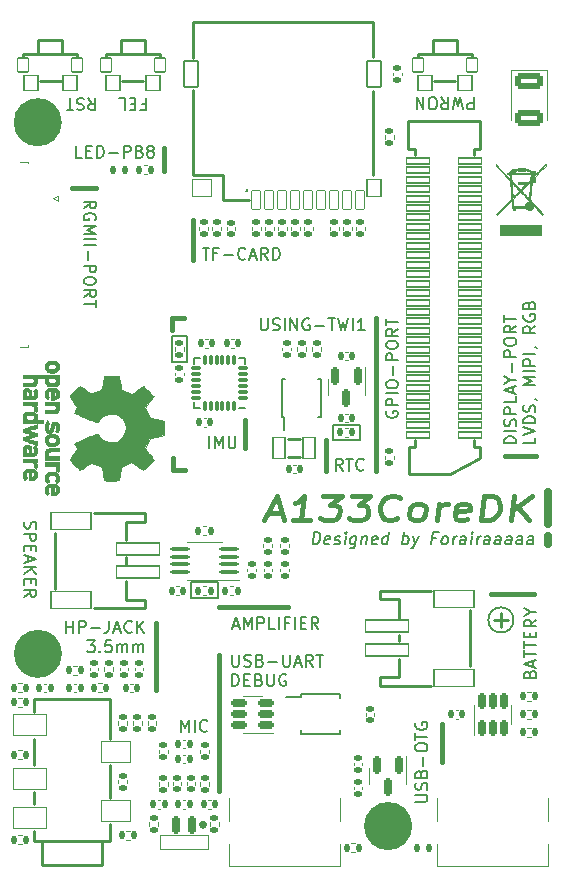
<source format=gto>
G04 #@! TF.GenerationSoftware,KiCad,Pcbnew,(6.0.4)*
G04 #@! TF.CreationDate,2022-04-26T12:45:06+08:00*
G04 #@! TF.ProjectId,A133CoreDK,41313333-436f-4726-9544-4b2e6b696361,rev?*
G04 #@! TF.SameCoordinates,Original*
G04 #@! TF.FileFunction,Legend,Top*
G04 #@! TF.FilePolarity,Positive*
%FSLAX46Y46*%
G04 Gerber Fmt 4.6, Leading zero omitted, Abs format (unit mm)*
G04 Created by KiCad (PCBNEW (6.0.4)) date 2022-04-26 12:45:06*
%MOMM*%
%LPD*%
G01*
G04 APERTURE LIST*
G04 Aperture macros list*
%AMRoundRect*
0 Rectangle with rounded corners*
0 $1 Rounding radius*
0 $2 $3 $4 $5 $6 $7 $8 $9 X,Y pos of 4 corners*
0 Add a 4 corners polygon primitive as box body*
4,1,4,$2,$3,$4,$5,$6,$7,$8,$9,$2,$3,0*
0 Add four circle primitives for the rounded corners*
1,1,$1+$1,$2,$3*
1,1,$1+$1,$4,$5*
1,1,$1+$1,$6,$7*
1,1,$1+$1,$8,$9*
0 Add four rect primitives between the rounded corners*
20,1,$1+$1,$2,$3,$4,$5,0*
20,1,$1+$1,$4,$5,$6,$7,0*
20,1,$1+$1,$6,$7,$8,$9,0*
20,1,$1+$1,$8,$9,$2,$3,0*%
G04 Aperture macros list end*
%ADD10C,0.203200*%
%ADD11C,0.635000*%
%ADD12C,0.150000*%
%ADD13C,0.381000*%
%ADD14C,0.254000*%
%ADD15C,2.050000*%
%ADD16C,0.177800*%
%ADD17C,0.457200*%
%ADD18C,0.010000*%
%ADD19C,0.120000*%
%ADD20C,0.100000*%
%ADD21C,0.360000*%
%ADD22RoundRect,0.135000X-0.135000X-0.185000X0.135000X-0.185000X0.135000X0.185000X-0.135000X0.185000X0*%
%ADD23RoundRect,0.135000X-0.185000X0.135000X-0.185000X-0.135000X0.185000X-0.135000X0.185000X0.135000X0*%
%ADD24RoundRect,0.135000X0.135000X0.185000X-0.135000X0.185000X-0.135000X-0.185000X0.135000X-0.185000X0*%
%ADD25R,1.400000X0.300000*%
%ADD26RoundRect,0.250000X-0.925000X0.412500X-0.925000X-0.412500X0.925000X-0.412500X0.925000X0.412500X0*%
%ADD27RoundRect,0.135000X0.185000X-0.135000X0.185000X0.135000X-0.185000X0.135000X-0.185000X-0.135000X0*%
%ADD28RoundRect,0.140000X0.170000X-0.140000X0.170000X0.140000X-0.170000X0.140000X-0.170000X-0.140000X0*%
%ADD29RoundRect,0.050800X-1.850400X0.500400X-1.850400X-0.500400X1.850400X-0.500400X1.850400X0.500400X0*%
%ADD30RoundRect,0.050800X-1.700550X0.750550X-1.700550X-0.750550X1.700550X-0.750550X1.700550X0.750550X0*%
%ADD31C,1.198900*%
%ADD32RoundRect,0.050800X0.350500X0.800100X-0.350500X0.800100X-0.350500X-0.800100X0.350500X-0.800100X0*%
%ADD33RoundRect,0.050800X0.599450X0.750550X-0.599450X0.750550X-0.599450X-0.750550X0.599450X-0.750550X0*%
%ADD34RoundRect,0.050800X0.599450X1.099800X-0.599450X1.099800X-0.599450X-1.099800X0.599450X-1.099800X0*%
%ADD35RoundRect,0.050800X0.800100X0.750550X-0.800100X0.750550X-0.800100X-0.750550X0.800100X-0.750550X0*%
%ADD36RoundRect,0.140000X-0.140000X-0.170000X0.140000X-0.170000X0.140000X0.170000X-0.140000X0.170000X0*%
%ADD37RoundRect,0.050800X-0.500400X0.900450X-0.500400X-0.900450X0.500400X-0.900450X0.500400X0.900450X0*%
%ADD38RoundRect,0.150000X-0.150000X0.587500X-0.150000X-0.587500X0.150000X-0.587500X0.150000X0.587500X0*%
%ADD39RoundRect,0.140000X0.140000X0.170000X-0.140000X0.170000X-0.140000X-0.170000X0.140000X-0.170000X0*%
%ADD40RoundRect,0.100000X0.712500X0.100000X-0.712500X0.100000X-0.712500X-0.100000X0.712500X-0.100000X0*%
%ADD41C,1.300500*%
%ADD42C,0.899200*%
%ADD43RoundRect,0.050800X-0.999500X0.250200X-0.999500X-0.250200X0.999500X-0.250200X0.999500X0.250200X0*%
%ADD44RoundRect,0.140000X-0.170000X0.140000X-0.170000X-0.140000X0.170000X-0.140000X0.170000X0.140000X0*%
%ADD45RoundRect,0.147500X-0.147500X-0.172500X0.147500X-0.172500X0.147500X0.172500X-0.147500X0.172500X0*%
%ADD46R,0.400000X1.100000*%
%ADD47C,1.701800*%
%ADD48RoundRect,0.050800X1.399550X0.900450X-1.399550X0.900450X-1.399550X-0.900450X1.399550X-0.900450X0*%
%ADD49RoundRect,0.050800X1.249700X0.900450X-1.249700X0.900450X-1.249700X-0.900450X1.249700X-0.900450X0*%
%ADD50C,0.701000*%
%ADD51RoundRect,0.050800X0.449600X0.599450X-0.449600X0.599450X-0.449600X-0.599450X0.449600X-0.599450X0*%
%ADD52RoundRect,0.050800X-0.449600X-0.599450X0.449600X-0.599450X0.449600X0.599450X-0.449600X0.599450X0*%
%ADD53RoundRect,0.050800X0.599450X0.650250X-0.599450X0.650250X-0.599450X-0.650250X0.599450X-0.650250X0*%
%ADD54C,0.650000*%
%ADD55R,0.600000X1.450000*%
%ADD56R,0.300000X1.450000*%
%ADD57O,1.000000X2.100000*%
%ADD58O,1.000000X1.600000*%
%ADD59R,1.100000X0.300000*%
%ADD60R,3.100000X2.300000*%
%ADD61RoundRect,0.150000X0.512500X0.150000X-0.512500X0.150000X-0.512500X-0.150000X0.512500X-0.150000X0*%
%ADD62RoundRect,0.075000X0.350000X0.075000X-0.350000X0.075000X-0.350000X-0.075000X0.350000X-0.075000X0*%
%ADD63RoundRect,0.075000X-0.075000X0.350000X-0.075000X-0.350000X0.075000X-0.350000X0.075000X0.350000X0*%
%ADD64RoundRect,0.175000X0.175000X-0.625000X0.175000X0.625000X-0.175000X0.625000X-0.175000X-0.625000X0*%
%ADD65RoundRect,0.050800X1.850400X-0.500400X1.850400X0.500400X-1.850400X0.500400X-1.850400X-0.500400X0*%
%ADD66RoundRect,0.050800X1.700550X-0.750550X1.700550X0.750550X-1.700550X0.750550X-1.700550X-0.750550X0*%
%ADD67RoundRect,0.150000X0.150000X-0.512500X0.150000X0.512500X-0.150000X0.512500X-0.150000X-0.512500X0*%
G04 APERTURE END LIST*
D10*
X149837926Y-99265619D02*
X149964926Y-98249619D01*
X150206830Y-98249619D01*
X150345926Y-98298000D01*
X150430592Y-98394761D01*
X150466878Y-98491523D01*
X150491069Y-98685047D01*
X150472926Y-98830190D01*
X150400354Y-99023714D01*
X150339878Y-99120476D01*
X150231021Y-99217238D01*
X150079830Y-99265619D01*
X149837926Y-99265619D01*
X151247021Y-99217238D02*
X151144211Y-99265619D01*
X150950688Y-99265619D01*
X150859973Y-99217238D01*
X150823688Y-99120476D01*
X150872069Y-98733428D01*
X150932545Y-98636666D01*
X151035354Y-98588285D01*
X151228878Y-98588285D01*
X151319592Y-98636666D01*
X151355878Y-98733428D01*
X151343783Y-98830190D01*
X150847878Y-98926952D01*
X151682450Y-99217238D02*
X151773164Y-99265619D01*
X151966688Y-99265619D01*
X152069497Y-99217238D01*
X152129973Y-99120476D01*
X152136021Y-99072095D01*
X152099735Y-98975333D01*
X152009021Y-98926952D01*
X151863878Y-98926952D01*
X151773164Y-98878571D01*
X151736878Y-98781809D01*
X151742926Y-98733428D01*
X151803402Y-98636666D01*
X151906211Y-98588285D01*
X152051354Y-98588285D01*
X152142069Y-98636666D01*
X152547259Y-99265619D02*
X152631926Y-98588285D01*
X152674259Y-98249619D02*
X152619830Y-98298000D01*
X152662164Y-98346380D01*
X152716592Y-98298000D01*
X152674259Y-98249619D01*
X152662164Y-98346380D01*
X153551164Y-98588285D02*
X153448354Y-99410761D01*
X153387878Y-99507523D01*
X153333450Y-99555904D01*
X153230640Y-99604285D01*
X153085497Y-99604285D01*
X152994783Y-99555904D01*
X153472545Y-99217238D02*
X153369735Y-99265619D01*
X153176211Y-99265619D01*
X153085497Y-99217238D01*
X153043164Y-99168857D01*
X153006878Y-99072095D01*
X153043164Y-98781809D01*
X153103640Y-98685047D01*
X153158069Y-98636666D01*
X153260878Y-98588285D01*
X153454402Y-98588285D01*
X153545116Y-98636666D01*
X154034973Y-98588285D02*
X153950307Y-99265619D01*
X154022878Y-98685047D02*
X154077307Y-98636666D01*
X154180116Y-98588285D01*
X154325259Y-98588285D01*
X154415973Y-98636666D01*
X154452259Y-98733428D01*
X154385735Y-99265619D01*
X155262640Y-99217238D02*
X155159830Y-99265619D01*
X154966307Y-99265619D01*
X154875592Y-99217238D01*
X154839307Y-99120476D01*
X154887688Y-98733428D01*
X154948164Y-98636666D01*
X155050973Y-98588285D01*
X155244497Y-98588285D01*
X155335211Y-98636666D01*
X155371497Y-98733428D01*
X155359402Y-98830190D01*
X154863497Y-98926952D01*
X156175830Y-99265619D02*
X156302830Y-98249619D01*
X156181878Y-99217238D02*
X156079069Y-99265619D01*
X155885545Y-99265619D01*
X155794830Y-99217238D01*
X155752497Y-99168857D01*
X155716211Y-99072095D01*
X155752497Y-98781809D01*
X155812973Y-98685047D01*
X155867402Y-98636666D01*
X155970211Y-98588285D01*
X156163735Y-98588285D01*
X156254450Y-98636666D01*
X157433735Y-99265619D02*
X157560735Y-98249619D01*
X157512354Y-98636666D02*
X157615164Y-98588285D01*
X157808688Y-98588285D01*
X157899402Y-98636666D01*
X157941735Y-98685047D01*
X157978021Y-98781809D01*
X157941735Y-99072095D01*
X157881259Y-99168857D01*
X157826830Y-99217238D01*
X157724021Y-99265619D01*
X157530497Y-99265619D01*
X157439783Y-99217238D01*
X158340878Y-98588285D02*
X158498116Y-99265619D01*
X158824688Y-98588285D02*
X158498116Y-99265619D01*
X158371116Y-99507523D01*
X158316688Y-99555904D01*
X158213878Y-99604285D01*
X160306354Y-98733428D02*
X159967688Y-98733428D01*
X159901164Y-99265619D02*
X160028164Y-98249619D01*
X160511973Y-98249619D01*
X160917164Y-99265619D02*
X160826450Y-99217238D01*
X160784116Y-99168857D01*
X160747830Y-99072095D01*
X160784116Y-98781809D01*
X160844592Y-98685047D01*
X160899021Y-98636666D01*
X161001830Y-98588285D01*
X161146973Y-98588285D01*
X161237688Y-98636666D01*
X161280021Y-98685047D01*
X161316307Y-98781809D01*
X161280021Y-99072095D01*
X161219545Y-99168857D01*
X161165116Y-99217238D01*
X161062307Y-99265619D01*
X160917164Y-99265619D01*
X161691259Y-99265619D02*
X161775926Y-98588285D01*
X161751735Y-98781809D02*
X161812211Y-98685047D01*
X161866640Y-98636666D01*
X161969450Y-98588285D01*
X162066211Y-98588285D01*
X162755640Y-99265619D02*
X162822164Y-98733428D01*
X162785878Y-98636666D01*
X162695164Y-98588285D01*
X162501640Y-98588285D01*
X162398830Y-98636666D01*
X162761688Y-99217238D02*
X162658878Y-99265619D01*
X162416973Y-99265619D01*
X162326259Y-99217238D01*
X162289973Y-99120476D01*
X162302069Y-99023714D01*
X162362545Y-98926952D01*
X162465354Y-98878571D01*
X162707259Y-98878571D01*
X162810069Y-98830190D01*
X163239450Y-99265619D02*
X163324116Y-98588285D01*
X163366450Y-98249619D02*
X163312021Y-98298000D01*
X163354354Y-98346380D01*
X163408783Y-98298000D01*
X163366450Y-98249619D01*
X163354354Y-98346380D01*
X163723259Y-99265619D02*
X163807926Y-98588285D01*
X163783735Y-98781809D02*
X163844211Y-98685047D01*
X163898640Y-98636666D01*
X164001450Y-98588285D01*
X164098211Y-98588285D01*
X164787640Y-99265619D02*
X164854164Y-98733428D01*
X164817878Y-98636666D01*
X164727164Y-98588285D01*
X164533640Y-98588285D01*
X164430830Y-98636666D01*
X164793688Y-99217238D02*
X164690878Y-99265619D01*
X164448973Y-99265619D01*
X164358259Y-99217238D01*
X164321973Y-99120476D01*
X164334069Y-99023714D01*
X164394545Y-98926952D01*
X164497354Y-98878571D01*
X164739259Y-98878571D01*
X164842069Y-98830190D01*
X165706878Y-99265619D02*
X165773402Y-98733428D01*
X165737116Y-98636666D01*
X165646402Y-98588285D01*
X165452878Y-98588285D01*
X165350069Y-98636666D01*
X165712926Y-99217238D02*
X165610116Y-99265619D01*
X165368211Y-99265619D01*
X165277497Y-99217238D01*
X165241211Y-99120476D01*
X165253307Y-99023714D01*
X165313783Y-98926952D01*
X165416592Y-98878571D01*
X165658497Y-98878571D01*
X165761307Y-98830190D01*
X166626116Y-99265619D02*
X166692640Y-98733428D01*
X166656354Y-98636666D01*
X166565640Y-98588285D01*
X166372116Y-98588285D01*
X166269307Y-98636666D01*
X166632164Y-99217238D02*
X166529354Y-99265619D01*
X166287450Y-99265619D01*
X166196735Y-99217238D01*
X166160450Y-99120476D01*
X166172545Y-99023714D01*
X166233021Y-98926952D01*
X166335830Y-98878571D01*
X166577735Y-98878571D01*
X166680545Y-98830190D01*
X167545354Y-99265619D02*
X167611878Y-98733428D01*
X167575592Y-98636666D01*
X167484878Y-98588285D01*
X167291354Y-98588285D01*
X167188545Y-98636666D01*
X167551402Y-99217238D02*
X167448592Y-99265619D01*
X167206688Y-99265619D01*
X167115973Y-99217238D01*
X167079688Y-99120476D01*
X167091783Y-99023714D01*
X167152259Y-98926952D01*
X167255069Y-98878571D01*
X167496973Y-98878571D01*
X167599783Y-98830190D01*
X168464592Y-99265619D02*
X168531116Y-98733428D01*
X168494830Y-98636666D01*
X168404116Y-98588285D01*
X168210592Y-98588285D01*
X168107783Y-98636666D01*
X168470640Y-99217238D02*
X168367830Y-99265619D01*
X168125926Y-99265619D01*
X168035211Y-99217238D01*
X167998926Y-99120476D01*
X168011021Y-99023714D01*
X168071497Y-98926952D01*
X168174307Y-98878571D01*
X168416211Y-98878571D01*
X168519021Y-98830190D01*
D11*
X169799000Y-99269550D02*
X169799000Y-98545650D01*
D12*
X139573000Y-103809800D02*
X141808200Y-103809800D01*
X141808200Y-103809800D02*
X141808200Y-102489000D01*
X141808200Y-102489000D02*
X139573000Y-102489000D01*
X139573000Y-102489000D02*
X139573000Y-103809800D01*
D13*
X137998200Y-91948000D02*
X137998200Y-92938600D01*
X138963400Y-80111600D02*
X137972800Y-80111600D01*
X160756600Y-114477800D02*
X160756600Y-117690900D01*
X139750800Y-75158600D02*
X139750800Y-71780400D01*
D14*
X165787295Y-105060750D02*
X165787295Y-106267250D01*
D13*
X164973000Y-103505000D02*
X168605200Y-103505000D01*
X137236200Y-67665600D02*
X137236200Y-65684400D01*
D12*
X151587200Y-90449400D02*
X153822400Y-90449400D01*
X153822400Y-90449400D02*
X153822400Y-89128600D01*
X153822400Y-89128600D02*
X151587200Y-89128600D01*
X151587200Y-89128600D02*
X151587200Y-90449400D01*
D15*
X127609932Y-108531977D02*
G75*
G03*
X127609932Y-108531977I-1025000J0D01*
G01*
X127591244Y-63524285D02*
G75*
G03*
X127591244Y-63524285I-1025000J0D01*
G01*
D13*
X141922500Y-104546400D02*
X147726400Y-104546400D01*
D12*
X166852601Y-105664000D02*
G75*
G03*
X166852601Y-105664000I-1065306J0D01*
G01*
D13*
X131527550Y-69088000D02*
X129432050Y-69088000D01*
X155244800Y-93015594D02*
X155244800Y-80060006D01*
X136575800Y-105918000D02*
X136575800Y-111607600D01*
X138010900Y-92938600D02*
X139001500Y-92938600D01*
D14*
X165184045Y-105664000D02*
X166390545Y-105664000D01*
D11*
X169799000Y-94849950D02*
X169799000Y-97529650D01*
D15*
X157260400Y-123113800D02*
G75*
G03*
X157260400Y-123113800I-1025000J0D01*
G01*
D12*
X137896600Y-81584800D02*
X139217400Y-81584800D01*
X139217400Y-81584800D02*
X139217400Y-83820000D01*
X139217400Y-83820000D02*
X137896600Y-83820000D01*
X137896600Y-83820000D02*
X137896600Y-81584800D01*
D13*
X141884400Y-108661200D02*
X141884400Y-120142000D01*
X137972800Y-80124300D02*
X137972800Y-81114900D01*
X144145000Y-91109800D02*
X144145000Y-88715850D01*
X151003000Y-93014800D02*
X151003000Y-90398600D01*
X168719500Y-91795600D02*
X166103300Y-91795600D01*
D16*
X145444572Y-80139419D02*
X145444572Y-80961895D01*
X145492953Y-81058657D01*
X145541334Y-81107038D01*
X145638096Y-81155419D01*
X145831620Y-81155419D01*
X145928382Y-81107038D01*
X145976763Y-81058657D01*
X146025144Y-80961895D01*
X146025144Y-80139419D01*
X146460572Y-81107038D02*
X146605715Y-81155419D01*
X146847620Y-81155419D01*
X146944382Y-81107038D01*
X146992763Y-81058657D01*
X147041144Y-80961895D01*
X147041144Y-80865133D01*
X146992763Y-80768371D01*
X146944382Y-80719990D01*
X146847620Y-80671609D01*
X146654096Y-80623228D01*
X146557334Y-80574847D01*
X146508953Y-80526466D01*
X146460572Y-80429704D01*
X146460572Y-80332942D01*
X146508953Y-80236180D01*
X146557334Y-80187800D01*
X146654096Y-80139419D01*
X146896001Y-80139419D01*
X147041144Y-80187800D01*
X147476572Y-81155419D02*
X147476572Y-80139419D01*
X147960382Y-81155419D02*
X147960382Y-80139419D01*
X148540953Y-81155419D01*
X148540953Y-80139419D01*
X149556953Y-80187800D02*
X149460191Y-80139419D01*
X149315049Y-80139419D01*
X149169906Y-80187800D01*
X149073144Y-80284561D01*
X149024763Y-80381323D01*
X148976382Y-80574847D01*
X148976382Y-80719990D01*
X149024763Y-80913514D01*
X149073144Y-81010276D01*
X149169906Y-81107038D01*
X149315049Y-81155419D01*
X149411810Y-81155419D01*
X149556953Y-81107038D01*
X149605334Y-81058657D01*
X149605334Y-80719990D01*
X149411810Y-80719990D01*
X150040763Y-80768371D02*
X150814858Y-80768371D01*
X151153525Y-80139419D02*
X151734096Y-80139419D01*
X151443810Y-81155419D02*
X151443810Y-80139419D01*
X151976001Y-80139419D02*
X152217906Y-81155419D01*
X152411430Y-80429704D01*
X152604953Y-81155419D01*
X152846858Y-80139419D01*
X153233906Y-81155419D02*
X153233906Y-80139419D01*
X154249906Y-81155419D02*
X153669334Y-81155419D01*
X153959620Y-81155419D02*
X153959620Y-80139419D01*
X153862858Y-80284561D01*
X153766096Y-80381323D01*
X153669334Y-80429704D01*
X156108400Y-87983846D02*
X156060019Y-88080608D01*
X156060019Y-88225750D01*
X156108400Y-88370893D01*
X156205161Y-88467655D01*
X156301923Y-88516036D01*
X156495447Y-88564417D01*
X156640590Y-88564417D01*
X156834114Y-88516036D01*
X156930876Y-88467655D01*
X157027638Y-88370893D01*
X157076019Y-88225750D01*
X157076019Y-88128989D01*
X157027638Y-87983846D01*
X156979257Y-87935465D01*
X156640590Y-87935465D01*
X156640590Y-88128989D01*
X157076019Y-87500036D02*
X156060019Y-87500036D01*
X156060019Y-87112989D01*
X156108400Y-87016227D01*
X156156780Y-86967846D01*
X156253542Y-86919465D01*
X156398685Y-86919465D01*
X156495447Y-86967846D01*
X156543828Y-87016227D01*
X156592209Y-87112989D01*
X156592209Y-87500036D01*
X157076019Y-86484036D02*
X156060019Y-86484036D01*
X156060019Y-85806703D02*
X156060019Y-85613179D01*
X156108400Y-85516417D01*
X156205161Y-85419655D01*
X156398685Y-85371274D01*
X156737352Y-85371274D01*
X156930876Y-85419655D01*
X157027638Y-85516417D01*
X157076019Y-85613179D01*
X157076019Y-85806703D01*
X157027638Y-85903465D01*
X156930876Y-86000227D01*
X156737352Y-86048608D01*
X156398685Y-86048608D01*
X156205161Y-86000227D01*
X156108400Y-85903465D01*
X156060019Y-85806703D01*
X156688971Y-84935846D02*
X156688971Y-84161750D01*
X157076019Y-83677941D02*
X156060019Y-83677941D01*
X156060019Y-83290893D01*
X156108400Y-83194131D01*
X156156780Y-83145750D01*
X156253542Y-83097370D01*
X156398685Y-83097370D01*
X156495447Y-83145750D01*
X156543828Y-83194131D01*
X156592209Y-83290893D01*
X156592209Y-83677941D01*
X156060019Y-82468417D02*
X156060019Y-82274893D01*
X156108400Y-82178131D01*
X156205161Y-82081370D01*
X156398685Y-82032989D01*
X156737352Y-82032989D01*
X156930876Y-82081370D01*
X157027638Y-82178131D01*
X157076019Y-82274893D01*
X157076019Y-82468417D01*
X157027638Y-82565179D01*
X156930876Y-82661941D01*
X156737352Y-82710322D01*
X156398685Y-82710322D01*
X156205161Y-82661941D01*
X156108400Y-82565179D01*
X156060019Y-82468417D01*
X157076019Y-81016989D02*
X156592209Y-81355655D01*
X157076019Y-81597560D02*
X156060019Y-81597560D01*
X156060019Y-81210512D01*
X156108400Y-81113750D01*
X156156780Y-81065370D01*
X156253542Y-81016989D01*
X156398685Y-81016989D01*
X156495447Y-81065370D01*
X156543828Y-81113750D01*
X156592209Y-81210512D01*
X156592209Y-81597560D01*
X156060019Y-80726703D02*
X156060019Y-80146131D01*
X157076019Y-80436417D02*
X156060019Y-80436417D01*
X130477380Y-70818163D02*
X130961190Y-70479496D01*
X130477380Y-70237591D02*
X131493380Y-70237591D01*
X131493380Y-70624639D01*
X131445000Y-70721401D01*
X131396619Y-70769782D01*
X131299857Y-70818163D01*
X131154714Y-70818163D01*
X131057952Y-70769782D01*
X131009571Y-70721401D01*
X130961190Y-70624639D01*
X130961190Y-70237591D01*
X131445000Y-71785782D02*
X131493380Y-71689020D01*
X131493380Y-71543877D01*
X131445000Y-71398734D01*
X131348238Y-71301972D01*
X131251476Y-71253591D01*
X131057952Y-71205210D01*
X130912809Y-71205210D01*
X130719285Y-71253591D01*
X130622523Y-71301972D01*
X130525761Y-71398734D01*
X130477380Y-71543877D01*
X130477380Y-71640639D01*
X130525761Y-71785782D01*
X130574142Y-71834163D01*
X130912809Y-71834163D01*
X130912809Y-71640639D01*
X130477380Y-72269591D02*
X131493380Y-72269591D01*
X130767666Y-72608258D01*
X131493380Y-72946925D01*
X130477380Y-72946925D01*
X130477380Y-73430734D02*
X131493380Y-73430734D01*
X130477380Y-73914544D02*
X131493380Y-73914544D01*
X130864428Y-74398353D02*
X130864428Y-75172449D01*
X130477380Y-75656258D02*
X131493380Y-75656258D01*
X131493380Y-76043306D01*
X131445000Y-76140068D01*
X131396619Y-76188449D01*
X131299857Y-76236830D01*
X131154714Y-76236830D01*
X131057952Y-76188449D01*
X131009571Y-76140068D01*
X130961190Y-76043306D01*
X130961190Y-75656258D01*
X131493380Y-76865782D02*
X131493380Y-77059306D01*
X131445000Y-77156068D01*
X131348238Y-77252830D01*
X131154714Y-77301210D01*
X130816047Y-77301210D01*
X130622523Y-77252830D01*
X130525761Y-77156068D01*
X130477380Y-77059306D01*
X130477380Y-76865782D01*
X130525761Y-76769020D01*
X130622523Y-76672258D01*
X130816047Y-76623877D01*
X131154714Y-76623877D01*
X131348238Y-76672258D01*
X131445000Y-76769020D01*
X131493380Y-76865782D01*
X130477380Y-78317210D02*
X130961190Y-77978544D01*
X130477380Y-77736639D02*
X131493380Y-77736639D01*
X131493380Y-78123687D01*
X131445000Y-78220449D01*
X131396619Y-78268830D01*
X131299857Y-78317210D01*
X131154714Y-78317210D01*
X131057952Y-78268830D01*
X131009571Y-78220449D01*
X130961190Y-78123687D01*
X130961190Y-77736639D01*
X131493380Y-78607496D02*
X131493380Y-79188068D01*
X130477380Y-78897782D02*
X131493380Y-78897782D01*
X167078539Y-90701525D02*
X166062539Y-90701525D01*
X166062539Y-90459620D01*
X166110920Y-90314477D01*
X166207681Y-90217715D01*
X166304443Y-90169334D01*
X166497967Y-90120953D01*
X166643110Y-90120953D01*
X166836634Y-90169334D01*
X166933396Y-90217715D01*
X167030158Y-90314477D01*
X167078539Y-90459620D01*
X167078539Y-90701525D01*
X167078539Y-89685525D02*
X166062539Y-89685525D01*
X167030158Y-89250096D02*
X167078539Y-89104953D01*
X167078539Y-88863049D01*
X167030158Y-88766287D01*
X166981777Y-88717906D01*
X166885015Y-88669525D01*
X166788253Y-88669525D01*
X166691491Y-88717906D01*
X166643110Y-88766287D01*
X166594729Y-88863049D01*
X166546348Y-89056572D01*
X166497967Y-89153334D01*
X166449586Y-89201715D01*
X166352824Y-89250096D01*
X166256062Y-89250096D01*
X166159300Y-89201715D01*
X166110920Y-89153334D01*
X166062539Y-89056572D01*
X166062539Y-88814668D01*
X166110920Y-88669525D01*
X167078539Y-88234096D02*
X166062539Y-88234096D01*
X166062539Y-87847049D01*
X166110920Y-87750287D01*
X166159300Y-87701906D01*
X166256062Y-87653525D01*
X166401205Y-87653525D01*
X166497967Y-87701906D01*
X166546348Y-87750287D01*
X166594729Y-87847049D01*
X166594729Y-88234096D01*
X167078539Y-86734287D02*
X167078539Y-87218096D01*
X166062539Y-87218096D01*
X166788253Y-86444001D02*
X166788253Y-85960191D01*
X167078539Y-86540763D02*
X166062539Y-86202096D01*
X167078539Y-85863430D01*
X166594729Y-85331239D02*
X167078539Y-85331239D01*
X166062539Y-85669906D02*
X166594729Y-85331239D01*
X166062539Y-84992572D01*
X166691491Y-84653906D02*
X166691491Y-83879810D01*
X167078539Y-83396001D02*
X166062539Y-83396001D01*
X166062539Y-83008953D01*
X166110920Y-82912191D01*
X166159300Y-82863810D01*
X166256062Y-82815430D01*
X166401205Y-82815430D01*
X166497967Y-82863810D01*
X166546348Y-82912191D01*
X166594729Y-83008953D01*
X166594729Y-83396001D01*
X166062539Y-82186477D02*
X166062539Y-81992953D01*
X166110920Y-81896191D01*
X166207681Y-81799430D01*
X166401205Y-81751049D01*
X166739872Y-81751049D01*
X166933396Y-81799430D01*
X167030158Y-81896191D01*
X167078539Y-81992953D01*
X167078539Y-82186477D01*
X167030158Y-82283239D01*
X166933396Y-82380001D01*
X166739872Y-82428382D01*
X166401205Y-82428382D01*
X166207681Y-82380001D01*
X166110920Y-82283239D01*
X166062539Y-82186477D01*
X167078539Y-80735049D02*
X166594729Y-81073715D01*
X167078539Y-81315620D02*
X166062539Y-81315620D01*
X166062539Y-80928572D01*
X166110920Y-80831810D01*
X166159300Y-80783430D01*
X166256062Y-80735049D01*
X166401205Y-80735049D01*
X166497967Y-80783430D01*
X166546348Y-80831810D01*
X166594729Y-80928572D01*
X166594729Y-81315620D01*
X166062539Y-80444763D02*
X166062539Y-79864191D01*
X167078539Y-80154477D02*
X166062539Y-80154477D01*
X168714299Y-90217715D02*
X168714299Y-90701525D01*
X167698299Y-90701525D01*
X167698299Y-90024191D02*
X168714299Y-89685525D01*
X167698299Y-89346858D01*
X168714299Y-89008191D02*
X167698299Y-89008191D01*
X167698299Y-88766287D01*
X167746680Y-88621144D01*
X167843441Y-88524382D01*
X167940203Y-88476001D01*
X168133727Y-88427620D01*
X168278870Y-88427620D01*
X168472394Y-88476001D01*
X168569156Y-88524382D01*
X168665918Y-88621144D01*
X168714299Y-88766287D01*
X168714299Y-89008191D01*
X168665918Y-88040572D02*
X168714299Y-87895430D01*
X168714299Y-87653525D01*
X168665918Y-87556763D01*
X168617537Y-87508382D01*
X168520775Y-87460001D01*
X168424013Y-87460001D01*
X168327251Y-87508382D01*
X168278870Y-87556763D01*
X168230489Y-87653525D01*
X168182108Y-87847049D01*
X168133727Y-87943810D01*
X168085346Y-87992191D01*
X167988584Y-88040572D01*
X167891822Y-88040572D01*
X167795060Y-87992191D01*
X167746680Y-87943810D01*
X167698299Y-87847049D01*
X167698299Y-87605144D01*
X167746680Y-87460001D01*
X168665918Y-86976191D02*
X168714299Y-86976191D01*
X168811060Y-87024572D01*
X168859441Y-87072953D01*
X168714299Y-85766668D02*
X167698299Y-85766668D01*
X168424013Y-85428001D01*
X167698299Y-85089334D01*
X168714299Y-85089334D01*
X168714299Y-84605525D02*
X167698299Y-84605525D01*
X168714299Y-84121715D02*
X167698299Y-84121715D01*
X167698299Y-83734668D01*
X167746680Y-83637906D01*
X167795060Y-83589525D01*
X167891822Y-83541144D01*
X168036965Y-83541144D01*
X168133727Y-83589525D01*
X168182108Y-83637906D01*
X168230489Y-83734668D01*
X168230489Y-84121715D01*
X168714299Y-83105715D02*
X167698299Y-83105715D01*
X168665918Y-82573525D02*
X168714299Y-82573525D01*
X168811060Y-82621906D01*
X168859441Y-82670287D01*
X168714299Y-80783430D02*
X168230489Y-81122096D01*
X168714299Y-81364001D02*
X167698299Y-81364001D01*
X167698299Y-80976953D01*
X167746680Y-80880191D01*
X167795060Y-80831810D01*
X167891822Y-80783430D01*
X168036965Y-80783430D01*
X168133727Y-80831810D01*
X168182108Y-80880191D01*
X168230489Y-80976953D01*
X168230489Y-81364001D01*
X167746680Y-79815810D02*
X167698299Y-79912572D01*
X167698299Y-80057715D01*
X167746680Y-80202858D01*
X167843441Y-80299620D01*
X167940203Y-80348001D01*
X168133727Y-80396382D01*
X168278870Y-80396382D01*
X168472394Y-80348001D01*
X168569156Y-80299620D01*
X168665918Y-80202858D01*
X168714299Y-80057715D01*
X168714299Y-79960953D01*
X168665918Y-79815810D01*
X168617537Y-79767430D01*
X168278870Y-79767430D01*
X168278870Y-79960953D01*
X168182108Y-78993334D02*
X168230489Y-78848191D01*
X168278870Y-78799810D01*
X168375632Y-78751430D01*
X168520775Y-78751430D01*
X168617537Y-78799810D01*
X168665918Y-78848191D01*
X168714299Y-78944953D01*
X168714299Y-79332001D01*
X167698299Y-79332001D01*
X167698299Y-78993334D01*
X167746680Y-78896572D01*
X167795060Y-78848191D01*
X167891822Y-78799810D01*
X167988584Y-78799810D01*
X168085346Y-78848191D01*
X168133727Y-78896572D01*
X168182108Y-78993334D01*
X168182108Y-79332001D01*
X130854208Y-61465580D02*
X131192874Y-61949390D01*
X131434779Y-61465580D02*
X131434779Y-62481580D01*
X131047731Y-62481580D01*
X130950970Y-62433200D01*
X130902589Y-62384819D01*
X130854208Y-62288057D01*
X130854208Y-62142914D01*
X130902589Y-62046152D01*
X130950970Y-61997771D01*
X131047731Y-61949390D01*
X131434779Y-61949390D01*
X130467160Y-61513961D02*
X130322017Y-61465580D01*
X130080112Y-61465580D01*
X129983350Y-61513961D01*
X129934970Y-61562342D01*
X129886589Y-61659104D01*
X129886589Y-61755866D01*
X129934970Y-61852628D01*
X129983350Y-61901009D01*
X130080112Y-61949390D01*
X130273636Y-61997771D01*
X130370398Y-62046152D01*
X130418779Y-62094533D01*
X130467160Y-62191295D01*
X130467160Y-62288057D01*
X130418779Y-62384819D01*
X130370398Y-62433200D01*
X130273636Y-62481580D01*
X130031731Y-62481580D01*
X129886589Y-62433200D01*
X129596303Y-62481580D02*
X129015731Y-62481580D01*
X129306017Y-61465580D02*
X129306017Y-62481580D01*
X140530277Y-74145019D02*
X141110849Y-74145019D01*
X140820563Y-75161019D02*
X140820563Y-74145019D01*
X141788182Y-74628828D02*
X141449515Y-74628828D01*
X141449515Y-75161019D02*
X141449515Y-74145019D01*
X141933325Y-74145019D01*
X142320372Y-74773971D02*
X143094468Y-74773971D01*
X144158849Y-75064257D02*
X144110468Y-75112638D01*
X143965325Y-75161019D01*
X143868563Y-75161019D01*
X143723420Y-75112638D01*
X143626658Y-75015876D01*
X143578277Y-74919114D01*
X143529896Y-74725590D01*
X143529896Y-74580447D01*
X143578277Y-74386923D01*
X143626658Y-74290161D01*
X143723420Y-74193400D01*
X143868563Y-74145019D01*
X143965325Y-74145019D01*
X144110468Y-74193400D01*
X144158849Y-74241780D01*
X144545896Y-74870733D02*
X145029706Y-74870733D01*
X144449134Y-75161019D02*
X144787801Y-74145019D01*
X145126468Y-75161019D01*
X146045706Y-75161019D02*
X145707039Y-74677209D01*
X145465134Y-75161019D02*
X145465134Y-74145019D01*
X145852182Y-74145019D01*
X145948944Y-74193400D01*
X145997325Y-74241780D01*
X146045706Y-74338542D01*
X146045706Y-74483685D01*
X145997325Y-74580447D01*
X145948944Y-74628828D01*
X145852182Y-74677209D01*
X145465134Y-74677209D01*
X146481134Y-75161019D02*
X146481134Y-74145019D01*
X146723039Y-74145019D01*
X146868182Y-74193400D01*
X146964944Y-74290161D01*
X147013325Y-74386923D01*
X147061706Y-74580447D01*
X147061706Y-74725590D01*
X147013325Y-74919114D01*
X146964944Y-75015876D01*
X146868182Y-75112638D01*
X146723039Y-75161019D01*
X146481134Y-75161019D01*
X152383610Y-93017219D02*
X152044944Y-92533409D01*
X151803039Y-93017219D02*
X151803039Y-92001219D01*
X152190087Y-92001219D01*
X152286849Y-92049600D01*
X152335230Y-92097980D01*
X152383610Y-92194742D01*
X152383610Y-92339885D01*
X152335230Y-92436647D01*
X152286849Y-92485028D01*
X152190087Y-92533409D01*
X151803039Y-92533409D01*
X152673896Y-92001219D02*
X153254468Y-92001219D01*
X152964182Y-93017219D02*
X152964182Y-92001219D01*
X154173706Y-92920457D02*
X154125325Y-92968838D01*
X153980182Y-93017219D01*
X153883420Y-93017219D01*
X153738277Y-92968838D01*
X153641515Y-92872076D01*
X153593134Y-92775314D01*
X153544753Y-92581790D01*
X153544753Y-92436647D01*
X153593134Y-92243123D01*
X153641515Y-92146361D01*
X153738277Y-92049600D01*
X153883420Y-92001219D01*
X153980182Y-92001219D01*
X154125325Y-92049600D01*
X154173706Y-92097980D01*
X125496561Y-97340601D02*
X125448180Y-97485744D01*
X125448180Y-97727649D01*
X125496561Y-97824410D01*
X125544942Y-97872791D01*
X125641704Y-97921172D01*
X125738466Y-97921172D01*
X125835228Y-97872791D01*
X125883609Y-97824410D01*
X125931990Y-97727649D01*
X125980371Y-97534125D01*
X126028752Y-97437363D01*
X126077133Y-97388982D01*
X126173895Y-97340601D01*
X126270657Y-97340601D01*
X126367419Y-97388982D01*
X126415800Y-97437363D01*
X126464180Y-97534125D01*
X126464180Y-97776030D01*
X126415800Y-97921172D01*
X125448180Y-98356601D02*
X126464180Y-98356601D01*
X126464180Y-98743649D01*
X126415800Y-98840410D01*
X126367419Y-98888791D01*
X126270657Y-98937172D01*
X126125514Y-98937172D01*
X126028752Y-98888791D01*
X125980371Y-98840410D01*
X125931990Y-98743649D01*
X125931990Y-98356601D01*
X125980371Y-99372601D02*
X125980371Y-99711268D01*
X125448180Y-99856410D02*
X125448180Y-99372601D01*
X126464180Y-99372601D01*
X126464180Y-99856410D01*
X125738466Y-100243458D02*
X125738466Y-100727268D01*
X125448180Y-100146696D02*
X126464180Y-100485363D01*
X125448180Y-100824030D01*
X125448180Y-101162696D02*
X126464180Y-101162696D01*
X125448180Y-101743268D02*
X126028752Y-101307839D01*
X126464180Y-101743268D02*
X125883609Y-101162696D01*
X125980371Y-102178696D02*
X125980371Y-102517363D01*
X125448180Y-102662506D02*
X125448180Y-102178696D01*
X126464180Y-102178696D01*
X126464180Y-102662506D01*
X125448180Y-103678506D02*
X125931990Y-103339839D01*
X125448180Y-103097934D02*
X126464180Y-103097934D01*
X126464180Y-103484982D01*
X126415800Y-103581744D01*
X126367419Y-103630125D01*
X126270657Y-103678506D01*
X126125514Y-103678506D01*
X126028752Y-103630125D01*
X125980371Y-103581744D01*
X125931990Y-103484982D01*
X125931990Y-103097934D01*
X138689382Y-115140619D02*
X138689382Y-114124619D01*
X139028049Y-114850333D01*
X139366715Y-114124619D01*
X139366715Y-115140619D01*
X139850525Y-115140619D02*
X139850525Y-114124619D01*
X140914906Y-115043857D02*
X140866525Y-115092238D01*
X140721382Y-115140619D01*
X140624620Y-115140619D01*
X140479477Y-115092238D01*
X140382715Y-114995476D01*
X140334334Y-114898714D01*
X140285953Y-114705190D01*
X140285953Y-114560047D01*
X140334334Y-114366523D01*
X140382715Y-114269761D01*
X140479477Y-114173000D01*
X140624620Y-114124619D01*
X140721382Y-114124619D01*
X140866525Y-114173000D01*
X140914906Y-114221380D01*
X158549219Y-121054525D02*
X159371695Y-121054525D01*
X159468457Y-121006144D01*
X159516838Y-120957763D01*
X159565219Y-120861001D01*
X159565219Y-120667477D01*
X159516838Y-120570715D01*
X159468457Y-120522334D01*
X159371695Y-120473953D01*
X158549219Y-120473953D01*
X159516838Y-120038525D02*
X159565219Y-119893382D01*
X159565219Y-119651477D01*
X159516838Y-119554715D01*
X159468457Y-119506334D01*
X159371695Y-119457953D01*
X159274933Y-119457953D01*
X159178171Y-119506334D01*
X159129790Y-119554715D01*
X159081409Y-119651477D01*
X159033028Y-119845001D01*
X158984647Y-119941763D01*
X158936266Y-119990144D01*
X158839504Y-120038525D01*
X158742742Y-120038525D01*
X158645980Y-119990144D01*
X158597600Y-119941763D01*
X158549219Y-119845001D01*
X158549219Y-119603096D01*
X158597600Y-119457953D01*
X159033028Y-118683858D02*
X159081409Y-118538715D01*
X159129790Y-118490334D01*
X159226552Y-118441953D01*
X159371695Y-118441953D01*
X159468457Y-118490334D01*
X159516838Y-118538715D01*
X159565219Y-118635477D01*
X159565219Y-119022525D01*
X158549219Y-119022525D01*
X158549219Y-118683858D01*
X158597600Y-118587096D01*
X158645980Y-118538715D01*
X158742742Y-118490334D01*
X158839504Y-118490334D01*
X158936266Y-118538715D01*
X158984647Y-118587096D01*
X159033028Y-118683858D01*
X159033028Y-119022525D01*
X159178171Y-118006525D02*
X159178171Y-117232430D01*
X158549219Y-116555096D02*
X158549219Y-116361572D01*
X158597600Y-116264810D01*
X158694361Y-116168049D01*
X158887885Y-116119668D01*
X159226552Y-116119668D01*
X159420076Y-116168049D01*
X159516838Y-116264810D01*
X159565219Y-116361572D01*
X159565219Y-116555096D01*
X159516838Y-116651858D01*
X159420076Y-116748620D01*
X159226552Y-116797001D01*
X158887885Y-116797001D01*
X158694361Y-116748620D01*
X158597600Y-116651858D01*
X158549219Y-116555096D01*
X158549219Y-115829382D02*
X158549219Y-115248810D01*
X159565219Y-115539096D02*
X158549219Y-115539096D01*
X158597600Y-114377953D02*
X158549219Y-114474715D01*
X158549219Y-114619858D01*
X158597600Y-114765001D01*
X158694361Y-114861763D01*
X158791123Y-114910144D01*
X158984647Y-114958525D01*
X159129790Y-114958525D01*
X159323314Y-114910144D01*
X159420076Y-114861763D01*
X159516838Y-114765001D01*
X159565219Y-114619858D01*
X159565219Y-114523096D01*
X159516838Y-114377953D01*
X159468457Y-114329572D01*
X159129790Y-114329572D01*
X159129790Y-114523096D01*
X143029274Y-108607739D02*
X143029274Y-109430215D01*
X143077655Y-109526977D01*
X143126036Y-109575358D01*
X143222798Y-109623739D01*
X143416322Y-109623739D01*
X143513084Y-109575358D01*
X143561465Y-109526977D01*
X143609846Y-109430215D01*
X143609846Y-108607739D01*
X144045274Y-109575358D02*
X144190417Y-109623739D01*
X144432322Y-109623739D01*
X144529084Y-109575358D01*
X144577465Y-109526977D01*
X144625846Y-109430215D01*
X144625846Y-109333453D01*
X144577465Y-109236691D01*
X144529084Y-109188310D01*
X144432322Y-109139929D01*
X144238798Y-109091548D01*
X144142036Y-109043167D01*
X144093655Y-108994786D01*
X144045274Y-108898024D01*
X144045274Y-108801262D01*
X144093655Y-108704500D01*
X144142036Y-108656120D01*
X144238798Y-108607739D01*
X144480703Y-108607739D01*
X144625846Y-108656120D01*
X145399941Y-109091548D02*
X145545084Y-109139929D01*
X145593465Y-109188310D01*
X145641846Y-109285072D01*
X145641846Y-109430215D01*
X145593465Y-109526977D01*
X145545084Y-109575358D01*
X145448322Y-109623739D01*
X145061274Y-109623739D01*
X145061274Y-108607739D01*
X145399941Y-108607739D01*
X145496703Y-108656120D01*
X145545084Y-108704500D01*
X145593465Y-108801262D01*
X145593465Y-108898024D01*
X145545084Y-108994786D01*
X145496703Y-109043167D01*
X145399941Y-109091548D01*
X145061274Y-109091548D01*
X146077274Y-109236691D02*
X146851370Y-109236691D01*
X147335179Y-108607739D02*
X147335179Y-109430215D01*
X147383560Y-109526977D01*
X147431941Y-109575358D01*
X147528703Y-109623739D01*
X147722227Y-109623739D01*
X147818989Y-109575358D01*
X147867370Y-109526977D01*
X147915750Y-109430215D01*
X147915750Y-108607739D01*
X148351179Y-109333453D02*
X148834989Y-109333453D01*
X148254417Y-109623739D02*
X148593084Y-108607739D01*
X148931750Y-109623739D01*
X149850989Y-109623739D02*
X149512322Y-109139929D01*
X149270417Y-109623739D02*
X149270417Y-108607739D01*
X149657465Y-108607739D01*
X149754227Y-108656120D01*
X149802608Y-108704500D01*
X149850989Y-108801262D01*
X149850989Y-108946405D01*
X149802608Y-109043167D01*
X149754227Y-109091548D01*
X149657465Y-109139929D01*
X149270417Y-109139929D01*
X150141274Y-108607739D02*
X150721846Y-108607739D01*
X150431560Y-109623739D02*
X150431560Y-108607739D01*
X143029274Y-111259499D02*
X143029274Y-110243499D01*
X143271179Y-110243499D01*
X143416322Y-110291880D01*
X143513084Y-110388641D01*
X143561465Y-110485403D01*
X143609846Y-110678927D01*
X143609846Y-110824070D01*
X143561465Y-111017594D01*
X143513084Y-111114356D01*
X143416322Y-111211118D01*
X143271179Y-111259499D01*
X143029274Y-111259499D01*
X144045274Y-110727308D02*
X144383941Y-110727308D01*
X144529084Y-111259499D02*
X144045274Y-111259499D01*
X144045274Y-110243499D01*
X144529084Y-110243499D01*
X145303179Y-110727308D02*
X145448322Y-110775689D01*
X145496703Y-110824070D01*
X145545084Y-110920832D01*
X145545084Y-111065975D01*
X145496703Y-111162737D01*
X145448322Y-111211118D01*
X145351560Y-111259499D01*
X144964512Y-111259499D01*
X144964512Y-110243499D01*
X145303179Y-110243499D01*
X145399941Y-110291880D01*
X145448322Y-110340260D01*
X145496703Y-110437022D01*
X145496703Y-110533784D01*
X145448322Y-110630546D01*
X145399941Y-110678927D01*
X145303179Y-110727308D01*
X144964512Y-110727308D01*
X145980512Y-110243499D02*
X145980512Y-111065975D01*
X146028893Y-111162737D01*
X146077274Y-111211118D01*
X146174036Y-111259499D01*
X146367560Y-111259499D01*
X146464322Y-111211118D01*
X146512703Y-111162737D01*
X146561084Y-111065975D01*
X146561084Y-110243499D01*
X147577084Y-110291880D02*
X147480322Y-110243499D01*
X147335179Y-110243499D01*
X147190036Y-110291880D01*
X147093274Y-110388641D01*
X147044893Y-110485403D01*
X146996512Y-110678927D01*
X146996512Y-110824070D01*
X147044893Y-111017594D01*
X147093274Y-111114356D01*
X147190036Y-111211118D01*
X147335179Y-111259499D01*
X147431941Y-111259499D01*
X147577084Y-111211118D01*
X147625465Y-111162737D01*
X147625465Y-110824070D01*
X147431941Y-110824070D01*
X135370570Y-61997771D02*
X135709236Y-61997771D01*
X135709236Y-61465580D02*
X135709236Y-62481580D01*
X135225427Y-62481580D01*
X134838379Y-61997771D02*
X134499712Y-61997771D01*
X134354570Y-61465580D02*
X134838379Y-61465580D01*
X134838379Y-62481580D01*
X134354570Y-62481580D01*
X133435331Y-61465580D02*
X133919141Y-61465580D01*
X133919141Y-62481580D01*
X168253228Y-110225658D02*
X168301609Y-110080515D01*
X168349990Y-110032134D01*
X168446752Y-109983753D01*
X168591895Y-109983753D01*
X168688657Y-110032134D01*
X168737038Y-110080515D01*
X168785419Y-110177277D01*
X168785419Y-110564325D01*
X167769419Y-110564325D01*
X167769419Y-110225658D01*
X167817800Y-110128896D01*
X167866180Y-110080515D01*
X167962942Y-110032134D01*
X168059704Y-110032134D01*
X168156466Y-110080515D01*
X168204847Y-110128896D01*
X168253228Y-110225658D01*
X168253228Y-110564325D01*
X168495133Y-109596706D02*
X168495133Y-109112896D01*
X168785419Y-109693468D02*
X167769419Y-109354801D01*
X168785419Y-109016134D01*
X167769419Y-108822610D02*
X167769419Y-108242039D01*
X168785419Y-108532325D02*
X167769419Y-108532325D01*
X167769419Y-108048515D02*
X167769419Y-107467944D01*
X168785419Y-107758230D02*
X167769419Y-107758230D01*
X168253228Y-107129277D02*
X168253228Y-106790610D01*
X168785419Y-106645468D02*
X168785419Y-107129277D01*
X167769419Y-107129277D01*
X167769419Y-106645468D01*
X168785419Y-105629468D02*
X168301609Y-105968134D01*
X168785419Y-106210039D02*
X167769419Y-106210039D01*
X167769419Y-105822991D01*
X167817800Y-105726230D01*
X167866180Y-105677849D01*
X167962942Y-105629468D01*
X168108085Y-105629468D01*
X168204847Y-105677849D01*
X168253228Y-105726230D01*
X168301609Y-105822991D01*
X168301609Y-106210039D01*
X168301609Y-105000515D02*
X168785419Y-105000515D01*
X167769419Y-105339182D02*
X168301609Y-105000515D01*
X167769419Y-104661849D01*
X143081163Y-106138133D02*
X143564972Y-106138133D01*
X142984401Y-106428419D02*
X143323068Y-105412419D01*
X143661734Y-106428419D01*
X144000401Y-106428419D02*
X144000401Y-105412419D01*
X144339068Y-106138133D01*
X144677734Y-105412419D01*
X144677734Y-106428419D01*
X145161544Y-106428419D02*
X145161544Y-105412419D01*
X145548591Y-105412419D01*
X145645353Y-105460800D01*
X145693734Y-105509180D01*
X145742115Y-105605942D01*
X145742115Y-105751085D01*
X145693734Y-105847847D01*
X145645353Y-105896228D01*
X145548591Y-105944609D01*
X145161544Y-105944609D01*
X146661353Y-106428419D02*
X146177544Y-106428419D01*
X146177544Y-105412419D01*
X147000020Y-106428419D02*
X147000020Y-105412419D01*
X147822496Y-105896228D02*
X147483830Y-105896228D01*
X147483830Y-106428419D02*
X147483830Y-105412419D01*
X147967639Y-105412419D01*
X148354687Y-106428419D02*
X148354687Y-105412419D01*
X148838496Y-105896228D02*
X149177163Y-105896228D01*
X149322306Y-106428419D02*
X148838496Y-106428419D01*
X148838496Y-105412419D01*
X149322306Y-105412419D01*
X150338306Y-106428419D02*
X149999639Y-105944609D01*
X149757734Y-106428419D02*
X149757734Y-105412419D01*
X150144782Y-105412419D01*
X150241544Y-105460800D01*
X150289925Y-105509180D01*
X150338306Y-105605942D01*
X150338306Y-105751085D01*
X150289925Y-105847847D01*
X150241544Y-105896228D01*
X150144782Y-105944609D01*
X149757734Y-105944609D01*
X141079401Y-91137619D02*
X141079401Y-90121619D01*
X141563210Y-91137619D02*
X141563210Y-90121619D01*
X141901877Y-90847333D01*
X142240544Y-90121619D01*
X142240544Y-91137619D01*
X142724353Y-90121619D02*
X142724353Y-90944095D01*
X142772734Y-91040857D01*
X142821115Y-91089238D01*
X142917877Y-91137619D01*
X143111401Y-91137619D01*
X143208163Y-91089238D01*
X143256544Y-91040857D01*
X143304925Y-90944095D01*
X143304925Y-90121619D01*
X128975696Y-106753539D02*
X128975696Y-105737539D01*
X128975696Y-106221348D02*
X129556268Y-106221348D01*
X129556268Y-106753539D02*
X129556268Y-105737539D01*
X130040077Y-106753539D02*
X130040077Y-105737539D01*
X130427125Y-105737539D01*
X130523887Y-105785920D01*
X130572268Y-105834300D01*
X130620649Y-105931062D01*
X130620649Y-106076205D01*
X130572268Y-106172967D01*
X130523887Y-106221348D01*
X130427125Y-106269729D01*
X130040077Y-106269729D01*
X131056077Y-106366491D02*
X131830172Y-106366491D01*
X132604268Y-105737539D02*
X132604268Y-106463253D01*
X132555887Y-106608396D01*
X132459125Y-106705158D01*
X132313982Y-106753539D01*
X132217220Y-106753539D01*
X133039696Y-106463253D02*
X133523506Y-106463253D01*
X132942934Y-106753539D02*
X133281601Y-105737539D01*
X133620268Y-106753539D01*
X134539506Y-106656777D02*
X134491125Y-106705158D01*
X134345982Y-106753539D01*
X134249220Y-106753539D01*
X134104077Y-106705158D01*
X134007315Y-106608396D01*
X133958934Y-106511634D01*
X133910553Y-106318110D01*
X133910553Y-106172967D01*
X133958934Y-105979443D01*
X134007315Y-105882681D01*
X134104077Y-105785920D01*
X134249220Y-105737539D01*
X134345982Y-105737539D01*
X134491125Y-105785920D01*
X134539506Y-105834300D01*
X134974934Y-106753539D02*
X134974934Y-105737539D01*
X135555506Y-106753539D02*
X135120077Y-106172967D01*
X135555506Y-105737539D02*
X134974934Y-106318110D01*
X130765791Y-107373299D02*
X131394744Y-107373299D01*
X131056077Y-107760346D01*
X131201220Y-107760346D01*
X131297982Y-107808727D01*
X131346363Y-107857108D01*
X131394744Y-107953870D01*
X131394744Y-108195775D01*
X131346363Y-108292537D01*
X131297982Y-108340918D01*
X131201220Y-108389299D01*
X130910934Y-108389299D01*
X130814172Y-108340918D01*
X130765791Y-108292537D01*
X131830172Y-108292537D02*
X131878553Y-108340918D01*
X131830172Y-108389299D01*
X131781791Y-108340918D01*
X131830172Y-108292537D01*
X131830172Y-108389299D01*
X132797791Y-107373299D02*
X132313982Y-107373299D01*
X132265601Y-107857108D01*
X132313982Y-107808727D01*
X132410744Y-107760346D01*
X132652649Y-107760346D01*
X132749410Y-107808727D01*
X132797791Y-107857108D01*
X132846172Y-107953870D01*
X132846172Y-108195775D01*
X132797791Y-108292537D01*
X132749410Y-108340918D01*
X132652649Y-108389299D01*
X132410744Y-108389299D01*
X132313982Y-108340918D01*
X132265601Y-108292537D01*
X133281601Y-108389299D02*
X133281601Y-107711965D01*
X133281601Y-107808727D02*
X133329982Y-107760346D01*
X133426744Y-107711965D01*
X133571887Y-107711965D01*
X133668649Y-107760346D01*
X133717030Y-107857108D01*
X133717030Y-108389299D01*
X133717030Y-107857108D02*
X133765410Y-107760346D01*
X133862172Y-107711965D01*
X134007315Y-107711965D01*
X134104077Y-107760346D01*
X134152458Y-107857108D01*
X134152458Y-108389299D01*
X134636268Y-108389299D02*
X134636268Y-107711965D01*
X134636268Y-107808727D02*
X134684649Y-107760346D01*
X134781410Y-107711965D01*
X134926553Y-107711965D01*
X135023315Y-107760346D01*
X135071696Y-107857108D01*
X135071696Y-108389299D01*
X135071696Y-107857108D02*
X135120077Y-107760346D01*
X135216839Y-107711965D01*
X135361982Y-107711965D01*
X135458744Y-107760346D01*
X135507125Y-107857108D01*
X135507125Y-108389299D01*
X163488370Y-61414780D02*
X163488370Y-62430780D01*
X163101322Y-62430780D01*
X163004560Y-62382400D01*
X162956179Y-62334019D01*
X162907798Y-62237257D01*
X162907798Y-62092114D01*
X162956179Y-61995352D01*
X163004560Y-61946971D01*
X163101322Y-61898590D01*
X163488370Y-61898590D01*
X162569131Y-62430780D02*
X162327227Y-61414780D01*
X162133703Y-62140495D01*
X161940179Y-61414780D01*
X161698274Y-62430780D01*
X160730655Y-61414780D02*
X161069322Y-61898590D01*
X161311227Y-61414780D02*
X161311227Y-62430780D01*
X160924179Y-62430780D01*
X160827417Y-62382400D01*
X160779036Y-62334019D01*
X160730655Y-62237257D01*
X160730655Y-62092114D01*
X160779036Y-61995352D01*
X160827417Y-61946971D01*
X160924179Y-61898590D01*
X161311227Y-61898590D01*
X160101703Y-62430780D02*
X159908179Y-62430780D01*
X159811417Y-62382400D01*
X159714655Y-62285638D01*
X159666274Y-62092114D01*
X159666274Y-61753447D01*
X159714655Y-61559923D01*
X159811417Y-61463161D01*
X159908179Y-61414780D01*
X160101703Y-61414780D01*
X160198465Y-61463161D01*
X160295227Y-61559923D01*
X160343608Y-61753447D01*
X160343608Y-62092114D01*
X160295227Y-62285638D01*
X160198465Y-62382400D01*
X160101703Y-62430780D01*
X159230846Y-61414780D02*
X159230846Y-62430780D01*
X158650274Y-61414780D01*
X158650274Y-62430780D01*
X130323106Y-66525019D02*
X129839296Y-66525019D01*
X129839296Y-65509019D01*
X130661772Y-65992828D02*
X131000439Y-65992828D01*
X131145582Y-66525019D02*
X130661772Y-66525019D01*
X130661772Y-65509019D01*
X131145582Y-65509019D01*
X131581010Y-66525019D02*
X131581010Y-65509019D01*
X131822915Y-65509019D01*
X131968058Y-65557400D01*
X132064820Y-65654161D01*
X132113201Y-65750923D01*
X132161582Y-65944447D01*
X132161582Y-66089590D01*
X132113201Y-66283114D01*
X132064820Y-66379876D01*
X131968058Y-66476638D01*
X131822915Y-66525019D01*
X131581010Y-66525019D01*
X132597010Y-66137971D02*
X133371106Y-66137971D01*
X133854915Y-66525019D02*
X133854915Y-65509019D01*
X134241963Y-65509019D01*
X134338725Y-65557400D01*
X134387106Y-65605780D01*
X134435487Y-65702542D01*
X134435487Y-65847685D01*
X134387106Y-65944447D01*
X134338725Y-65992828D01*
X134241963Y-66041209D01*
X133854915Y-66041209D01*
X135209582Y-65992828D02*
X135354725Y-66041209D01*
X135403106Y-66089590D01*
X135451487Y-66186352D01*
X135451487Y-66331495D01*
X135403106Y-66428257D01*
X135354725Y-66476638D01*
X135257963Y-66525019D01*
X134870915Y-66525019D01*
X134870915Y-65509019D01*
X135209582Y-65509019D01*
X135306344Y-65557400D01*
X135354725Y-65605780D01*
X135403106Y-65702542D01*
X135403106Y-65799304D01*
X135354725Y-65896066D01*
X135306344Y-65944447D01*
X135209582Y-65992828D01*
X134870915Y-65992828D01*
X136032058Y-65944447D02*
X135935296Y-65896066D01*
X135886915Y-65847685D01*
X135838534Y-65750923D01*
X135838534Y-65702542D01*
X135886915Y-65605780D01*
X135935296Y-65557400D01*
X136032058Y-65509019D01*
X136225582Y-65509019D01*
X136322344Y-65557400D01*
X136370725Y-65605780D01*
X136419106Y-65702542D01*
X136419106Y-65750923D01*
X136370725Y-65847685D01*
X136322344Y-65896066D01*
X136225582Y-65944447D01*
X136032058Y-65944447D01*
X135935296Y-65992828D01*
X135886915Y-66041209D01*
X135838534Y-66137971D01*
X135838534Y-66331495D01*
X135886915Y-66428257D01*
X135935296Y-66476638D01*
X136032058Y-66525019D01*
X136225582Y-66525019D01*
X136322344Y-66476638D01*
X136370725Y-66428257D01*
X136419106Y-66331495D01*
X136419106Y-66137971D01*
X136370725Y-66041209D01*
X136322344Y-65992828D01*
X136225582Y-65944447D01*
D17*
X146064453Y-96604666D02*
X147273977Y-96604666D01*
X145749977Y-97185238D02*
X146850644Y-95153238D01*
X147443310Y-97185238D01*
X149620453Y-97185238D02*
X148169025Y-97185238D01*
X148894739Y-97185238D02*
X149148739Y-95153238D01*
X148870549Y-95443523D01*
X148604453Y-95637047D01*
X148350453Y-95733809D01*
X150721120Y-95153238D02*
X152293501Y-95153238D01*
X151350072Y-95927333D01*
X151712930Y-95927333D01*
X151942739Y-96024095D01*
X152051596Y-96120857D01*
X152148358Y-96314380D01*
X152087882Y-96798190D01*
X151942739Y-96991714D01*
X151809691Y-97088476D01*
X151555691Y-97185238D01*
X150829977Y-97185238D01*
X150600168Y-97088476D01*
X150491310Y-96991714D01*
X153140168Y-95153238D02*
X154712549Y-95153238D01*
X153769120Y-95927333D01*
X154131977Y-95927333D01*
X154361787Y-96024095D01*
X154470644Y-96120857D01*
X154567406Y-96314380D01*
X154506930Y-96798190D01*
X154361787Y-96991714D01*
X154228739Y-97088476D01*
X153974739Y-97185238D01*
X153249025Y-97185238D01*
X153019215Y-97088476D01*
X152910358Y-96991714D01*
X157022739Y-96991714D02*
X156889691Y-97088476D01*
X156514739Y-97185238D01*
X156272834Y-97185238D01*
X155922072Y-97088476D01*
X155704358Y-96894952D01*
X155607596Y-96701428D01*
X155535025Y-96314380D01*
X155571310Y-96024095D01*
X155740644Y-95637047D01*
X155885787Y-95443523D01*
X156151882Y-95250000D01*
X156526834Y-95153238D01*
X156768739Y-95153238D01*
X157119501Y-95250000D01*
X157228358Y-95346761D01*
X158449977Y-97185238D02*
X158220168Y-97088476D01*
X158111310Y-96991714D01*
X158014549Y-96798190D01*
X158087120Y-96217619D01*
X158232263Y-96024095D01*
X158365310Y-95927333D01*
X158619310Y-95830571D01*
X158982168Y-95830571D01*
X159211977Y-95927333D01*
X159320834Y-96024095D01*
X159417596Y-96217619D01*
X159345025Y-96798190D01*
X159199882Y-96991714D01*
X159066834Y-97088476D01*
X158812834Y-97185238D01*
X158449977Y-97185238D01*
X160385215Y-97185238D02*
X160554549Y-95830571D01*
X160506168Y-96217619D02*
X160651310Y-96024095D01*
X160784358Y-95927333D01*
X161038358Y-95830571D01*
X161280263Y-95830571D01*
X162937310Y-97088476D02*
X162683310Y-97185238D01*
X162199501Y-97185238D01*
X161969691Y-97088476D01*
X161872930Y-96894952D01*
X161969691Y-96120857D01*
X162114834Y-95927333D01*
X162368834Y-95830571D01*
X162852644Y-95830571D01*
X163082453Y-95927333D01*
X163179215Y-96120857D01*
X163155025Y-96314380D01*
X161921310Y-96507904D01*
X164134739Y-97185238D02*
X164388739Y-95153238D01*
X164993501Y-95153238D01*
X165344263Y-95250000D01*
X165561977Y-95443523D01*
X165658739Y-95637047D01*
X165731310Y-96024095D01*
X165695025Y-96314380D01*
X165525691Y-96701428D01*
X165380549Y-96894952D01*
X165114453Y-97088476D01*
X164739501Y-97185238D01*
X164134739Y-97185238D01*
X166674739Y-97185238D02*
X166928739Y-95153238D01*
X168126168Y-97185238D02*
X167182739Y-96024095D01*
X168380168Y-95153238D02*
X166783596Y-96314380D01*
G36*
X169210022Y-73071022D02*
G01*
X165689229Y-73071022D01*
X165689229Y-72203398D01*
X169210022Y-72203398D01*
X169210022Y-73071022D01*
G37*
D18*
X169210022Y-73071022D02*
X165689229Y-73071022D01*
X165689229Y-72203398D01*
X169210022Y-72203398D01*
X169210022Y-73071022D01*
G36*
X166656729Y-69990799D02*
G01*
X166667949Y-69973008D01*
X166670446Y-69964770D01*
X166669500Y-69946790D01*
X166666627Y-69906092D01*
X166662013Y-69845019D01*
X166655842Y-69765913D01*
X166648302Y-69671114D01*
X166639579Y-69562967D01*
X166629857Y-69443812D01*
X166619324Y-69315991D01*
X166610835Y-69213835D01*
X166562804Y-68637874D01*
X166686395Y-68637874D01*
X166686927Y-68650304D01*
X166689431Y-68685310D01*
X166693704Y-68740415D01*
X166699547Y-68813143D01*
X166706757Y-68901014D01*
X166715134Y-69001551D01*
X166724477Y-69112277D01*
X166733442Y-69217405D01*
X166743598Y-69336683D01*
X166753058Y-69449280D01*
X166761604Y-69552505D01*
X166769021Y-69643673D01*
X166775092Y-69720095D01*
X166779599Y-69779083D01*
X166782327Y-69817949D01*
X166783084Y-69833044D01*
X166784265Y-69842438D01*
X166788944Y-69846166D01*
X166798924Y-69842671D01*
X166816010Y-69830399D01*
X166842004Y-69807794D01*
X166878710Y-69773300D01*
X166927933Y-69725362D01*
X166991474Y-69662424D01*
X167058895Y-69595168D01*
X167334599Y-69319677D01*
X167332667Y-69317606D01*
X167514910Y-69317606D01*
X167523216Y-69328980D01*
X167546467Y-69355763D01*
X167582335Y-69395492D01*
X167628487Y-69445707D01*
X167682594Y-69503946D01*
X167742326Y-69567747D01*
X167805352Y-69634649D01*
X167869342Y-69702190D01*
X167931964Y-69767910D01*
X167990890Y-69829346D01*
X168043788Y-69884037D01*
X168088328Y-69929522D01*
X168122180Y-69963338D01*
X168143012Y-69983026D01*
X168148694Y-69987037D01*
X168150566Y-69974091D01*
X168154454Y-69938334D01*
X168160143Y-69882004D01*
X168167419Y-69807340D01*
X168176069Y-69716580D01*
X168185878Y-69611962D01*
X168196634Y-69495726D01*
X168208121Y-69370108D01*
X168217293Y-69268818D01*
X168229026Y-69137479D01*
X168239865Y-69013752D01*
X168249630Y-68899881D01*
X168258137Y-68798111D01*
X168265205Y-68710687D01*
X168270651Y-68639853D01*
X168274292Y-68587853D01*
X168275947Y-68556932D01*
X168275758Y-68548903D01*
X168265866Y-68556054D01*
X168240676Y-68579041D01*
X168202390Y-68615639D01*
X168153211Y-68663622D01*
X168095339Y-68720766D01*
X168030978Y-68784847D01*
X167962329Y-68853638D01*
X167891595Y-68924916D01*
X167820978Y-68996455D01*
X167752680Y-69066030D01*
X167688904Y-69131417D01*
X167631850Y-69190391D01*
X167583722Y-69240727D01*
X167546722Y-69280199D01*
X167523052Y-69306583D01*
X167514910Y-69317606D01*
X167332667Y-69317606D01*
X167231791Y-69209495D01*
X167179432Y-69153577D01*
X167120665Y-69091148D01*
X167057815Y-69024643D01*
X166993205Y-68956498D01*
X166929158Y-68889148D01*
X166867997Y-68825028D01*
X166812047Y-68766572D01*
X166763630Y-68716218D01*
X166725070Y-68676398D01*
X166698691Y-68649550D01*
X166686816Y-68638108D01*
X166686395Y-68637874D01*
X166562804Y-68637874D01*
X166550799Y-68493926D01*
X165950262Y-67862358D01*
X165349725Y-67230789D01*
X165350166Y-67142515D01*
X165350608Y-67054240D01*
X165447617Y-67157866D01*
X165501909Y-67215663D01*
X165566008Y-67283568D01*
X165638184Y-67359772D01*
X165716708Y-67442469D01*
X165799851Y-67529853D01*
X165885881Y-67620115D01*
X165973070Y-67711450D01*
X166059687Y-67802049D01*
X166144003Y-67890107D01*
X166224288Y-67973815D01*
X166298813Y-68051367D01*
X166365846Y-68120957D01*
X166423659Y-68180776D01*
X166470521Y-68229018D01*
X166504704Y-68263876D01*
X166524476Y-68283543D01*
X166528810Y-68287316D01*
X166529108Y-68274192D01*
X166527469Y-68240589D01*
X166524177Y-68191080D01*
X166519518Y-68130237D01*
X166517518Y-68105932D01*
X166502623Y-67928151D01*
X166619245Y-67928151D01*
X166625266Y-67956443D01*
X166628337Y-67978818D01*
X166632652Y-68020917D01*
X166637712Y-68077378D01*
X166643019Y-68142835D01*
X166644856Y-68167062D01*
X166650273Y-68236621D01*
X166655741Y-68301218D01*
X166660712Y-68354748D01*
X166664639Y-68391110D01*
X166665525Y-68397709D01*
X166668866Y-68411256D01*
X166676099Y-68427114D01*
X166688760Y-68447061D01*
X166708389Y-68472873D01*
X166736522Y-68506329D01*
X166774698Y-68549207D01*
X166824454Y-68603283D01*
X166887329Y-68670336D01*
X166964859Y-68752143D01*
X167043949Y-68835150D01*
X167122636Y-68917294D01*
X167196088Y-68993369D01*
X167262476Y-69061525D01*
X167319973Y-69119912D01*
X167366749Y-69166681D01*
X167400976Y-69199982D01*
X167420827Y-69217967D01*
X167425060Y-69220642D01*
X167436197Y-69210941D01*
X167462229Y-69185641D01*
X167500630Y-69147282D01*
X167548872Y-69098400D01*
X167604430Y-69041534D01*
X167644608Y-69000106D01*
X167854369Y-68783200D01*
X167235863Y-68783200D01*
X167235863Y-68544289D01*
X167990319Y-68544289D01*
X167990319Y-68650742D01*
X168128635Y-68512854D01*
X168226753Y-68415040D01*
X168417843Y-68415040D01*
X168419671Y-68430470D01*
X168428923Y-68439067D01*
X168451250Y-68442813D01*
X168492305Y-68443689D01*
X168499576Y-68443695D01*
X168581309Y-68443695D01*
X168581309Y-68224372D01*
X168499576Y-68305379D01*
X168453470Y-68354628D01*
X168425894Y-68392359D01*
X168417843Y-68415040D01*
X168226753Y-68415040D01*
X168266952Y-68374966D01*
X168266952Y-68252152D01*
X168267337Y-68195650D01*
X168269100Y-68159705D01*
X168273150Y-68139730D01*
X168280399Y-68131137D01*
X168291330Y-68129339D01*
X168303488Y-68126698D01*
X168312473Y-68116112D01*
X168319374Y-68093581D01*
X168325276Y-68055109D01*
X168331265Y-67996698D01*
X168333187Y-67975304D01*
X168337348Y-67928151D01*
X166619245Y-67928151D01*
X166502623Y-67928151D01*
X166343091Y-67928151D01*
X166343091Y-67814982D01*
X166410886Y-67814982D01*
X166450538Y-67813896D01*
X166472084Y-67808654D01*
X166474720Y-67805534D01*
X166613584Y-67805534D01*
X166620892Y-67812662D01*
X166646207Y-67814862D01*
X166663292Y-67814982D01*
X166720319Y-67814982D01*
X166932979Y-67814982D01*
X168347502Y-67814982D01*
X168299658Y-67765986D01*
X168225350Y-67705524D01*
X168133384Y-67658891D01*
X168022202Y-67625449D01*
X167911729Y-67606953D01*
X167839427Y-67598322D01*
X167839427Y-67689240D01*
X167261012Y-67689240D01*
X167261012Y-67588646D01*
X167361606Y-67588646D01*
X167738833Y-67588646D01*
X167738833Y-67525775D01*
X167361606Y-67525775D01*
X167361606Y-67588646D01*
X167261012Y-67588646D01*
X167261012Y-67586093D01*
X167176135Y-67594696D01*
X167116832Y-67601956D01*
X167053649Y-67611579D01*
X167015814Y-67618452D01*
X166940368Y-67633607D01*
X166936674Y-67724295D01*
X166932979Y-67814982D01*
X166720319Y-67814982D01*
X166720319Y-67764685D01*
X166718656Y-67733176D01*
X166714503Y-67715663D01*
X166712829Y-67714388D01*
X166694213Y-67722454D01*
X166667017Y-67742020D01*
X166639752Y-67766144D01*
X166620933Y-67787882D01*
X166619257Y-67790708D01*
X166613584Y-67805534D01*
X166474720Y-67805534D01*
X166482538Y-67796281D01*
X166486758Y-67782804D01*
X166503981Y-67747827D01*
X166537062Y-67705779D01*
X166580307Y-67662556D01*
X166628026Y-67624054D01*
X166659370Y-67604001D01*
X166695077Y-67582051D01*
X166713381Y-67563611D01*
X166719812Y-67541868D01*
X166720306Y-67528918D01*
X166720306Y-67525775D01*
X166720319Y-67488052D01*
X166826152Y-67488052D01*
X166874845Y-67489229D01*
X166912795Y-67492365D01*
X166933892Y-67496871D01*
X166936177Y-67498695D01*
X166949559Y-67501495D01*
X166982126Y-67500348D01*
X167028284Y-67495593D01*
X167059824Y-67491203D01*
X167117012Y-67482578D01*
X167169314Y-67474791D01*
X167208618Y-67469047D01*
X167220145Y-67467415D01*
X167250263Y-67458088D01*
X167261012Y-67443472D01*
X167264280Y-67437520D01*
X167275970Y-67432978D01*
X167298912Y-67429670D01*
X167335935Y-67427415D01*
X167389868Y-67426034D01*
X167463540Y-67425350D01*
X167550220Y-67425180D01*
X167642729Y-67425277D01*
X167713106Y-67425730D01*
X167764364Y-67426790D01*
X167799520Y-67428703D01*
X167821589Y-67431719D01*
X167833585Y-67436085D01*
X167838524Y-67442049D01*
X167839427Y-67448984D01*
X167847121Y-67470995D01*
X167872321Y-67483521D01*
X167918209Y-67487988D01*
X167926464Y-67488052D01*
X168004173Y-67496068D01*
X168092433Y-67518136D01*
X168183285Y-67551284D01*
X168268770Y-67592539D01*
X168340926Y-67638931D01*
X168350272Y-67646282D01*
X168380733Y-67670198D01*
X168398772Y-67679776D01*
X168411369Y-67676680D01*
X168424300Y-67663904D01*
X168462493Y-67638878D01*
X168512198Y-67629271D01*
X168565724Y-67634267D01*
X168615378Y-67653051D01*
X168653467Y-67684806D01*
X168656225Y-67688497D01*
X168684726Y-67747775D01*
X168690028Y-67809134D01*
X168672718Y-67867627D01*
X168633380Y-67918304D01*
X168628570Y-67922489D01*
X168600640Y-67942367D01*
X168572302Y-67951121D01*
X168532463Y-67951753D01*
X168522511Y-67951192D01*
X168483532Y-67949762D01*
X168463454Y-67953039D01*
X168456185Y-67962928D01*
X168455440Y-67972161D01*
X168453916Y-67998944D01*
X168450135Y-68039225D01*
X168447418Y-68063324D01*
X168443477Y-68101601D01*
X168445116Y-68121196D01*
X168454621Y-68128358D01*
X168471551Y-68129339D01*
X168481592Y-68126101D01*
X168497790Y-68115620D01*
X168521345Y-68096748D01*
X168553457Y-68068335D01*
X168595328Y-68029235D01*
X168648157Y-67978297D01*
X168713145Y-67914373D01*
X168791491Y-67836314D01*
X168884397Y-67742972D01*
X168993063Y-67633198D01*
X169045431Y-67580152D01*
X169587249Y-67030967D01*
X169586630Y-67118048D01*
X169586011Y-67205131D01*
X169134286Y-67664091D01*
X168682561Y-68123052D01*
X168682232Y-68333671D01*
X168681903Y-68544289D01*
X168406810Y-68544289D01*
X168399722Y-68597730D01*
X168397038Y-68622088D01*
X168392513Y-68667959D01*
X168386391Y-68732605D01*
X168378912Y-68813291D01*
X168370319Y-68907281D01*
X168360854Y-69011837D01*
X168350758Y-69124225D01*
X168340274Y-69241707D01*
X168329644Y-69361548D01*
X168319109Y-69481011D01*
X168308913Y-69597359D01*
X168299295Y-69707857D01*
X168290500Y-69809769D01*
X168282768Y-69900358D01*
X168276342Y-69976887D01*
X168271463Y-70036621D01*
X168268375Y-70076824D01*
X168267317Y-70094759D01*
X168267318Y-70094844D01*
X168275027Y-70109235D01*
X168298181Y-70138948D01*
X168337095Y-70184331D01*
X168392084Y-70245729D01*
X168463464Y-70323488D01*
X168551549Y-70417954D01*
X168656654Y-70529472D01*
X168779095Y-70658388D01*
X168813510Y-70694487D01*
X169359337Y-71266616D01*
X169271081Y-71354636D01*
X169199685Y-71276958D01*
X169173566Y-71248886D01*
X169132766Y-71205474D01*
X169079977Y-71149566D01*
X169017891Y-71084008D01*
X168949200Y-71011641D01*
X168876596Y-70935312D01*
X168833160Y-70889724D01*
X168751616Y-70804319D01*
X168685704Y-70735910D01*
X168633744Y-70683253D01*
X168594055Y-70645105D01*
X168564957Y-70620220D01*
X168544769Y-70607356D01*
X168531810Y-70605268D01*
X168524400Y-70612713D01*
X168520858Y-70628446D01*
X168519503Y-70651223D01*
X168519321Y-70657439D01*
X168509903Y-70700261D01*
X168486697Y-70752019D01*
X168454336Y-70804528D01*
X168417452Y-70849603D01*
X168402693Y-70863528D01*
X168326967Y-70912247D01*
X168238508Y-70939506D01*
X168160300Y-70945973D01*
X168071668Y-70933776D01*
X167989812Y-70898013D01*
X167917364Y-70839922D01*
X167903997Y-70825462D01*
X167855118Y-70769933D01*
X167009526Y-70769933D01*
X167009526Y-70945973D01*
X166783190Y-70945973D01*
X166783190Y-70863731D01*
X166780350Y-70807586D01*
X166770807Y-70768616D01*
X166759209Y-70747419D01*
X166750923Y-70732252D01*
X166743827Y-70710262D01*
X166737452Y-70678187D01*
X166731328Y-70632769D01*
X166724984Y-70570748D01*
X166717950Y-70488862D01*
X166713134Y-70427946D01*
X166691039Y-70142543D01*
X166148635Y-70692005D01*
X166050563Y-70791428D01*
X165956416Y-70887015D01*
X165867915Y-70977010D01*
X165786780Y-71059657D01*
X165714731Y-71133201D01*
X165653488Y-71195884D01*
X165604773Y-71245952D01*
X165570304Y-71281648D01*
X165551821Y-71301195D01*
X165521457Y-71332144D01*
X165496129Y-71353730D01*
X165482505Y-71360923D01*
X165465105Y-71352497D01*
X165439740Y-71331445D01*
X165431142Y-71322871D01*
X165394686Y-71284820D01*
X165595398Y-71080858D01*
X165646604Y-71028899D01*
X165712631Y-70962020D01*
X165790582Y-70883150D01*
X165877562Y-70795214D01*
X165970674Y-70701141D01*
X166067021Y-70603858D01*
X166163708Y-70506293D01*
X166233066Y-70436345D01*
X166338497Y-70329750D01*
X166427071Y-70239507D01*
X166499919Y-70164392D01*
X166558177Y-70103186D01*
X166602975Y-70054666D01*
X166625179Y-70029329D01*
X166803476Y-70029329D01*
X166825799Y-70314755D01*
X166832531Y-70398419D01*
X166839043Y-70474927D01*
X166844966Y-70540281D01*
X166849932Y-70590481D01*
X166853571Y-70621529D01*
X166854742Y-70628473D01*
X166861362Y-70656765D01*
X167810836Y-70656765D01*
X167817174Y-70577806D01*
X167836310Y-70484515D01*
X167876354Y-70401991D01*
X167934782Y-70333238D01*
X168009071Y-70281263D01*
X168092452Y-70250063D01*
X168119502Y-70235428D01*
X168133044Y-70204019D01*
X168133328Y-70202634D01*
X168134953Y-70189374D01*
X168132944Y-70175795D01*
X168125342Y-70159381D01*
X168110184Y-70137611D01*
X168085512Y-70107967D01*
X168049364Y-70067932D01*
X167999780Y-70014985D01*
X167934799Y-69946609D01*
X167930601Y-69942205D01*
X167860707Y-69868811D01*
X167786400Y-69790637D01*
X167712786Y-69713064D01*
X167644971Y-69641475D01*
X167588060Y-69581251D01*
X167575368Y-69567787D01*
X167526713Y-69517020D01*
X167483491Y-69473575D01*
X167448805Y-69440441D01*
X167425756Y-69420605D01*
X167418018Y-69416246D01*
X167406478Y-69425370D01*
X167379490Y-69450400D01*
X167339179Y-69489252D01*
X167287671Y-69539843D01*
X167227091Y-69600088D01*
X167159564Y-69667904D01*
X167104374Y-69723765D01*
X166803476Y-70029329D01*
X166625179Y-70029329D01*
X166635449Y-70017611D01*
X166656729Y-69990799D01*
G37*
X166656729Y-69990799D02*
X166667949Y-69973008D01*
X166670446Y-69964770D01*
X166669500Y-69946790D01*
X166666627Y-69906092D01*
X166662013Y-69845019D01*
X166655842Y-69765913D01*
X166648302Y-69671114D01*
X166639579Y-69562967D01*
X166629857Y-69443812D01*
X166619324Y-69315991D01*
X166610835Y-69213835D01*
X166562804Y-68637874D01*
X166686395Y-68637874D01*
X166686927Y-68650304D01*
X166689431Y-68685310D01*
X166693704Y-68740415D01*
X166699547Y-68813143D01*
X166706757Y-68901014D01*
X166715134Y-69001551D01*
X166724477Y-69112277D01*
X166733442Y-69217405D01*
X166743598Y-69336683D01*
X166753058Y-69449280D01*
X166761604Y-69552505D01*
X166769021Y-69643673D01*
X166775092Y-69720095D01*
X166779599Y-69779083D01*
X166782327Y-69817949D01*
X166783084Y-69833044D01*
X166784265Y-69842438D01*
X166788944Y-69846166D01*
X166798924Y-69842671D01*
X166816010Y-69830399D01*
X166842004Y-69807794D01*
X166878710Y-69773300D01*
X166927933Y-69725362D01*
X166991474Y-69662424D01*
X167058895Y-69595168D01*
X167334599Y-69319677D01*
X167332667Y-69317606D01*
X167514910Y-69317606D01*
X167523216Y-69328980D01*
X167546467Y-69355763D01*
X167582335Y-69395492D01*
X167628487Y-69445707D01*
X167682594Y-69503946D01*
X167742326Y-69567747D01*
X167805352Y-69634649D01*
X167869342Y-69702190D01*
X167931964Y-69767910D01*
X167990890Y-69829346D01*
X168043788Y-69884037D01*
X168088328Y-69929522D01*
X168122180Y-69963338D01*
X168143012Y-69983026D01*
X168148694Y-69987037D01*
X168150566Y-69974091D01*
X168154454Y-69938334D01*
X168160143Y-69882004D01*
X168167419Y-69807340D01*
X168176069Y-69716580D01*
X168185878Y-69611962D01*
X168196634Y-69495726D01*
X168208121Y-69370108D01*
X168217293Y-69268818D01*
X168229026Y-69137479D01*
X168239865Y-69013752D01*
X168249630Y-68899881D01*
X168258137Y-68798111D01*
X168265205Y-68710687D01*
X168270651Y-68639853D01*
X168274292Y-68587853D01*
X168275947Y-68556932D01*
X168275758Y-68548903D01*
X168265866Y-68556054D01*
X168240676Y-68579041D01*
X168202390Y-68615639D01*
X168153211Y-68663622D01*
X168095339Y-68720766D01*
X168030978Y-68784847D01*
X167962329Y-68853638D01*
X167891595Y-68924916D01*
X167820978Y-68996455D01*
X167752680Y-69066030D01*
X167688904Y-69131417D01*
X167631850Y-69190391D01*
X167583722Y-69240727D01*
X167546722Y-69280199D01*
X167523052Y-69306583D01*
X167514910Y-69317606D01*
X167332667Y-69317606D01*
X167231791Y-69209495D01*
X167179432Y-69153577D01*
X167120665Y-69091148D01*
X167057815Y-69024643D01*
X166993205Y-68956498D01*
X166929158Y-68889148D01*
X166867997Y-68825028D01*
X166812047Y-68766572D01*
X166763630Y-68716218D01*
X166725070Y-68676398D01*
X166698691Y-68649550D01*
X166686816Y-68638108D01*
X166686395Y-68637874D01*
X166562804Y-68637874D01*
X166550799Y-68493926D01*
X165950262Y-67862358D01*
X165349725Y-67230789D01*
X165350166Y-67142515D01*
X165350608Y-67054240D01*
X165447617Y-67157866D01*
X165501909Y-67215663D01*
X165566008Y-67283568D01*
X165638184Y-67359772D01*
X165716708Y-67442469D01*
X165799851Y-67529853D01*
X165885881Y-67620115D01*
X165973070Y-67711450D01*
X166059687Y-67802049D01*
X166144003Y-67890107D01*
X166224288Y-67973815D01*
X166298813Y-68051367D01*
X166365846Y-68120957D01*
X166423659Y-68180776D01*
X166470521Y-68229018D01*
X166504704Y-68263876D01*
X166524476Y-68283543D01*
X166528810Y-68287316D01*
X166529108Y-68274192D01*
X166527469Y-68240589D01*
X166524177Y-68191080D01*
X166519518Y-68130237D01*
X166517518Y-68105932D01*
X166502623Y-67928151D01*
X166619245Y-67928151D01*
X166625266Y-67956443D01*
X166628337Y-67978818D01*
X166632652Y-68020917D01*
X166637712Y-68077378D01*
X166643019Y-68142835D01*
X166644856Y-68167062D01*
X166650273Y-68236621D01*
X166655741Y-68301218D01*
X166660712Y-68354748D01*
X166664639Y-68391110D01*
X166665525Y-68397709D01*
X166668866Y-68411256D01*
X166676099Y-68427114D01*
X166688760Y-68447061D01*
X166708389Y-68472873D01*
X166736522Y-68506329D01*
X166774698Y-68549207D01*
X166824454Y-68603283D01*
X166887329Y-68670336D01*
X166964859Y-68752143D01*
X167043949Y-68835150D01*
X167122636Y-68917294D01*
X167196088Y-68993369D01*
X167262476Y-69061525D01*
X167319973Y-69119912D01*
X167366749Y-69166681D01*
X167400976Y-69199982D01*
X167420827Y-69217967D01*
X167425060Y-69220642D01*
X167436197Y-69210941D01*
X167462229Y-69185641D01*
X167500630Y-69147282D01*
X167548872Y-69098400D01*
X167604430Y-69041534D01*
X167644608Y-69000106D01*
X167854369Y-68783200D01*
X167235863Y-68783200D01*
X167235863Y-68544289D01*
X167990319Y-68544289D01*
X167990319Y-68650742D01*
X168128635Y-68512854D01*
X168226753Y-68415040D01*
X168417843Y-68415040D01*
X168419671Y-68430470D01*
X168428923Y-68439067D01*
X168451250Y-68442813D01*
X168492305Y-68443689D01*
X168499576Y-68443695D01*
X168581309Y-68443695D01*
X168581309Y-68224372D01*
X168499576Y-68305379D01*
X168453470Y-68354628D01*
X168425894Y-68392359D01*
X168417843Y-68415040D01*
X168226753Y-68415040D01*
X168266952Y-68374966D01*
X168266952Y-68252152D01*
X168267337Y-68195650D01*
X168269100Y-68159705D01*
X168273150Y-68139730D01*
X168280399Y-68131137D01*
X168291330Y-68129339D01*
X168303488Y-68126698D01*
X168312473Y-68116112D01*
X168319374Y-68093581D01*
X168325276Y-68055109D01*
X168331265Y-67996698D01*
X168333187Y-67975304D01*
X168337348Y-67928151D01*
X166619245Y-67928151D01*
X166502623Y-67928151D01*
X166343091Y-67928151D01*
X166343091Y-67814982D01*
X166410886Y-67814982D01*
X166450538Y-67813896D01*
X166472084Y-67808654D01*
X166474720Y-67805534D01*
X166613584Y-67805534D01*
X166620892Y-67812662D01*
X166646207Y-67814862D01*
X166663292Y-67814982D01*
X166720319Y-67814982D01*
X166932979Y-67814982D01*
X168347502Y-67814982D01*
X168299658Y-67765986D01*
X168225350Y-67705524D01*
X168133384Y-67658891D01*
X168022202Y-67625449D01*
X167911729Y-67606953D01*
X167839427Y-67598322D01*
X167839427Y-67689240D01*
X167261012Y-67689240D01*
X167261012Y-67588646D01*
X167361606Y-67588646D01*
X167738833Y-67588646D01*
X167738833Y-67525775D01*
X167361606Y-67525775D01*
X167361606Y-67588646D01*
X167261012Y-67588646D01*
X167261012Y-67586093D01*
X167176135Y-67594696D01*
X167116832Y-67601956D01*
X167053649Y-67611579D01*
X167015814Y-67618452D01*
X166940368Y-67633607D01*
X166936674Y-67724295D01*
X166932979Y-67814982D01*
X166720319Y-67814982D01*
X166720319Y-67764685D01*
X166718656Y-67733176D01*
X166714503Y-67715663D01*
X166712829Y-67714388D01*
X166694213Y-67722454D01*
X166667017Y-67742020D01*
X166639752Y-67766144D01*
X166620933Y-67787882D01*
X166619257Y-67790708D01*
X166613584Y-67805534D01*
X166474720Y-67805534D01*
X166482538Y-67796281D01*
X166486758Y-67782804D01*
X166503981Y-67747827D01*
X166537062Y-67705779D01*
X166580307Y-67662556D01*
X166628026Y-67624054D01*
X166659370Y-67604001D01*
X166695077Y-67582051D01*
X166713381Y-67563611D01*
X166719812Y-67541868D01*
X166720306Y-67528918D01*
X166720306Y-67525775D01*
X166720319Y-67488052D01*
X166826152Y-67488052D01*
X166874845Y-67489229D01*
X166912795Y-67492365D01*
X166933892Y-67496871D01*
X166936177Y-67498695D01*
X166949559Y-67501495D01*
X166982126Y-67500348D01*
X167028284Y-67495593D01*
X167059824Y-67491203D01*
X167117012Y-67482578D01*
X167169314Y-67474791D01*
X167208618Y-67469047D01*
X167220145Y-67467415D01*
X167250263Y-67458088D01*
X167261012Y-67443472D01*
X167264280Y-67437520D01*
X167275970Y-67432978D01*
X167298912Y-67429670D01*
X167335935Y-67427415D01*
X167389868Y-67426034D01*
X167463540Y-67425350D01*
X167550220Y-67425180D01*
X167642729Y-67425277D01*
X167713106Y-67425730D01*
X167764364Y-67426790D01*
X167799520Y-67428703D01*
X167821589Y-67431719D01*
X167833585Y-67436085D01*
X167838524Y-67442049D01*
X167839427Y-67448984D01*
X167847121Y-67470995D01*
X167872321Y-67483521D01*
X167918209Y-67487988D01*
X167926464Y-67488052D01*
X168004173Y-67496068D01*
X168092433Y-67518136D01*
X168183285Y-67551284D01*
X168268770Y-67592539D01*
X168340926Y-67638931D01*
X168350272Y-67646282D01*
X168380733Y-67670198D01*
X168398772Y-67679776D01*
X168411369Y-67676680D01*
X168424300Y-67663904D01*
X168462493Y-67638878D01*
X168512198Y-67629271D01*
X168565724Y-67634267D01*
X168615378Y-67653051D01*
X168653467Y-67684806D01*
X168656225Y-67688497D01*
X168684726Y-67747775D01*
X168690028Y-67809134D01*
X168672718Y-67867627D01*
X168633380Y-67918304D01*
X168628570Y-67922489D01*
X168600640Y-67942367D01*
X168572302Y-67951121D01*
X168532463Y-67951753D01*
X168522511Y-67951192D01*
X168483532Y-67949762D01*
X168463454Y-67953039D01*
X168456185Y-67962928D01*
X168455440Y-67972161D01*
X168453916Y-67998944D01*
X168450135Y-68039225D01*
X168447418Y-68063324D01*
X168443477Y-68101601D01*
X168445116Y-68121196D01*
X168454621Y-68128358D01*
X168471551Y-68129339D01*
X168481592Y-68126101D01*
X168497790Y-68115620D01*
X168521345Y-68096748D01*
X168553457Y-68068335D01*
X168595328Y-68029235D01*
X168648157Y-67978297D01*
X168713145Y-67914373D01*
X168791491Y-67836314D01*
X168884397Y-67742972D01*
X168993063Y-67633198D01*
X169045431Y-67580152D01*
X169587249Y-67030967D01*
X169586630Y-67118048D01*
X169586011Y-67205131D01*
X169134286Y-67664091D01*
X168682561Y-68123052D01*
X168682232Y-68333671D01*
X168681903Y-68544289D01*
X168406810Y-68544289D01*
X168399722Y-68597730D01*
X168397038Y-68622088D01*
X168392513Y-68667959D01*
X168386391Y-68732605D01*
X168378912Y-68813291D01*
X168370319Y-68907281D01*
X168360854Y-69011837D01*
X168350758Y-69124225D01*
X168340274Y-69241707D01*
X168329644Y-69361548D01*
X168319109Y-69481011D01*
X168308913Y-69597359D01*
X168299295Y-69707857D01*
X168290500Y-69809769D01*
X168282768Y-69900358D01*
X168276342Y-69976887D01*
X168271463Y-70036621D01*
X168268375Y-70076824D01*
X168267317Y-70094759D01*
X168267318Y-70094844D01*
X168275027Y-70109235D01*
X168298181Y-70138948D01*
X168337095Y-70184331D01*
X168392084Y-70245729D01*
X168463464Y-70323488D01*
X168551549Y-70417954D01*
X168656654Y-70529472D01*
X168779095Y-70658388D01*
X168813510Y-70694487D01*
X169359337Y-71266616D01*
X169271081Y-71354636D01*
X169199685Y-71276958D01*
X169173566Y-71248886D01*
X169132766Y-71205474D01*
X169079977Y-71149566D01*
X169017891Y-71084008D01*
X168949200Y-71011641D01*
X168876596Y-70935312D01*
X168833160Y-70889724D01*
X168751616Y-70804319D01*
X168685704Y-70735910D01*
X168633744Y-70683253D01*
X168594055Y-70645105D01*
X168564957Y-70620220D01*
X168544769Y-70607356D01*
X168531810Y-70605268D01*
X168524400Y-70612713D01*
X168520858Y-70628446D01*
X168519503Y-70651223D01*
X168519321Y-70657439D01*
X168509903Y-70700261D01*
X168486697Y-70752019D01*
X168454336Y-70804528D01*
X168417452Y-70849603D01*
X168402693Y-70863528D01*
X168326967Y-70912247D01*
X168238508Y-70939506D01*
X168160300Y-70945973D01*
X168071668Y-70933776D01*
X167989812Y-70898013D01*
X167917364Y-70839922D01*
X167903997Y-70825462D01*
X167855118Y-70769933D01*
X167009526Y-70769933D01*
X167009526Y-70945973D01*
X166783190Y-70945973D01*
X166783190Y-70863731D01*
X166780350Y-70807586D01*
X166770807Y-70768616D01*
X166759209Y-70747419D01*
X166750923Y-70732252D01*
X166743827Y-70710262D01*
X166737452Y-70678187D01*
X166731328Y-70632769D01*
X166724984Y-70570748D01*
X166717950Y-70488862D01*
X166713134Y-70427946D01*
X166691039Y-70142543D01*
X166148635Y-70692005D01*
X166050563Y-70791428D01*
X165956416Y-70887015D01*
X165867915Y-70977010D01*
X165786780Y-71059657D01*
X165714731Y-71133201D01*
X165653488Y-71195884D01*
X165604773Y-71245952D01*
X165570304Y-71281648D01*
X165551821Y-71301195D01*
X165521457Y-71332144D01*
X165496129Y-71353730D01*
X165482505Y-71360923D01*
X165465105Y-71352497D01*
X165439740Y-71331445D01*
X165431142Y-71322871D01*
X165394686Y-71284820D01*
X165595398Y-71080858D01*
X165646604Y-71028899D01*
X165712631Y-70962020D01*
X165790582Y-70883150D01*
X165877562Y-70795214D01*
X165970674Y-70701141D01*
X166067021Y-70603858D01*
X166163708Y-70506293D01*
X166233066Y-70436345D01*
X166338497Y-70329750D01*
X166427071Y-70239507D01*
X166499919Y-70164392D01*
X166558177Y-70103186D01*
X166602975Y-70054666D01*
X166625179Y-70029329D01*
X166803476Y-70029329D01*
X166825799Y-70314755D01*
X166832531Y-70398419D01*
X166839043Y-70474927D01*
X166844966Y-70540281D01*
X166849932Y-70590481D01*
X166853571Y-70621529D01*
X166854742Y-70628473D01*
X166861362Y-70656765D01*
X167810836Y-70656765D01*
X167817174Y-70577806D01*
X167836310Y-70484515D01*
X167876354Y-70401991D01*
X167934782Y-70333238D01*
X168009071Y-70281263D01*
X168092452Y-70250063D01*
X168119502Y-70235428D01*
X168133044Y-70204019D01*
X168133328Y-70202634D01*
X168134953Y-70189374D01*
X168132944Y-70175795D01*
X168125342Y-70159381D01*
X168110184Y-70137611D01*
X168085512Y-70107967D01*
X168049364Y-70067932D01*
X167999780Y-70014985D01*
X167934799Y-69946609D01*
X167930601Y-69942205D01*
X167860707Y-69868811D01*
X167786400Y-69790637D01*
X167712786Y-69713064D01*
X167644971Y-69641475D01*
X167588060Y-69581251D01*
X167575368Y-69567787D01*
X167526713Y-69517020D01*
X167483491Y-69473575D01*
X167448805Y-69440441D01*
X167425756Y-69420605D01*
X167418018Y-69416246D01*
X167406478Y-69425370D01*
X167379490Y-69450400D01*
X167339179Y-69489252D01*
X167287671Y-69539843D01*
X167227091Y-69600088D01*
X167159564Y-69667904D01*
X167104374Y-69723765D01*
X166803476Y-70029329D01*
X166625179Y-70029329D01*
X166635449Y-70017611D01*
X166656729Y-69990799D01*
G36*
X128169489Y-94217773D02*
G01*
X128279226Y-94308878D01*
X128354026Y-94423978D01*
X128389896Y-94559355D01*
X128382845Y-94711287D01*
X128367355Y-94775051D01*
X128310631Y-94897300D01*
X128223998Y-95001834D01*
X128120126Y-95074180D01*
X128096804Y-95084119D01*
X128035716Y-95097754D01*
X127945347Y-95107298D01*
X127854010Y-95110549D01*
X127681318Y-95110549D01*
X127681318Y-94749470D01*
X127680854Y-94626638D01*
X127905435Y-94626638D01*
X127905868Y-94736537D01*
X127908622Y-94805252D01*
X127915879Y-94841405D01*
X127929824Y-94853615D01*
X127952638Y-94850504D01*
X127961465Y-94847894D01*
X128044400Y-94803344D01*
X128111240Y-94733279D01*
X128140611Y-94671446D01*
X128138838Y-94589301D01*
X128102210Y-94506062D01*
X128041566Y-94436238D01*
X127967744Y-94394337D01*
X127929165Y-94388392D01*
X127918709Y-94411627D01*
X127910700Y-94474710D01*
X127906127Y-94567706D01*
X127905435Y-94626638D01*
X127680854Y-94626638D01*
X127680755Y-94600546D01*
X127677336Y-94495632D01*
X127668469Y-94428937D01*
X127651559Y-94394666D01*
X127624011Y-94387028D01*
X127583232Y-94400229D01*
X127535517Y-94423877D01*
X127455886Y-94489843D01*
X127416213Y-94581512D01*
X127417505Y-94693555D01*
X127460686Y-94820472D01*
X127513976Y-94930158D01*
X127442009Y-95021173D01*
X127370043Y-95112188D01*
X127290931Y-95026563D01*
X127216183Y-94912250D01*
X127171116Y-94771666D01*
X127158504Y-94620449D01*
X127181121Y-94474236D01*
X127188795Y-94450647D01*
X127255904Y-94322141D01*
X127355953Y-94226551D01*
X127491929Y-94161861D01*
X127666820Y-94126057D01*
X127670568Y-94125640D01*
X127861168Y-94122434D01*
X127929165Y-94135393D01*
X128028805Y-94154385D01*
X128169489Y-94217773D01*
G37*
X128169489Y-94217773D02*
X128279226Y-94308878D01*
X128354026Y-94423978D01*
X128389896Y-94559355D01*
X128382845Y-94711287D01*
X128367355Y-94775051D01*
X128310631Y-94897300D01*
X128223998Y-95001834D01*
X128120126Y-95074180D01*
X128096804Y-95084119D01*
X128035716Y-95097754D01*
X127945347Y-95107298D01*
X127854010Y-95110549D01*
X127681318Y-95110549D01*
X127681318Y-94749470D01*
X127680854Y-94626638D01*
X127905435Y-94626638D01*
X127905868Y-94736537D01*
X127908622Y-94805252D01*
X127915879Y-94841405D01*
X127929824Y-94853615D01*
X127952638Y-94850504D01*
X127961465Y-94847894D01*
X128044400Y-94803344D01*
X128111240Y-94733279D01*
X128140611Y-94671446D01*
X128138838Y-94589301D01*
X128102210Y-94506062D01*
X128041566Y-94436238D01*
X127967744Y-94394337D01*
X127929165Y-94388392D01*
X127918709Y-94411627D01*
X127910700Y-94474710D01*
X127906127Y-94567706D01*
X127905435Y-94626638D01*
X127680854Y-94626638D01*
X127680755Y-94600546D01*
X127677336Y-94495632D01*
X127668469Y-94428937D01*
X127651559Y-94394666D01*
X127624011Y-94387028D01*
X127583232Y-94400229D01*
X127535517Y-94423877D01*
X127455886Y-94489843D01*
X127416213Y-94581512D01*
X127417505Y-94693555D01*
X127460686Y-94820472D01*
X127513976Y-94930158D01*
X127442009Y-95021173D01*
X127370043Y-95112188D01*
X127290931Y-95026563D01*
X127216183Y-94912250D01*
X127171116Y-94771666D01*
X127158504Y-94620449D01*
X127181121Y-94474236D01*
X127188795Y-94450647D01*
X127255904Y-94322141D01*
X127355953Y-94226551D01*
X127491929Y-94161861D01*
X127666820Y-94126057D01*
X127670568Y-94125640D01*
X127861168Y-94122434D01*
X127929165Y-94135393D01*
X128028805Y-94154385D01*
X128169489Y-94217773D01*
G36*
X126254929Y-92901520D02*
G01*
X126373131Y-92973635D01*
X126453760Y-93076273D01*
X126498061Y-93210332D01*
X126506593Y-93282957D01*
X126504416Y-93433307D01*
X126473469Y-93552337D01*
X126409600Y-93652021D01*
X126361887Y-93700288D01*
X126249094Y-93779408D01*
X126118250Y-93824752D01*
X125957408Y-93840330D01*
X125944406Y-93840410D01*
X125813670Y-93840549D01*
X125813670Y-93330058D01*
X126012886Y-93330058D01*
X126013651Y-93440040D01*
X126017230Y-93509457D01*
X126025551Y-93547538D01*
X126040543Y-93563515D01*
X126062297Y-93566627D01*
X126129308Y-93545278D01*
X126195536Y-93491529D01*
X126246368Y-93420822D01*
X126267162Y-93350089D01*
X126248716Y-93254016D01*
X126195389Y-93170849D01*
X126118523Y-93113186D01*
X126036167Y-93093490D01*
X126026162Y-93116584D01*
X126018312Y-93178662D01*
X126013679Y-93268914D01*
X126012886Y-93330058D01*
X125813670Y-93330058D01*
X125813670Y-93088091D01*
X125745190Y-93104130D01*
X125683169Y-93133091D01*
X125618546Y-93183778D01*
X125608229Y-93194379D01*
X125552395Y-93285494D01*
X125542925Y-93389400D01*
X125579660Y-93509000D01*
X125589553Y-93529274D01*
X125619626Y-93591456D01*
X125636760Y-93633106D01*
X125638345Y-93640373D01*
X125622958Y-93665740D01*
X125585313Y-93714120D01*
X125564741Y-93738679D01*
X125517486Y-93789570D01*
X125486283Y-93806281D01*
X125457580Y-93794683D01*
X125449732Y-93788483D01*
X125415381Y-93746493D01*
X125373635Y-93677206D01*
X125349265Y-93628882D01*
X125306327Y-93491711D01*
X125292414Y-93339847D01*
X125308900Y-93196024D01*
X125320704Y-93155745D01*
X125387511Y-93031078D01*
X125490308Y-92938671D01*
X125630095Y-92877990D01*
X125807870Y-92848498D01*
X125900827Y-92845260D01*
X126036167Y-92854714D01*
X126097909Y-92859028D01*
X126254929Y-92901520D01*
G37*
X126254929Y-92901520D02*
X126373131Y-92973635D01*
X126453760Y-93076273D01*
X126498061Y-93210332D01*
X126506593Y-93282957D01*
X126504416Y-93433307D01*
X126473469Y-93552337D01*
X126409600Y-93652021D01*
X126361887Y-93700288D01*
X126249094Y-93779408D01*
X126118250Y-93824752D01*
X125957408Y-93840330D01*
X125944406Y-93840410D01*
X125813670Y-93840549D01*
X125813670Y-93330058D01*
X126012886Y-93330058D01*
X126013651Y-93440040D01*
X126017230Y-93509457D01*
X126025551Y-93547538D01*
X126040543Y-93563515D01*
X126062297Y-93566627D01*
X126129308Y-93545278D01*
X126195536Y-93491529D01*
X126246368Y-93420822D01*
X126267162Y-93350089D01*
X126248716Y-93254016D01*
X126195389Y-93170849D01*
X126118523Y-93113186D01*
X126036167Y-93093490D01*
X126026162Y-93116584D01*
X126018312Y-93178662D01*
X126013679Y-93268914D01*
X126012886Y-93330058D01*
X125813670Y-93330058D01*
X125813670Y-93088091D01*
X125745190Y-93104130D01*
X125683169Y-93133091D01*
X125618546Y-93183778D01*
X125608229Y-93194379D01*
X125552395Y-93285494D01*
X125542925Y-93389400D01*
X125579660Y-93509000D01*
X125589553Y-93529274D01*
X125619626Y-93591456D01*
X125636760Y-93633106D01*
X125638345Y-93640373D01*
X125622958Y-93665740D01*
X125585313Y-93714120D01*
X125564741Y-93738679D01*
X125517486Y-93789570D01*
X125486283Y-93806281D01*
X125457580Y-93794683D01*
X125449732Y-93788483D01*
X125415381Y-93746493D01*
X125373635Y-93677206D01*
X125349265Y-93628882D01*
X125306327Y-93491711D01*
X125292414Y-93339847D01*
X125308900Y-93196024D01*
X125320704Y-93155745D01*
X125387511Y-93031078D01*
X125490308Y-92938671D01*
X125630095Y-92877990D01*
X125807870Y-92848498D01*
X125900827Y-92845260D01*
X126036167Y-92854714D01*
X126097909Y-92859028D01*
X126254929Y-92901520D01*
G36*
X127980919Y-93122865D02*
G01*
X128100282Y-93159255D01*
X128112520Y-93164987D01*
X128232545Y-93249865D01*
X128319933Y-93364782D01*
X128372871Y-93500659D01*
X128389546Y-93648417D01*
X128368144Y-93798976D01*
X128306852Y-93943256D01*
X128277015Y-93988699D01*
X128231164Y-94046779D01*
X128195111Y-94083238D01*
X128183368Y-94089568D01*
X128157311Y-94071693D01*
X128113095Y-94025950D01*
X128082235Y-93989328D01*
X128001680Y-93889088D01*
X128068282Y-93809935D01*
X128111279Y-93748769D01*
X128126121Y-93689129D01*
X128122496Y-93620872D01*
X128095548Y-93512482D01*
X128039613Y-93437872D01*
X127949186Y-93392530D01*
X127818765Y-93371947D01*
X127818683Y-93371942D01*
X127672910Y-93373722D01*
X127565955Y-93401387D01*
X127493136Y-93456571D01*
X127468477Y-93494192D01*
X127437769Y-93594105D01*
X127437751Y-93700822D01*
X127467545Y-93793669D01*
X127482102Y-93815647D01*
X127519286Y-93870765D01*
X127525380Y-93913859D01*
X127497704Y-93960335D01*
X127447995Y-94011716D01*
X127364084Y-94093046D01*
X127289654Y-94002749D01*
X127205651Y-93863236D01*
X127164253Y-93705912D01*
X127167250Y-93541503D01*
X127194700Y-93433531D01*
X127262580Y-93307331D01*
X127369369Y-93206401D01*
X127444749Y-93160548D01*
X127552903Y-93123410D01*
X127689882Y-93104827D01*
X127838336Y-93104684D01*
X127980919Y-93122865D01*
G37*
X127980919Y-93122865D02*
X128100282Y-93159255D01*
X128112520Y-93164987D01*
X128232545Y-93249865D01*
X128319933Y-93364782D01*
X128372871Y-93500659D01*
X128389546Y-93648417D01*
X128368144Y-93798976D01*
X128306852Y-93943256D01*
X128277015Y-93988699D01*
X128231164Y-94046779D01*
X128195111Y-94083238D01*
X128183368Y-94089568D01*
X128157311Y-94071693D01*
X128113095Y-94025950D01*
X128082235Y-93989328D01*
X128001680Y-93889088D01*
X128068282Y-93809935D01*
X128111279Y-93748769D01*
X128126121Y-93689129D01*
X128122496Y-93620872D01*
X128095548Y-93512482D01*
X128039613Y-93437872D01*
X127949186Y-93392530D01*
X127818765Y-93371947D01*
X127818683Y-93371942D01*
X127672910Y-93373722D01*
X127565955Y-93401387D01*
X127493136Y-93456571D01*
X127468477Y-93494192D01*
X127437769Y-93594105D01*
X127437751Y-93700822D01*
X127467545Y-93793669D01*
X127482102Y-93815647D01*
X127519286Y-93870765D01*
X127525380Y-93913859D01*
X127497704Y-93960335D01*
X127447995Y-94011716D01*
X127364084Y-94093046D01*
X127289654Y-94002749D01*
X127205651Y-93863236D01*
X127164253Y-93705912D01*
X127167250Y-93541503D01*
X127194700Y-93433531D01*
X127262580Y-93307331D01*
X127369369Y-93206401D01*
X127444749Y-93160548D01*
X127552903Y-93123410D01*
X127689882Y-93104827D01*
X127838336Y-93104684D01*
X127980919Y-93122865D01*
G36*
X127983600Y-83736260D02*
G01*
X128070833Y-83751283D01*
X128139670Y-83778376D01*
X128200463Y-83819600D01*
X128218514Y-83834885D01*
X128308454Y-83930454D01*
X128360989Y-84032961D01*
X128382999Y-84158321D01*
X128384798Y-84219450D01*
X128365632Y-84381247D01*
X128308037Y-84511522D01*
X128211866Y-84610419D01*
X128076971Y-84678082D01*
X127903204Y-84714655D01*
X127876074Y-84717276D01*
X127684792Y-84719330D01*
X127517127Y-84692699D01*
X127381233Y-84639001D01*
X127337519Y-84610247D01*
X127245002Y-84510091D01*
X127185081Y-84382537D01*
X127162686Y-84254020D01*
X127431867Y-84254020D01*
X127469524Y-84344942D01*
X127511721Y-84390402D01*
X127554244Y-84423162D01*
X127594933Y-84442323D01*
X127647886Y-84450733D01*
X127727203Y-84451237D01*
X127800250Y-84448645D01*
X127904599Y-84443071D01*
X127972280Y-84434234D01*
X128016426Y-84418307D01*
X128050169Y-84391462D01*
X128069454Y-84370189D01*
X128120114Y-84281206D01*
X128122640Y-84185211D01*
X128092633Y-84104719D01*
X128029969Y-84036053D01*
X127927032Y-83995144D01*
X127783256Y-83981814D01*
X127712852Y-83984247D01*
X127619132Y-83993080D01*
X127558986Y-84008664D01*
X127516194Y-84036766D01*
X127491198Y-84063086D01*
X127438862Y-84156392D01*
X127431867Y-84254020D01*
X127162686Y-84254020D01*
X127160215Y-84239837D01*
X127172861Y-84094240D01*
X127211809Y-83983562D01*
X127277445Y-83888384D01*
X127363501Y-83810594D01*
X127365515Y-83809249D01*
X127418630Y-83777657D01*
X127472040Y-83757127D01*
X127539446Y-83744695D01*
X127634547Y-83737397D01*
X127712534Y-83734182D01*
X127783256Y-83732844D01*
X127867618Y-83731246D01*
X127983600Y-83736260D01*
G37*
X127983600Y-83736260D02*
X128070833Y-83751283D01*
X128139670Y-83778376D01*
X128200463Y-83819600D01*
X128218514Y-83834885D01*
X128308454Y-83930454D01*
X128360989Y-84032961D01*
X128382999Y-84158321D01*
X128384798Y-84219450D01*
X128365632Y-84381247D01*
X128308037Y-84511522D01*
X128211866Y-84610419D01*
X128076971Y-84678082D01*
X127903204Y-84714655D01*
X127876074Y-84717276D01*
X127684792Y-84719330D01*
X127517127Y-84692699D01*
X127381233Y-84639001D01*
X127337519Y-84610247D01*
X127245002Y-84510091D01*
X127185081Y-84382537D01*
X127162686Y-84254020D01*
X127431867Y-84254020D01*
X127469524Y-84344942D01*
X127511721Y-84390402D01*
X127554244Y-84423162D01*
X127594933Y-84442323D01*
X127647886Y-84450733D01*
X127727203Y-84451237D01*
X127800250Y-84448645D01*
X127904599Y-84443071D01*
X127972280Y-84434234D01*
X128016426Y-84418307D01*
X128050169Y-84391462D01*
X128069454Y-84370189D01*
X128120114Y-84281206D01*
X128122640Y-84185211D01*
X128092633Y-84104719D01*
X128029969Y-84036053D01*
X127927032Y-83995144D01*
X127783256Y-83981814D01*
X127712852Y-83984247D01*
X127619132Y-83993080D01*
X127558986Y-84008664D01*
X127516194Y-84036766D01*
X127491198Y-84063086D01*
X127438862Y-84156392D01*
X127431867Y-84254020D01*
X127162686Y-84254020D01*
X127160215Y-84239837D01*
X127172861Y-84094240D01*
X127211809Y-83983562D01*
X127277445Y-83888384D01*
X127363501Y-83810594D01*
X127365515Y-83809249D01*
X127418630Y-83777657D01*
X127472040Y-83757127D01*
X127539446Y-83744695D01*
X127634547Y-83737397D01*
X127712534Y-83734182D01*
X127783256Y-83732844D01*
X127867618Y-83731246D01*
X127983600Y-83736260D01*
G36*
X128378572Y-85037705D02*
G01*
X128375321Y-85119935D01*
X128363774Y-85162360D01*
X128341248Y-85174661D01*
X128340580Y-85174666D01*
X128318519Y-85180374D01*
X128321024Y-85205547D01*
X128345265Y-85255598D01*
X128382349Y-85372219D01*
X128386247Y-85503429D01*
X128357640Y-85627909D01*
X128331701Y-85680412D01*
X128286500Y-85745158D01*
X128237209Y-85792347D01*
X128175315Y-85824665D01*
X128092304Y-85844797D01*
X127979662Y-85855430D01*
X127828876Y-85859247D01*
X127764051Y-85859470D01*
X127621979Y-85858818D01*
X127520443Y-85856112D01*
X127450185Y-85850224D01*
X127401944Y-85840027D01*
X127366462Y-85824394D01*
X127342257Y-85808128D01*
X127239271Y-85704295D01*
X127177326Y-85582021D01*
X127158694Y-85450114D01*
X127171648Y-85386333D01*
X127432298Y-85386333D01*
X127439046Y-85464386D01*
X127465606Y-85516189D01*
X127500701Y-85548583D01*
X127538448Y-85574084D01*
X127580500Y-85589265D01*
X127639421Y-85596019D01*
X127727772Y-85596241D01*
X127801752Y-85593968D01*
X127913200Y-85588749D01*
X127986367Y-85580979D01*
X128032778Y-85567895D01*
X128063956Y-85546732D01*
X128081977Y-85526760D01*
X128121275Y-85443314D01*
X128127621Y-85344551D01*
X128114084Y-85287841D01*
X128065967Y-85231692D01*
X127972367Y-85194499D01*
X127833946Y-85176472D01*
X127760618Y-85174666D01*
X127622777Y-85181650D01*
X127527093Y-85205182D01*
X127467559Y-85249135D01*
X127438171Y-85317382D01*
X127432298Y-85386333D01*
X127171648Y-85386333D01*
X127185651Y-85317384D01*
X127204714Y-85275333D01*
X127257185Y-85174666D01*
X126434941Y-85174666D01*
X126472933Y-85248135D01*
X126502328Y-85344941D01*
X126509858Y-85463928D01*
X126495955Y-85582745D01*
X126464724Y-85672473D01*
X126405246Y-85746899D01*
X126320134Y-85810490D01*
X126311395Y-85815271D01*
X126270234Y-85835437D01*
X126228746Y-85850165D01*
X126178487Y-85860303D01*
X126111016Y-85866699D01*
X126017891Y-85870201D01*
X125890669Y-85871658D01*
X125747499Y-85871921D01*
X125290729Y-85871921D01*
X125290729Y-85598000D01*
X126132969Y-85598000D01*
X126197437Y-85521383D01*
X126249006Y-85441793D01*
X126258382Y-85366422D01*
X126234253Y-85290633D01*
X126210626Y-85250241D01*
X126176973Y-85220179D01*
X126126113Y-85198797D01*
X126050866Y-85184450D01*
X125944054Y-85175490D01*
X125798496Y-85170270D01*
X125701612Y-85168431D01*
X125303180Y-85162215D01*
X125295653Y-85031480D01*
X125288127Y-84900745D01*
X128378572Y-84900745D01*
X128378572Y-85037705D01*
G37*
X128378572Y-85037705D02*
X128375321Y-85119935D01*
X128363774Y-85162360D01*
X128341248Y-85174661D01*
X128340580Y-85174666D01*
X128318519Y-85180374D01*
X128321024Y-85205547D01*
X128345265Y-85255598D01*
X128382349Y-85372219D01*
X128386247Y-85503429D01*
X128357640Y-85627909D01*
X128331701Y-85680412D01*
X128286500Y-85745158D01*
X128237209Y-85792347D01*
X128175315Y-85824665D01*
X128092304Y-85844797D01*
X127979662Y-85855430D01*
X127828876Y-85859247D01*
X127764051Y-85859470D01*
X127621979Y-85858818D01*
X127520443Y-85856112D01*
X127450185Y-85850224D01*
X127401944Y-85840027D01*
X127366462Y-85824394D01*
X127342257Y-85808128D01*
X127239271Y-85704295D01*
X127177326Y-85582021D01*
X127158694Y-85450114D01*
X127171648Y-85386333D01*
X127432298Y-85386333D01*
X127439046Y-85464386D01*
X127465606Y-85516189D01*
X127500701Y-85548583D01*
X127538448Y-85574084D01*
X127580500Y-85589265D01*
X127639421Y-85596019D01*
X127727772Y-85596241D01*
X127801752Y-85593968D01*
X127913200Y-85588749D01*
X127986367Y-85580979D01*
X128032778Y-85567895D01*
X128063956Y-85546732D01*
X128081977Y-85526760D01*
X128121275Y-85443314D01*
X128127621Y-85344551D01*
X128114084Y-85287841D01*
X128065967Y-85231692D01*
X127972367Y-85194499D01*
X127833946Y-85176472D01*
X127760618Y-85174666D01*
X127622777Y-85181650D01*
X127527093Y-85205182D01*
X127467559Y-85249135D01*
X127438171Y-85317382D01*
X127432298Y-85386333D01*
X127171648Y-85386333D01*
X127185651Y-85317384D01*
X127204714Y-85275333D01*
X127257185Y-85174666D01*
X126434941Y-85174666D01*
X126472933Y-85248135D01*
X126502328Y-85344941D01*
X126509858Y-85463928D01*
X126495955Y-85582745D01*
X126464724Y-85672473D01*
X126405246Y-85746899D01*
X126320134Y-85810490D01*
X126311395Y-85815271D01*
X126270234Y-85835437D01*
X126228746Y-85850165D01*
X126178487Y-85860303D01*
X126111016Y-85866699D01*
X126017891Y-85870201D01*
X125890669Y-85871658D01*
X125747499Y-85871921D01*
X125290729Y-85871921D01*
X125290729Y-85598000D01*
X126132969Y-85598000D01*
X126197437Y-85521383D01*
X126249006Y-85441793D01*
X126258382Y-85366422D01*
X126234253Y-85290633D01*
X126210626Y-85250241D01*
X126176973Y-85220179D01*
X126126113Y-85198797D01*
X126050866Y-85184450D01*
X125944054Y-85175490D01*
X125798496Y-85170270D01*
X125701612Y-85168431D01*
X125303180Y-85162215D01*
X125295653Y-85031480D01*
X125288127Y-84900745D01*
X128378572Y-84900745D01*
X128378572Y-85037705D01*
G36*
X126499432Y-89119788D02*
G01*
X126507445Y-89157297D01*
X126506643Y-89235355D01*
X126506037Y-89247574D01*
X126498474Y-89392326D01*
X126149847Y-89487130D01*
X126022703Y-89521977D01*
X125910935Y-89553117D01*
X125824247Y-89577809D01*
X125772344Y-89593312D01*
X125763882Y-89596176D01*
X125773613Y-89608046D01*
X125824028Y-89631983D01*
X125908265Y-89665239D01*
X126019459Y-89705064D01*
X126119903Y-89738730D01*
X126513261Y-89867041D01*
X126505868Y-89965528D01*
X126498474Y-90064014D01*
X126112494Y-90192776D01*
X125726514Y-90321537D01*
X125863474Y-90361911D01*
X125948117Y-90386207D01*
X126062503Y-90418167D01*
X126188237Y-90452679D01*
X126255680Y-90470928D01*
X126510925Y-90539571D01*
X126510925Y-90822773D01*
X126243229Y-90738122D01*
X126111562Y-90696435D01*
X125952742Y-90646074D01*
X125787072Y-90593481D01*
X125639357Y-90546530D01*
X125303180Y-90439589D01*
X125288156Y-90208661D01*
X125494884Y-90146050D01*
X125623304Y-90107438D01*
X125764878Y-90065300D01*
X125889915Y-90028472D01*
X125894891Y-90027018D01*
X125979614Y-89999511D01*
X126037422Y-89975242D01*
X126059282Y-89958243D01*
X126056754Y-89954750D01*
X126022864Y-89942490D01*
X125950270Y-89919195D01*
X125848099Y-89887700D01*
X125725480Y-89850842D01*
X125658033Y-89830899D01*
X125290729Y-89722895D01*
X125290729Y-89493679D01*
X125869700Y-89310439D01*
X126032109Y-89258963D01*
X126179598Y-89212070D01*
X126305240Y-89171977D01*
X126402105Y-89140897D01*
X126463266Y-89121045D01*
X126481135Y-89115011D01*
X126499432Y-89119788D01*
G37*
X126499432Y-89119788D02*
X126507445Y-89157297D01*
X126506643Y-89235355D01*
X126506037Y-89247574D01*
X126498474Y-89392326D01*
X126149847Y-89487130D01*
X126022703Y-89521977D01*
X125910935Y-89553117D01*
X125824247Y-89577809D01*
X125772344Y-89593312D01*
X125763882Y-89596176D01*
X125773613Y-89608046D01*
X125824028Y-89631983D01*
X125908265Y-89665239D01*
X126019459Y-89705064D01*
X126119903Y-89738730D01*
X126513261Y-89867041D01*
X126505868Y-89965528D01*
X126498474Y-90064014D01*
X126112494Y-90192776D01*
X125726514Y-90321537D01*
X125863474Y-90361911D01*
X125948117Y-90386207D01*
X126062503Y-90418167D01*
X126188237Y-90452679D01*
X126255680Y-90470928D01*
X126510925Y-90539571D01*
X126510925Y-90822773D01*
X126243229Y-90738122D01*
X126111562Y-90696435D01*
X125952742Y-90646074D01*
X125787072Y-90593481D01*
X125639357Y-90546530D01*
X125303180Y-90439589D01*
X125288156Y-90208661D01*
X125494884Y-90146050D01*
X125623304Y-90107438D01*
X125764878Y-90065300D01*
X125889915Y-90028472D01*
X125894891Y-90027018D01*
X125979614Y-89999511D01*
X126037422Y-89975242D01*
X126059282Y-89958243D01*
X126056754Y-89954750D01*
X126022864Y-89942490D01*
X125950270Y-89919195D01*
X125848099Y-89887700D01*
X125725480Y-89850842D01*
X125658033Y-89830899D01*
X125290729Y-89722895D01*
X125290729Y-89493679D01*
X125869700Y-89310439D01*
X126032109Y-89258963D01*
X126179598Y-89212070D01*
X126305240Y-89171977D01*
X126402105Y-89140897D01*
X126463266Y-89121045D01*
X126481135Y-89115011D01*
X126499432Y-89119788D01*
G36*
X125850345Y-90866880D02*
G01*
X125926915Y-90928196D01*
X125960019Y-90965332D01*
X125981775Y-91001687D01*
X125995039Y-91048990D01*
X126002672Y-91118973D01*
X126007530Y-91223364D01*
X126008927Y-91264770D01*
X126017420Y-91524666D01*
X126096084Y-91524285D01*
X126178772Y-91514219D01*
X126228769Y-91477829D01*
X126260711Y-91404311D01*
X126261280Y-91402339D01*
X126273839Y-91298105D01*
X126257434Y-91196108D01*
X126217543Y-91120305D01*
X126197846Y-91089890D01*
X126200571Y-91057132D01*
X126229109Y-91006721D01*
X126249250Y-90977119D01*
X126292281Y-90919218D01*
X126324538Y-90883352D01*
X126333773Y-90877597D01*
X126381564Y-90901295D01*
X126438638Y-90971313D01*
X126457895Y-91001725D01*
X126491060Y-91089155D01*
X126509850Y-91206983D01*
X126514071Y-91337866D01*
X126503531Y-91464459D01*
X126478037Y-91569420D01*
X126464531Y-91599761D01*
X126429154Y-91658573D01*
X126389310Y-91703709D01*
X126338080Y-91737106D01*
X126268546Y-91760701D01*
X126173791Y-91776433D01*
X126046895Y-91786239D01*
X125880942Y-91792057D01*
X125770092Y-91794266D01*
X125290729Y-91802396D01*
X125290729Y-91663531D01*
X125294262Y-91579287D01*
X125306334Y-91535884D01*
X125326606Y-91524666D01*
X125348526Y-91518744D01*
X125344335Y-91492266D01*
X125326759Y-91456186D01*
X125299818Y-91365862D01*
X125296123Y-91306774D01*
X125541434Y-91306774D01*
X125548580Y-91398782D01*
X125576352Y-91459941D01*
X125589553Y-91474862D01*
X125661371Y-91515287D01*
X125726514Y-91524666D01*
X125813670Y-91524666D01*
X125813670Y-91403269D01*
X125806478Y-91262153D01*
X125783855Y-91163173D01*
X125744236Y-91100633D01*
X125726572Y-91086631D01*
X125659078Y-91062633D01*
X125604418Y-91084229D01*
X125565248Y-91148259D01*
X125544226Y-91251565D01*
X125541434Y-91306774D01*
X125296123Y-91306774D01*
X125292558Y-91249777D01*
X125304433Y-91127680D01*
X125334895Y-91019321D01*
X125339123Y-91009602D01*
X125408695Y-90910568D01*
X125505411Y-90845281D01*
X125618462Y-90815240D01*
X125659078Y-90817535D01*
X125737043Y-90821941D01*
X125850345Y-90866880D01*
G37*
X125850345Y-90866880D02*
X125926915Y-90928196D01*
X125960019Y-90965332D01*
X125981775Y-91001687D01*
X125995039Y-91048990D01*
X126002672Y-91118973D01*
X126007530Y-91223364D01*
X126008927Y-91264770D01*
X126017420Y-91524666D01*
X126096084Y-91524285D01*
X126178772Y-91514219D01*
X126228769Y-91477829D01*
X126260711Y-91404311D01*
X126261280Y-91402339D01*
X126273839Y-91298105D01*
X126257434Y-91196108D01*
X126217543Y-91120305D01*
X126197846Y-91089890D01*
X126200571Y-91057132D01*
X126229109Y-91006721D01*
X126249250Y-90977119D01*
X126292281Y-90919218D01*
X126324538Y-90883352D01*
X126333773Y-90877597D01*
X126381564Y-90901295D01*
X126438638Y-90971313D01*
X126457895Y-91001725D01*
X126491060Y-91089155D01*
X126509850Y-91206983D01*
X126514071Y-91337866D01*
X126503531Y-91464459D01*
X126478037Y-91569420D01*
X126464531Y-91599761D01*
X126429154Y-91658573D01*
X126389310Y-91703709D01*
X126338080Y-91737106D01*
X126268546Y-91760701D01*
X126173791Y-91776433D01*
X126046895Y-91786239D01*
X125880942Y-91792057D01*
X125770092Y-91794266D01*
X125290729Y-91802396D01*
X125290729Y-91663531D01*
X125294262Y-91579287D01*
X125306334Y-91535884D01*
X125326606Y-91524666D01*
X125348526Y-91518744D01*
X125344335Y-91492266D01*
X125326759Y-91456186D01*
X125299818Y-91365862D01*
X125296123Y-91306774D01*
X125541434Y-91306774D01*
X125548580Y-91398782D01*
X125576352Y-91459941D01*
X125589553Y-91474862D01*
X125661371Y-91515287D01*
X125726514Y-91524666D01*
X125813670Y-91524666D01*
X125813670Y-91403269D01*
X125806478Y-91262153D01*
X125783855Y-91163173D01*
X125744236Y-91100633D01*
X125726572Y-91086631D01*
X125659078Y-91062633D01*
X125604418Y-91084229D01*
X125565248Y-91148259D01*
X125544226Y-91251565D01*
X125541434Y-91306774D01*
X125296123Y-91306774D01*
X125292558Y-91249777D01*
X125304433Y-91127680D01*
X125334895Y-91019321D01*
X125339123Y-91009602D01*
X125408695Y-90910568D01*
X125505411Y-90845281D01*
X125618462Y-90815240D01*
X125659078Y-90817535D01*
X125737043Y-90821941D01*
X125850345Y-90866880D01*
G36*
X128378572Y-87328686D02*
G01*
X128375321Y-87410916D01*
X128363774Y-87453340D01*
X128341248Y-87465641D01*
X128340580Y-87465647D01*
X128318519Y-87471354D01*
X128321023Y-87496527D01*
X128345263Y-87546578D01*
X128380929Y-87660094D01*
X128384895Y-87789945D01*
X128358001Y-87914760D01*
X128328398Y-87976736D01*
X128285639Y-88036759D01*
X128236425Y-88082486D01*
X128173656Y-88115793D01*
X128090229Y-88138555D01*
X127979041Y-88152647D01*
X127832991Y-88159942D01*
X127644977Y-88162318D01*
X127625288Y-88162355D01*
X127183278Y-88162902D01*
X127183278Y-87888980D01*
X127590765Y-87888980D01*
X127741729Y-87888785D01*
X127851144Y-87887436D01*
X127927267Y-87883788D01*
X127978352Y-87876696D01*
X128012655Y-87865013D01*
X128038432Y-87847594D01*
X128063902Y-87823329D01*
X128118629Y-87738435D01*
X128128784Y-87645761D01*
X128094183Y-87557473D01*
X128068430Y-87526770D01*
X128044218Y-87504229D01*
X128018288Y-87488046D01*
X127982492Y-87477168D01*
X127928681Y-87470542D01*
X127848707Y-87467115D01*
X127734421Y-87465834D01*
X127595293Y-87465647D01*
X127183278Y-87465647D01*
X127183278Y-87191725D01*
X128378572Y-87191725D01*
X128378572Y-87328686D01*
G37*
X128378572Y-87328686D02*
X128375321Y-87410916D01*
X128363774Y-87453340D01*
X128341248Y-87465641D01*
X128340580Y-87465647D01*
X128318519Y-87471354D01*
X128321023Y-87496527D01*
X128345263Y-87546578D01*
X128380929Y-87660094D01*
X128384895Y-87789945D01*
X128358001Y-87914760D01*
X128328398Y-87976736D01*
X128285639Y-88036759D01*
X128236425Y-88082486D01*
X128173656Y-88115793D01*
X128090229Y-88138555D01*
X127979041Y-88152647D01*
X127832991Y-88159942D01*
X127644977Y-88162318D01*
X127625288Y-88162355D01*
X127183278Y-88162902D01*
X127183278Y-87888980D01*
X127590765Y-87888980D01*
X127741729Y-87888785D01*
X127851144Y-87887436D01*
X127927267Y-87883788D01*
X127978352Y-87876696D01*
X128012655Y-87865013D01*
X128038432Y-87847594D01*
X128063902Y-87823329D01*
X128118629Y-87738435D01*
X128128784Y-87645761D01*
X128094183Y-87557473D01*
X128068430Y-87526770D01*
X128044218Y-87504229D01*
X128018288Y-87488046D01*
X127982492Y-87477168D01*
X127928681Y-87470542D01*
X127848707Y-87467115D01*
X127734421Y-87465834D01*
X127595293Y-87465647D01*
X127183278Y-87465647D01*
X127183278Y-87191725D01*
X128378572Y-87191725D01*
X128378572Y-87328686D01*
G36*
X128077777Y-89973180D02*
G01*
X128212386Y-90039802D01*
X128309160Y-90138799D01*
X128368106Y-90270175D01*
X128374941Y-90298385D01*
X128390987Y-90467926D01*
X128363836Y-90617547D01*
X128295241Y-90743502D01*
X128186955Y-90842047D01*
X128098885Y-90888478D01*
X128021099Y-90908412D01*
X127910207Y-90921328D01*
X127782462Y-90926863D01*
X127654116Y-90924654D01*
X127541421Y-90914337D01*
X127481231Y-90902286D01*
X127398889Y-90861634D01*
X127311430Y-90791230D01*
X127234949Y-90706382D01*
X127185545Y-90622397D01*
X127184761Y-90620349D01*
X127163173Y-90516134D01*
X127162638Y-90392627D01*
X127163873Y-90385251D01*
X127434935Y-90385251D01*
X127439089Y-90474494D01*
X127459278Y-90551650D01*
X127470385Y-90571883D01*
X127535077Y-90625265D01*
X127634081Y-90660500D01*
X127754568Y-90675498D01*
X127883706Y-90668172D01*
X127961425Y-90651799D01*
X128051429Y-90604790D01*
X128107691Y-90530582D01*
X128127143Y-90441209D01*
X128106719Y-90348707D01*
X128056763Y-90277653D01*
X128015545Y-90240312D01*
X127974919Y-90218518D01*
X127919936Y-90208130D01*
X127835651Y-90205006D01*
X127794055Y-90204862D01*
X127649555Y-90213854D01*
X127539440Y-90239736D01*
X127469084Y-90280868D01*
X127448965Y-90310172D01*
X127434935Y-90385251D01*
X127163873Y-90385251D01*
X127182292Y-90275261D01*
X127198045Y-90229942D01*
X127264234Y-90113220D01*
X127350954Y-90029624D01*
X127465762Y-89974701D01*
X127616218Y-89943995D01*
X127695027Y-89937047D01*
X127794055Y-89937933D01*
X127905326Y-89938930D01*
X128077777Y-89973180D01*
G37*
X128077777Y-89973180D02*
X128212386Y-90039802D01*
X128309160Y-90138799D01*
X128368106Y-90270175D01*
X128374941Y-90298385D01*
X128390987Y-90467926D01*
X128363836Y-90617547D01*
X128295241Y-90743502D01*
X128186955Y-90842047D01*
X128098885Y-90888478D01*
X128021099Y-90908412D01*
X127910207Y-90921328D01*
X127782462Y-90926863D01*
X127654116Y-90924654D01*
X127541421Y-90914337D01*
X127481231Y-90902286D01*
X127398889Y-90861634D01*
X127311430Y-90791230D01*
X127234949Y-90706382D01*
X127185545Y-90622397D01*
X127184761Y-90620349D01*
X127163173Y-90516134D01*
X127162638Y-90392627D01*
X127163873Y-90385251D01*
X127434935Y-90385251D01*
X127439089Y-90474494D01*
X127459278Y-90551650D01*
X127470385Y-90571883D01*
X127535077Y-90625265D01*
X127634081Y-90660500D01*
X127754568Y-90675498D01*
X127883706Y-90668172D01*
X127961425Y-90651799D01*
X128051429Y-90604790D01*
X128107691Y-90530582D01*
X128127143Y-90441209D01*
X128106719Y-90348707D01*
X128056763Y-90277653D01*
X128015545Y-90240312D01*
X127974919Y-90218518D01*
X127919936Y-90208130D01*
X127835651Y-90205006D01*
X127794055Y-90204862D01*
X127649555Y-90213854D01*
X127539440Y-90239736D01*
X127469084Y-90280868D01*
X127448965Y-90310172D01*
X127434935Y-90385251D01*
X127163873Y-90385251D01*
X127182292Y-90275261D01*
X127198045Y-90229942D01*
X127264234Y-90113220D01*
X127350954Y-90029624D01*
X127465762Y-89974701D01*
X127616218Y-89943995D01*
X127695027Y-89937047D01*
X127794055Y-89937933D01*
X127905326Y-89938930D01*
X128077777Y-89973180D01*
G36*
X128177739Y-86108590D02*
G01*
X128255739Y-86172421D01*
X128340318Y-86290433D01*
X128385514Y-86429158D01*
X128389600Y-86576710D01*
X128350846Y-86721204D01*
X128339163Y-86746019D01*
X128276249Y-86831906D01*
X128184431Y-86913121D01*
X128083332Y-86973764D01*
X128036851Y-86991012D01*
X127953824Y-87006749D01*
X127853487Y-87016133D01*
X127812053Y-87017272D01*
X127681318Y-87017411D01*
X127681318Y-86505243D01*
X127905435Y-86505243D01*
X127906787Y-86618683D01*
X127911695Y-86690622D01*
X127921440Y-86729313D01*
X127937301Y-86743005D01*
X127942395Y-86743490D01*
X127982874Y-86727863D01*
X128039579Y-86688753D01*
X128059434Y-86671939D01*
X128115589Y-86609519D01*
X128137668Y-86544453D01*
X128139514Y-86509397D01*
X128116434Y-86414558D01*
X128054441Y-86335027D01*
X127964398Y-86284577D01*
X127961465Y-86283683D01*
X127935589Y-86277827D01*
X127919232Y-86284694D01*
X127910212Y-86312917D01*
X127906346Y-86371127D01*
X127905451Y-86467958D01*
X127905435Y-86505243D01*
X127681318Y-86505243D01*
X127681318Y-86264953D01*
X127612837Y-86280993D01*
X127531845Y-86320363D01*
X127461849Y-86389194D01*
X127416759Y-86471081D01*
X127407396Y-86523263D01*
X127418759Y-86594029D01*
X127447257Y-86678460D01*
X127460369Y-86707142D01*
X127513342Y-86813209D01*
X127444299Y-86903728D01*
X127397603Y-86955961D01*
X127359060Y-86983753D01*
X127347748Y-86985160D01*
X127320332Y-86960332D01*
X127278668Y-86905917D01*
X127246163Y-86856528D01*
X127187732Y-86723252D01*
X127161285Y-86573839D01*
X127168161Y-86425751D01*
X127204104Y-86307705D01*
X127281099Y-86186018D01*
X127382472Y-86099540D01*
X127513630Y-86045441D01*
X127679976Y-86020891D01*
X127756092Y-86018714D01*
X127930515Y-86027427D01*
X127935589Y-86028497D01*
X128067857Y-86056399D01*
X128177739Y-86108590D01*
G37*
X128177739Y-86108590D02*
X128255739Y-86172421D01*
X128340318Y-86290433D01*
X128385514Y-86429158D01*
X128389600Y-86576710D01*
X128350846Y-86721204D01*
X128339163Y-86746019D01*
X128276249Y-86831906D01*
X128184431Y-86913121D01*
X128083332Y-86973764D01*
X128036851Y-86991012D01*
X127953824Y-87006749D01*
X127853487Y-87016133D01*
X127812053Y-87017272D01*
X127681318Y-87017411D01*
X127681318Y-86505243D01*
X127905435Y-86505243D01*
X127906787Y-86618683D01*
X127911695Y-86690622D01*
X127921440Y-86729313D01*
X127937301Y-86743005D01*
X127942395Y-86743490D01*
X127982874Y-86727863D01*
X128039579Y-86688753D01*
X128059434Y-86671939D01*
X128115589Y-86609519D01*
X128137668Y-86544453D01*
X128139514Y-86509397D01*
X128116434Y-86414558D01*
X128054441Y-86335027D01*
X127964398Y-86284577D01*
X127961465Y-86283683D01*
X127935589Y-86277827D01*
X127919232Y-86284694D01*
X127910212Y-86312917D01*
X127906346Y-86371127D01*
X127905451Y-86467958D01*
X127905435Y-86505243D01*
X127681318Y-86505243D01*
X127681318Y-86264953D01*
X127612837Y-86280993D01*
X127531845Y-86320363D01*
X127461849Y-86389194D01*
X127416759Y-86471081D01*
X127407396Y-86523263D01*
X127418759Y-86594029D01*
X127447257Y-86678460D01*
X127460369Y-86707142D01*
X127513342Y-86813209D01*
X127444299Y-86903728D01*
X127397603Y-86955961D01*
X127359060Y-86983753D01*
X127347748Y-86985160D01*
X127320332Y-86960332D01*
X127278668Y-86905917D01*
X127246163Y-86856528D01*
X127187732Y-86723252D01*
X127161285Y-86573839D01*
X127168161Y-86425751D01*
X127204104Y-86307705D01*
X127281099Y-86186018D01*
X127382472Y-86099540D01*
X127513630Y-86045441D01*
X127679976Y-86020891D01*
X127756092Y-86018714D01*
X127930515Y-86027427D01*
X127935589Y-86028497D01*
X128067857Y-86056399D01*
X128177739Y-86108590D01*
G36*
X126510925Y-92159666D02*
G01*
X126508863Y-92238638D01*
X126499687Y-92279779D01*
X126478910Y-92294992D01*
X126459314Y-92296627D01*
X126407703Y-92296627D01*
X126459314Y-92362240D01*
X126494525Y-92437475D01*
X126511935Y-92538544D01*
X126511317Y-92646446D01*
X126492445Y-92742177D01*
X126464501Y-92796677D01*
X126418077Y-92854008D01*
X126315089Y-92772441D01*
X126252721Y-92722150D01*
X126222293Y-92688001D01*
X126217645Y-92654063D01*
X126232614Y-92604406D01*
X126241083Y-92581096D01*
X126253578Y-92486063D01*
X126226794Y-92399032D01*
X126166285Y-92335138D01*
X126146992Y-92324759D01*
X126095886Y-92313456D01*
X126001700Y-92304732D01*
X125871111Y-92298997D01*
X125710795Y-92296660D01*
X125687989Y-92296627D01*
X125290729Y-92296627D01*
X125290729Y-92022705D01*
X126510925Y-92022705D01*
X126510925Y-92159666D01*
G37*
X126510925Y-92159666D02*
X126508863Y-92238638D01*
X126499687Y-92279779D01*
X126478910Y-92294992D01*
X126459314Y-92296627D01*
X126407703Y-92296627D01*
X126459314Y-92362240D01*
X126494525Y-92437475D01*
X126511935Y-92538544D01*
X126511317Y-92646446D01*
X126492445Y-92742177D01*
X126464501Y-92796677D01*
X126418077Y-92854008D01*
X126315089Y-92772441D01*
X126252721Y-92722150D01*
X126222293Y-92688001D01*
X126217645Y-92654063D01*
X126232614Y-92604406D01*
X126241083Y-92581096D01*
X126253578Y-92486063D01*
X126226794Y-92399032D01*
X126166285Y-92335138D01*
X126146992Y-92324759D01*
X126095886Y-92313456D01*
X126001700Y-92304732D01*
X125871111Y-92298997D01*
X125710795Y-92296660D01*
X125687989Y-92296627D01*
X125290729Y-92296627D01*
X125290729Y-92022705D01*
X126510925Y-92022705D01*
X126510925Y-92159666D01*
G36*
X125994282Y-88042194D02*
G01*
X126155845Y-88054373D01*
X126277147Y-88079685D01*
X126366821Y-88121793D01*
X126433501Y-88184359D01*
X126472643Y-88245100D01*
X126500160Y-88329964D01*
X126509597Y-88435515D01*
X126501910Y-88543598D01*
X126478054Y-88636058D01*
X126449515Y-88684910D01*
X126403599Y-88735647D01*
X126984063Y-88735647D01*
X126984063Y-89009568D01*
X125290729Y-89009568D01*
X125290729Y-88872607D01*
X125293060Y-88793111D01*
X125302712Y-88751708D01*
X125323675Y-88736801D01*
X125337849Y-88735647D01*
X125366273Y-88733133D01*
X125371725Y-88717280D01*
X125354202Y-88675621D01*
X125337849Y-88643224D01*
X125299097Y-88518849D01*
X125298999Y-88512914D01*
X125550636Y-88512914D01*
X125570369Y-88602804D01*
X125629232Y-88679617D01*
X125668821Y-88708708D01*
X125716062Y-88725717D01*
X125785019Y-88733684D01*
X125888593Y-88735647D01*
X125991161Y-88732134D01*
X126081279Y-88722857D01*
X126141587Y-88709706D01*
X126146992Y-88707514D01*
X126211260Y-88654478D01*
X126246544Y-88577067D01*
X126252241Y-88490454D01*
X126227747Y-88409807D01*
X126172458Y-88350297D01*
X126161457Y-88344124D01*
X126094373Y-88324801D01*
X125997916Y-88314274D01*
X125888148Y-88312289D01*
X125781130Y-88318590D01*
X125692922Y-88332925D01*
X125643110Y-88352331D01*
X125575038Y-88425746D01*
X125550636Y-88512914D01*
X125298999Y-88512914D01*
X125296854Y-88383646D01*
X125325756Y-88273726D01*
X125395581Y-88171366D01*
X125498645Y-88093340D01*
X125620211Y-88050614D01*
X125627008Y-88049526D01*
X125701168Y-88043178D01*
X125807630Y-88040021D01*
X125888148Y-88040275D01*
X125928975Y-88040404D01*
X125994282Y-88042194D01*
G37*
X125994282Y-88042194D02*
X126155845Y-88054373D01*
X126277147Y-88079685D01*
X126366821Y-88121793D01*
X126433501Y-88184359D01*
X126472643Y-88245100D01*
X126500160Y-88329964D01*
X126509597Y-88435515D01*
X126501910Y-88543598D01*
X126478054Y-88636058D01*
X126449515Y-88684910D01*
X126403599Y-88735647D01*
X126984063Y-88735647D01*
X126984063Y-89009568D01*
X125290729Y-89009568D01*
X125290729Y-88872607D01*
X125293060Y-88793111D01*
X125302712Y-88751708D01*
X125323675Y-88736801D01*
X125337849Y-88735647D01*
X125366273Y-88733133D01*
X125371725Y-88717280D01*
X125354202Y-88675621D01*
X125337849Y-88643224D01*
X125299097Y-88518849D01*
X125298999Y-88512914D01*
X125550636Y-88512914D01*
X125570369Y-88602804D01*
X125629232Y-88679617D01*
X125668821Y-88708708D01*
X125716062Y-88725717D01*
X125785019Y-88733684D01*
X125888593Y-88735647D01*
X125991161Y-88732134D01*
X126081279Y-88722857D01*
X126141587Y-88709706D01*
X126146992Y-88707514D01*
X126211260Y-88654478D01*
X126246544Y-88577067D01*
X126252241Y-88490454D01*
X126227747Y-88409807D01*
X126172458Y-88350297D01*
X126161457Y-88344124D01*
X126094373Y-88324801D01*
X125997916Y-88314274D01*
X125888148Y-88312289D01*
X125781130Y-88318590D01*
X125692922Y-88332925D01*
X125643110Y-88352331D01*
X125575038Y-88425746D01*
X125550636Y-88512914D01*
X125298999Y-88512914D01*
X125296854Y-88383646D01*
X125325756Y-88273726D01*
X125395581Y-88171366D01*
X125498645Y-88093340D01*
X125620211Y-88050614D01*
X125627008Y-88049526D01*
X125701168Y-88043178D01*
X125807630Y-88040021D01*
X125888148Y-88040275D01*
X125928975Y-88040404D01*
X125994282Y-88042194D01*
G36*
X128378572Y-91375254D02*
G01*
X127990955Y-91375254D01*
X127808321Y-91377608D01*
X127669600Y-91386207D01*
X127569053Y-91403360D01*
X127500946Y-91431374D01*
X127459541Y-91472557D01*
X127439103Y-91529217D01*
X127433882Y-91599372D01*
X127439732Y-91672848D01*
X127461107Y-91728657D01*
X127503742Y-91769109D01*
X127573375Y-91796509D01*
X127675740Y-91813167D01*
X127816576Y-91821389D01*
X127990955Y-91823490D01*
X128378572Y-91823490D01*
X128378572Y-92097411D01*
X127183278Y-92097411D01*
X127183278Y-91960451D01*
X127186624Y-91877884D01*
X127198374Y-91835368D01*
X127220680Y-91823490D01*
X127240546Y-91816336D01*
X127236343Y-91787865D01*
X127208229Y-91730476D01*
X127164858Y-91598945D01*
X127167930Y-91459438D01*
X127215026Y-91325765D01*
X127252229Y-91262108D01*
X127292509Y-91213553D01*
X127342909Y-91178081D01*
X127410471Y-91153674D01*
X127502235Y-91138313D01*
X127625245Y-91129982D01*
X127786541Y-91126662D01*
X127911272Y-91126235D01*
X128378572Y-91126235D01*
X128378572Y-91375254D01*
G37*
X128378572Y-91375254D02*
X127990955Y-91375254D01*
X127808321Y-91377608D01*
X127669600Y-91386207D01*
X127569053Y-91403360D01*
X127500946Y-91431374D01*
X127459541Y-91472557D01*
X127439103Y-91529217D01*
X127433882Y-91599372D01*
X127439732Y-91672848D01*
X127461107Y-91728657D01*
X127503742Y-91769109D01*
X127573375Y-91796509D01*
X127675740Y-91813167D01*
X127816576Y-91821389D01*
X127990955Y-91823490D01*
X128378572Y-91823490D01*
X128378572Y-92097411D01*
X127183278Y-92097411D01*
X127183278Y-91960451D01*
X127186624Y-91877884D01*
X127198374Y-91835368D01*
X127220680Y-91823490D01*
X127240546Y-91816336D01*
X127236343Y-91787865D01*
X127208229Y-91730476D01*
X127164858Y-91598945D01*
X127167930Y-91459438D01*
X127215026Y-91325765D01*
X127252229Y-91262108D01*
X127292509Y-91213553D01*
X127342909Y-91178081D01*
X127410471Y-91153674D01*
X127502235Y-91138313D01*
X127625245Y-91129982D01*
X127786541Y-91126662D01*
X127911272Y-91126235D01*
X128378572Y-91126235D01*
X128378572Y-91375254D01*
G36*
X128378572Y-92458490D02*
G01*
X128375321Y-92540719D01*
X128363774Y-92583144D01*
X128341248Y-92595445D01*
X128340580Y-92595451D01*
X128316985Y-92601260D01*
X128320062Y-92627531D01*
X128337085Y-92663931D01*
X128368761Y-92739111D01*
X128387819Y-92800158D01*
X128392704Y-92878708D01*
X128379728Y-92971637D01*
X128353559Y-93057290D01*
X128320493Y-93112437D01*
X128294345Y-93130401D01*
X128263348Y-93125457D01*
X128214653Y-93093372D01*
X128180165Y-93066243D01*
X128117817Y-93010317D01*
X128091585Y-92968299D01*
X128093297Y-92932480D01*
X128120337Y-92826224D01*
X128119109Y-92748189D01*
X128088465Y-92684820D01*
X128070530Y-92663546D01*
X128007421Y-92595451D01*
X127183278Y-92595451D01*
X127183278Y-92321529D01*
X128378572Y-92321529D01*
X128378572Y-92458490D01*
G37*
X128378572Y-92458490D02*
X128375321Y-92540719D01*
X128363774Y-92583144D01*
X128341248Y-92595445D01*
X128340580Y-92595451D01*
X128316985Y-92601260D01*
X128320062Y-92627531D01*
X128337085Y-92663931D01*
X128368761Y-92739111D01*
X128387819Y-92800158D01*
X128392704Y-92878708D01*
X128379728Y-92971637D01*
X128353559Y-93057290D01*
X128320493Y-93112437D01*
X128294345Y-93130401D01*
X128263348Y-93125457D01*
X128214653Y-93093372D01*
X128180165Y-93066243D01*
X128117817Y-93010317D01*
X128091585Y-92968299D01*
X128093297Y-92932480D01*
X128120337Y-92826224D01*
X128119109Y-92748189D01*
X128088465Y-92684820D01*
X128070530Y-92663546D01*
X128007421Y-92595451D01*
X127183278Y-92595451D01*
X127183278Y-92321529D01*
X128378572Y-92321529D01*
X128378572Y-92458490D01*
G36*
X126510925Y-87366039D02*
G01*
X126508279Y-87440764D01*
X126497109Y-87478030D01*
X126472567Y-87490043D01*
X126461488Y-87490549D01*
X126430628Y-87492704D01*
X126425783Y-87507551D01*
X126446940Y-87547657D01*
X126461394Y-87571480D01*
X126492350Y-87646638D01*
X126507656Y-87736406D01*
X126508833Y-87830529D01*
X126497401Y-87918754D01*
X126474880Y-87990826D01*
X126442791Y-88036492D01*
X126402655Y-88045498D01*
X126391785Y-88040953D01*
X126346666Y-88007821D01*
X126291174Y-87956445D01*
X126282204Y-87947152D01*
X126240955Y-87898182D01*
X126227628Y-87855931D01*
X126236929Y-87796841D01*
X126243110Y-87773169D01*
X126257954Y-87699504D01*
X126251279Y-87647710D01*
X126227735Y-87603969D01*
X126196139Y-87563902D01*
X126156402Y-87534392D01*
X126100948Y-87513884D01*
X126022197Y-87500824D01*
X125912571Y-87493656D01*
X125764494Y-87490824D01*
X125675089Y-87490549D01*
X125290729Y-87490549D01*
X125290729Y-87241529D01*
X126510925Y-87241529D01*
X126510925Y-87366039D01*
G37*
X126510925Y-87366039D02*
X126508279Y-87440764D01*
X126497109Y-87478030D01*
X126472567Y-87490043D01*
X126461488Y-87490549D01*
X126430628Y-87492704D01*
X126425783Y-87507551D01*
X126446940Y-87547657D01*
X126461394Y-87571480D01*
X126492350Y-87646638D01*
X126507656Y-87736406D01*
X126508833Y-87830529D01*
X126497401Y-87918754D01*
X126474880Y-87990826D01*
X126442791Y-88036492D01*
X126402655Y-88045498D01*
X126391785Y-88040953D01*
X126346666Y-88007821D01*
X126291174Y-87956445D01*
X126282204Y-87947152D01*
X126240955Y-87898182D01*
X126227628Y-87855931D01*
X126236929Y-87796841D01*
X126243110Y-87773169D01*
X126257954Y-87699504D01*
X126251279Y-87647710D01*
X126227735Y-87603969D01*
X126196139Y-87563902D01*
X126156402Y-87534392D01*
X126100948Y-87513884D01*
X126022197Y-87500824D01*
X125912571Y-87493656D01*
X125764494Y-87490824D01*
X125675089Y-87490549D01*
X125290729Y-87490549D01*
X125290729Y-87241529D01*
X126510925Y-87241529D01*
X126510925Y-87366039D01*
G36*
X125872918Y-86079534D02*
G01*
X125956488Y-86166200D01*
X125964090Y-86178179D01*
X125988843Y-86229655D01*
X126003832Y-86293368D01*
X126011118Y-86382435D01*
X126012793Y-86488245D01*
X126012886Y-86718588D01*
X126109445Y-86718588D01*
X126184364Y-86708817D01*
X126234556Y-86683884D01*
X126237228Y-86680965D01*
X126259185Y-86625481D01*
X126267695Y-86541727D01*
X126263513Y-86449167D01*
X126247391Y-86367270D01*
X126223210Y-86318673D01*
X126203841Y-86292341D01*
X126200143Y-86264535D01*
X126216012Y-86226161D01*
X126255345Y-86168125D01*
X126322036Y-86081331D01*
X126328284Y-86073365D01*
X126351400Y-86077447D01*
X126389848Y-86111501D01*
X126432573Y-86163260D01*
X126468521Y-86220455D01*
X126477009Y-86238425D01*
X126493948Y-86303972D01*
X126506030Y-86400020D01*
X126510877Y-86507329D01*
X126510887Y-86512347D01*
X126501278Y-86666720D01*
X126470020Y-86783870D01*
X126413363Y-86873051D01*
X126339155Y-86935984D01*
X126307484Y-86955548D01*
X126274309Y-86969992D01*
X126231871Y-86980089D01*
X126172412Y-86986615D01*
X126088171Y-86990342D01*
X125971390Y-86992046D01*
X125814310Y-86992500D01*
X125772635Y-86992509D01*
X125290729Y-86992509D01*
X125290729Y-86872980D01*
X125296069Y-86796739D01*
X125309596Y-86740366D01*
X125317938Y-86726242D01*
X125332336Y-86687630D01*
X125317938Y-86648192D01*
X125299963Y-86583262D01*
X125292728Y-86488945D01*
X125292835Y-86485390D01*
X125540071Y-86485390D01*
X125545469Y-86578042D01*
X125567090Y-86652256D01*
X125580961Y-86673049D01*
X125645057Y-86709381D01*
X125717922Y-86718588D01*
X125813670Y-86718588D01*
X125813670Y-86580827D01*
X125803595Y-86449953D01*
X125775052Y-86350741D01*
X125730561Y-86289023D01*
X125679392Y-86270353D01*
X125614842Y-86291405D01*
X125578514Y-86325697D01*
X125551038Y-86394532D01*
X125540071Y-86485390D01*
X125292835Y-86485390D01*
X125295867Y-86384407D01*
X125309014Y-86288811D01*
X125325882Y-86233000D01*
X125395214Y-86124998D01*
X125491428Y-86057503D01*
X125619356Y-86027159D01*
X125622641Y-86026877D01*
X125679392Y-86029540D01*
X125762410Y-86033436D01*
X125872918Y-86079534D01*
G37*
X125872918Y-86079534D02*
X125956488Y-86166200D01*
X125964090Y-86178179D01*
X125988843Y-86229655D01*
X126003832Y-86293368D01*
X126011118Y-86382435D01*
X126012793Y-86488245D01*
X126012886Y-86718588D01*
X126109445Y-86718588D01*
X126184364Y-86708817D01*
X126234556Y-86683884D01*
X126237228Y-86680965D01*
X126259185Y-86625481D01*
X126267695Y-86541727D01*
X126263513Y-86449167D01*
X126247391Y-86367270D01*
X126223210Y-86318673D01*
X126203841Y-86292341D01*
X126200143Y-86264535D01*
X126216012Y-86226161D01*
X126255345Y-86168125D01*
X126322036Y-86081331D01*
X126328284Y-86073365D01*
X126351400Y-86077447D01*
X126389848Y-86111501D01*
X126432573Y-86163260D01*
X126468521Y-86220455D01*
X126477009Y-86238425D01*
X126493948Y-86303972D01*
X126506030Y-86400020D01*
X126510877Y-86507329D01*
X126510887Y-86512347D01*
X126501278Y-86666720D01*
X126470020Y-86783870D01*
X126413363Y-86873051D01*
X126339155Y-86935984D01*
X126307484Y-86955548D01*
X126274309Y-86969992D01*
X126231871Y-86980089D01*
X126172412Y-86986615D01*
X126088171Y-86990342D01*
X125971390Y-86992046D01*
X125814310Y-86992500D01*
X125772635Y-86992509D01*
X125290729Y-86992509D01*
X125290729Y-86872980D01*
X125296069Y-86796739D01*
X125309596Y-86740366D01*
X125317938Y-86726242D01*
X125332336Y-86687630D01*
X125317938Y-86648192D01*
X125299963Y-86583262D01*
X125292728Y-86488945D01*
X125292835Y-86485390D01*
X125540071Y-86485390D01*
X125545469Y-86578042D01*
X125567090Y-86652256D01*
X125580961Y-86673049D01*
X125645057Y-86709381D01*
X125717922Y-86718588D01*
X125813670Y-86718588D01*
X125813670Y-86580827D01*
X125803595Y-86449953D01*
X125775052Y-86350741D01*
X125730561Y-86289023D01*
X125679392Y-86270353D01*
X125614842Y-86291405D01*
X125578514Y-86325697D01*
X125551038Y-86394532D01*
X125540071Y-86485390D01*
X125292835Y-86485390D01*
X125295867Y-86384407D01*
X125309014Y-86288811D01*
X125325882Y-86233000D01*
X125395214Y-86124998D01*
X125491428Y-86057503D01*
X125619356Y-86027159D01*
X125622641Y-86026877D01*
X125679392Y-86029540D01*
X125762410Y-86033436D01*
X125872918Y-86079534D01*
G36*
X127470692Y-88863098D02*
G01*
X127561861Y-88953196D01*
X127494072Y-89055632D01*
X127443158Y-89158374D01*
X127416527Y-89268087D01*
X127413717Y-89373551D01*
X127434265Y-89463546D01*
X127477707Y-89526854D01*
X127514362Y-89547296D01*
X127573147Y-89544229D01*
X127618101Y-89493434D01*
X127649143Y-89395048D01*
X127663490Y-89287256D01*
X127690863Y-89121365D01*
X127742507Y-88998124D01*
X127819934Y-88915886D01*
X127924656Y-88873001D01*
X128048813Y-88867060D01*
X128178498Y-88896406D01*
X128276523Y-88963309D01*
X128343334Y-89068371D01*
X128379380Y-89212190D01*
X128386446Y-89318738D01*
X128382855Y-89435759D01*
X128364971Y-89530059D01*
X128327567Y-89627890D01*
X128322798Y-89638343D01*
X128283788Y-89712531D01*
X128247536Y-89763910D01*
X128224313Y-89780517D01*
X128186439Y-89764702D01*
X128130556Y-89726288D01*
X128109695Y-89709237D01*
X128027582Y-89638969D01*
X128081032Y-89548379D01*
X128116639Y-89462164D01*
X128135671Y-89362549D01*
X128136874Y-89267019D01*
X128118990Y-89193061D01*
X128107827Y-89175312D01*
X128056647Y-89141512D01*
X127997691Y-89137404D01*
X127951633Y-89162696D01*
X127942701Y-89177656D01*
X127931608Y-89222486D01*
X127918570Y-89301286D01*
X127906112Y-89398426D01*
X127904158Y-89416346D01*
X127877170Y-89572365D01*
X127831327Y-89685523D01*
X127762397Y-89760569D01*
X127666146Y-89802253D01*
X127548583Y-89815238D01*
X127414946Y-89797299D01*
X127310005Y-89739050D01*
X127233570Y-89640255D01*
X127185452Y-89500682D01*
X127166468Y-89345745D01*
X127166696Y-89219398D01*
X127183938Y-89116913D01*
X127207743Y-89046921D01*
X127249222Y-88958483D01*
X127297358Y-88876754D01*
X127318545Y-88847705D01*
X127379524Y-88773000D01*
X127470692Y-88863098D01*
G37*
X127470692Y-88863098D02*
X127561861Y-88953196D01*
X127494072Y-89055632D01*
X127443158Y-89158374D01*
X127416527Y-89268087D01*
X127413717Y-89373551D01*
X127434265Y-89463546D01*
X127477707Y-89526854D01*
X127514362Y-89547296D01*
X127573147Y-89544229D01*
X127618101Y-89493434D01*
X127649143Y-89395048D01*
X127663490Y-89287256D01*
X127690863Y-89121365D01*
X127742507Y-88998124D01*
X127819934Y-88915886D01*
X127924656Y-88873001D01*
X128048813Y-88867060D01*
X128178498Y-88896406D01*
X128276523Y-88963309D01*
X128343334Y-89068371D01*
X128379380Y-89212190D01*
X128386446Y-89318738D01*
X128382855Y-89435759D01*
X128364971Y-89530059D01*
X128327567Y-89627890D01*
X128322798Y-89638343D01*
X128283788Y-89712531D01*
X128247536Y-89763910D01*
X128224313Y-89780517D01*
X128186439Y-89764702D01*
X128130556Y-89726288D01*
X128109695Y-89709237D01*
X128027582Y-89638969D01*
X128081032Y-89548379D01*
X128116639Y-89462164D01*
X128135671Y-89362549D01*
X128136874Y-89267019D01*
X128118990Y-89193061D01*
X128107827Y-89175312D01*
X128056647Y-89141512D01*
X127997691Y-89137404D01*
X127951633Y-89162696D01*
X127942701Y-89177656D01*
X127931608Y-89222486D01*
X127918570Y-89301286D01*
X127906112Y-89398426D01*
X127904158Y-89416346D01*
X127877170Y-89572365D01*
X127831327Y-89685523D01*
X127762397Y-89760569D01*
X127666146Y-89802253D01*
X127548583Y-89815238D01*
X127414946Y-89797299D01*
X127310005Y-89739050D01*
X127233570Y-89640255D01*
X127185452Y-89500682D01*
X127166468Y-89345745D01*
X127166696Y-89219398D01*
X127183938Y-89116913D01*
X127207743Y-89046921D01*
X127249222Y-88958483D01*
X127297358Y-88876754D01*
X127318545Y-88847705D01*
X127379524Y-88773000D01*
X127470692Y-88863098D01*
G36*
X133009979Y-84974334D02*
G01*
X133149127Y-84977820D01*
X133268883Y-84983376D01*
X133360614Y-84991008D01*
X133415689Y-85000722D01*
X133426962Y-85006578D01*
X133438332Y-85039180D01*
X133456831Y-85113418D01*
X133480853Y-85221896D01*
X133508793Y-85357217D01*
X133539047Y-85511985D01*
X133554904Y-85596308D01*
X133584811Y-85756296D01*
X133611905Y-85898967D01*
X133634824Y-86017348D01*
X133652212Y-86104465D01*
X133662708Y-86153345D01*
X133665035Y-86161390D01*
X133691269Y-86174987D01*
X133754460Y-86203729D01*
X133845578Y-86243785D01*
X133955598Y-86291324D01*
X134075490Y-86342515D01*
X134196228Y-86393526D01*
X134308784Y-86440526D01*
X134404129Y-86479684D01*
X134473238Y-86507169D01*
X134507081Y-86519149D01*
X134508560Y-86519372D01*
X134535258Y-86505791D01*
X134596695Y-86467715D01*
X134686766Y-86409147D01*
X134799365Y-86334088D01*
X134928385Y-86246540D01*
X135002494Y-86195647D01*
X135138378Y-86102909D01*
X135261746Y-86020541D01*
X135366358Y-85952561D01*
X135445972Y-85902988D01*
X135494348Y-85875842D01*
X135505193Y-85871921D01*
X135530435Y-85888775D01*
X135584331Y-85935368D01*
X135660842Y-86005749D01*
X135753932Y-86093965D01*
X135857560Y-86194065D01*
X135965691Y-86300098D01*
X136072285Y-86406111D01*
X136171305Y-86506152D01*
X136256713Y-86594270D01*
X136322470Y-86664513D01*
X136362539Y-86710928D01*
X136372102Y-86726456D01*
X136358655Y-86751739D01*
X136320880Y-86812211D01*
X136262620Y-86901992D01*
X136187721Y-87015203D01*
X136100030Y-87145964D01*
X136033222Y-87244600D01*
X135694343Y-87742957D01*
X135865590Y-88158371D01*
X136036837Y-88573784D01*
X136634028Y-88686366D01*
X137231220Y-88798949D01*
X137231220Y-90041952D01*
X136634028Y-90154535D01*
X136036837Y-90267117D01*
X135865590Y-90682531D01*
X135694343Y-91097944D01*
X136033222Y-91596302D01*
X136127578Y-91735868D01*
X136211825Y-91862028D01*
X136282117Y-91968895D01*
X136334608Y-92050582D01*
X136365451Y-92101201D01*
X136372102Y-92114986D01*
X136354997Y-92139820D01*
X136307711Y-92192888D01*
X136236283Y-92268240D01*
X136146755Y-92359929D01*
X136045166Y-92462007D01*
X135937557Y-92568526D01*
X135829968Y-92673536D01*
X135728440Y-92771091D01*
X135639014Y-92855242D01*
X135567729Y-92920040D01*
X135520627Y-92959538D01*
X135504863Y-92968980D01*
X135475802Y-92955391D01*
X135412134Y-92917293D01*
X135320088Y-92858694D01*
X135205891Y-92783597D01*
X135075771Y-92696009D01*
X135001554Y-92645254D01*
X134866033Y-92552745D01*
X134743739Y-92470540D01*
X134640760Y-92402630D01*
X134563182Y-92353000D01*
X134517094Y-92325640D01*
X134507408Y-92321529D01*
X134479881Y-92330849D01*
X134415727Y-92356254D01*
X134323965Y-92393911D01*
X134213616Y-92439986D01*
X134093700Y-92490646D01*
X133973236Y-92542059D01*
X133861246Y-92590389D01*
X133766748Y-92631806D01*
X133698763Y-92662474D01*
X133666312Y-92678562D01*
X133665035Y-92679511D01*
X133658838Y-92704772D01*
X133645015Y-92772046D01*
X133624923Y-92874360D01*
X133599921Y-93004741D01*
X133571369Y-93156216D01*
X133554904Y-93244594D01*
X133524086Y-93406452D01*
X133494761Y-93552649D01*
X133468534Y-93675787D01*
X133447009Y-93768469D01*
X133431790Y-93823301D01*
X133426962Y-93834323D01*
X133394281Y-93845119D01*
X133320470Y-93853829D01*
X133214163Y-93860460D01*
X133083988Y-93865018D01*
X132938579Y-93867509D01*
X132786565Y-93867938D01*
X132636578Y-93866311D01*
X132497249Y-93862635D01*
X132377210Y-93856915D01*
X132285090Y-93849158D01*
X132229523Y-93839368D01*
X132217955Y-93833496D01*
X132204090Y-93798399D01*
X132184267Y-93724028D01*
X132160816Y-93620223D01*
X132136064Y-93496819D01*
X132128057Y-93453741D01*
X132090014Y-93246047D01*
X132059376Y-93081984D01*
X132034926Y-92956130D01*
X132015446Y-92863065D01*
X131999719Y-92797367D01*
X131986527Y-92753617D01*
X131974651Y-92726392D01*
X131962875Y-92710272D01*
X131960547Y-92708017D01*
X131923055Y-92685503D01*
X131850090Y-92651158D01*
X131750588Y-92608411D01*
X131633482Y-92560692D01*
X131507707Y-92511430D01*
X131382198Y-92464055D01*
X131265890Y-92421995D01*
X131167716Y-92388680D01*
X131096612Y-92367541D01*
X131061513Y-92362005D01*
X131060283Y-92362466D01*
X131031594Y-92381223D01*
X130968470Y-92423776D01*
X130877482Y-92485653D01*
X130765200Y-92562382D01*
X130638195Y-92649491D01*
X130602102Y-92674299D01*
X130471252Y-92762753D01*
X130351864Y-92840588D01*
X130250793Y-92903566D01*
X130174896Y-92947445D01*
X130131028Y-92967985D01*
X130125638Y-92968980D01*
X130097311Y-92951722D01*
X130041194Y-92904036D01*
X129963318Y-92832050D01*
X129869715Y-92741897D01*
X129766414Y-92639705D01*
X129659449Y-92531606D01*
X129554849Y-92423728D01*
X129458646Y-92322204D01*
X129376871Y-92233162D01*
X129315555Y-92162733D01*
X129280729Y-92117047D01*
X129275043Y-92104409D01*
X129288435Y-92074991D01*
X129324556Y-92014761D01*
X129377319Y-91933530D01*
X129419788Y-91871030D01*
X129497715Y-91757785D01*
X129589471Y-91623674D01*
X129681080Y-91489155D01*
X129730109Y-91416833D01*
X129895685Y-91172038D01*
X129784580Y-90966551D01*
X129735907Y-90872936D01*
X129698074Y-90793330D01*
X129676497Y-90739467D01*
X129673494Y-90725757D01*
X129695662Y-90709270D01*
X129758306Y-90676745D01*
X129855646Y-90630609D01*
X129981906Y-90573290D01*
X130131305Y-90507216D01*
X130298067Y-90434815D01*
X130476413Y-90358516D01*
X130660564Y-90280746D01*
X130844743Y-90203934D01*
X131023170Y-90130506D01*
X131190068Y-90062892D01*
X131339658Y-90003520D01*
X131466162Y-89954816D01*
X131563801Y-89919210D01*
X131626798Y-89899130D01*
X131648434Y-89895900D01*
X131676031Y-89921496D01*
X131720830Y-89977539D01*
X131773521Y-90052311D01*
X131777690Y-90058587D01*
X131932386Y-90251845D01*
X132112864Y-90407674D01*
X132313353Y-90524724D01*
X132528081Y-90601645D01*
X132751278Y-90637086D01*
X132977174Y-90629697D01*
X133199996Y-90578127D01*
X133413976Y-90481026D01*
X133460791Y-90452458D01*
X133649837Y-90303868D01*
X133801643Y-90128327D01*
X133915421Y-89931910D01*
X133990380Y-89720693D01*
X134025733Y-89500753D01*
X134020688Y-89278163D01*
X133974456Y-89059001D01*
X133886249Y-88849342D01*
X133755276Y-88655261D01*
X133702118Y-88595226D01*
X133535716Y-88442435D01*
X133360543Y-88331097D01*
X133164189Y-88254723D01*
X132969738Y-88212187D01*
X132751113Y-88201686D01*
X132531403Y-88236701D01*
X132318035Y-88313673D01*
X132118433Y-88429047D01*
X131940026Y-88579266D01*
X131790238Y-88760773D01*
X131774449Y-88784627D01*
X131722743Y-88860201D01*
X131677943Y-88917651D01*
X131649338Y-88945117D01*
X131648434Y-88945517D01*
X131617491Y-88939620D01*
X131547264Y-88916245D01*
X131443530Y-88877821D01*
X131312065Y-88826777D01*
X131158648Y-88765542D01*
X130989054Y-88696544D01*
X130809062Y-88622214D01*
X130624447Y-88544978D01*
X130440987Y-88467268D01*
X130264459Y-88391511D01*
X130100641Y-88320137D01*
X129955308Y-88255574D01*
X129834238Y-88200252D01*
X129743208Y-88156600D01*
X129687995Y-88127046D01*
X129673494Y-88115144D01*
X129684786Y-88078777D01*
X129715070Y-88010730D01*
X129758935Y-87922737D01*
X129784580Y-87874351D01*
X129895685Y-87668863D01*
X129730109Y-87424068D01*
X129645285Y-87299106D01*
X129551939Y-87162295D01*
X129464047Y-87034089D01*
X129419788Y-86969871D01*
X129359137Y-86879551D01*
X129311074Y-86803071D01*
X129281685Y-86750407D01*
X129275473Y-86733302D01*
X129292232Y-86708405D01*
X129339019Y-86653305D01*
X129410975Y-86573343D01*
X129503243Y-86473861D01*
X129610965Y-86360200D01*
X129680129Y-86288315D01*
X129803698Y-86162551D01*
X129914221Y-86053863D01*
X130006970Y-85966645D01*
X130077218Y-85905289D01*
X130120235Y-85874191D01*
X130128965Y-85871208D01*
X130162171Y-85885053D01*
X130229313Y-85923312D01*
X130323592Y-85981742D01*
X130438210Y-86056097D01*
X130566372Y-86142135D01*
X130602102Y-86166603D01*
X130731966Y-86255755D01*
X130848886Y-86335738D01*
X130946293Y-86402080D01*
X131017616Y-86450311D01*
X131056285Y-86475957D01*
X131060283Y-86478435D01*
X131091100Y-86474729D01*
X131158856Y-86455061D01*
X131254616Y-86422860D01*
X131369446Y-86381555D01*
X131494411Y-86334575D01*
X131620576Y-86285349D01*
X131739007Y-86237308D01*
X131840770Y-86193881D01*
X131916929Y-86158496D01*
X131958551Y-86134584D01*
X131960547Y-86132884D01*
X131972442Y-86118262D01*
X131984205Y-86093565D01*
X131997054Y-86053372D01*
X132012206Y-85992263D01*
X132030879Y-85904817D01*
X132054290Y-85785612D01*
X132083658Y-85629227D01*
X132120200Y-85430243D01*
X132128057Y-85387160D01*
X132152728Y-85259471D01*
X132176862Y-85148153D01*
X132198131Y-85063045D01*
X132214207Y-85013983D01*
X132217955Y-85007405D01*
X132251182Y-84996564D01*
X132325434Y-84987753D01*
X132432079Y-84980976D01*
X132562488Y-84976240D01*
X132708028Y-84973550D01*
X132860069Y-84972913D01*
X133009979Y-84974334D01*
G37*
X133009979Y-84974334D02*
X133149127Y-84977820D01*
X133268883Y-84983376D01*
X133360614Y-84991008D01*
X133415689Y-85000722D01*
X133426962Y-85006578D01*
X133438332Y-85039180D01*
X133456831Y-85113418D01*
X133480853Y-85221896D01*
X133508793Y-85357217D01*
X133539047Y-85511985D01*
X133554904Y-85596308D01*
X133584811Y-85756296D01*
X133611905Y-85898967D01*
X133634824Y-86017348D01*
X133652212Y-86104465D01*
X133662708Y-86153345D01*
X133665035Y-86161390D01*
X133691269Y-86174987D01*
X133754460Y-86203729D01*
X133845578Y-86243785D01*
X133955598Y-86291324D01*
X134075490Y-86342515D01*
X134196228Y-86393526D01*
X134308784Y-86440526D01*
X134404129Y-86479684D01*
X134473238Y-86507169D01*
X134507081Y-86519149D01*
X134508560Y-86519372D01*
X134535258Y-86505791D01*
X134596695Y-86467715D01*
X134686766Y-86409147D01*
X134799365Y-86334088D01*
X134928385Y-86246540D01*
X135002494Y-86195647D01*
X135138378Y-86102909D01*
X135261746Y-86020541D01*
X135366358Y-85952561D01*
X135445972Y-85902988D01*
X135494348Y-85875842D01*
X135505193Y-85871921D01*
X135530435Y-85888775D01*
X135584331Y-85935368D01*
X135660842Y-86005749D01*
X135753932Y-86093965D01*
X135857560Y-86194065D01*
X135965691Y-86300098D01*
X136072285Y-86406111D01*
X136171305Y-86506152D01*
X136256713Y-86594270D01*
X136322470Y-86664513D01*
X136362539Y-86710928D01*
X136372102Y-86726456D01*
X136358655Y-86751739D01*
X136320880Y-86812211D01*
X136262620Y-86901992D01*
X136187721Y-87015203D01*
X136100030Y-87145964D01*
X136033222Y-87244600D01*
X135694343Y-87742957D01*
X135865590Y-88158371D01*
X136036837Y-88573784D01*
X136634028Y-88686366D01*
X137231220Y-88798949D01*
X137231220Y-90041952D01*
X136634028Y-90154535D01*
X136036837Y-90267117D01*
X135865590Y-90682531D01*
X135694343Y-91097944D01*
X136033222Y-91596302D01*
X136127578Y-91735868D01*
X136211825Y-91862028D01*
X136282117Y-91968895D01*
X136334608Y-92050582D01*
X136365451Y-92101201D01*
X136372102Y-92114986D01*
X136354997Y-92139820D01*
X136307711Y-92192888D01*
X136236283Y-92268240D01*
X136146755Y-92359929D01*
X136045166Y-92462007D01*
X135937557Y-92568526D01*
X135829968Y-92673536D01*
X135728440Y-92771091D01*
X135639014Y-92855242D01*
X135567729Y-92920040D01*
X135520627Y-92959538D01*
X135504863Y-92968980D01*
X135475802Y-92955391D01*
X135412134Y-92917293D01*
X135320088Y-92858694D01*
X135205891Y-92783597D01*
X135075771Y-92696009D01*
X135001554Y-92645254D01*
X134866033Y-92552745D01*
X134743739Y-92470540D01*
X134640760Y-92402630D01*
X134563182Y-92353000D01*
X134517094Y-92325640D01*
X134507408Y-92321529D01*
X134479881Y-92330849D01*
X134415727Y-92356254D01*
X134323965Y-92393911D01*
X134213616Y-92439986D01*
X134093700Y-92490646D01*
X133973236Y-92542059D01*
X133861246Y-92590389D01*
X133766748Y-92631806D01*
X133698763Y-92662474D01*
X133666312Y-92678562D01*
X133665035Y-92679511D01*
X133658838Y-92704772D01*
X133645015Y-92772046D01*
X133624923Y-92874360D01*
X133599921Y-93004741D01*
X133571369Y-93156216D01*
X133554904Y-93244594D01*
X133524086Y-93406452D01*
X133494761Y-93552649D01*
X133468534Y-93675787D01*
X133447009Y-93768469D01*
X133431790Y-93823301D01*
X133426962Y-93834323D01*
X133394281Y-93845119D01*
X133320470Y-93853829D01*
X133214163Y-93860460D01*
X133083988Y-93865018D01*
X132938579Y-93867509D01*
X132786565Y-93867938D01*
X132636578Y-93866311D01*
X132497249Y-93862635D01*
X132377210Y-93856915D01*
X132285090Y-93849158D01*
X132229523Y-93839368D01*
X132217955Y-93833496D01*
X132204090Y-93798399D01*
X132184267Y-93724028D01*
X132160816Y-93620223D01*
X132136064Y-93496819D01*
X132128057Y-93453741D01*
X132090014Y-93246047D01*
X132059376Y-93081984D01*
X132034926Y-92956130D01*
X132015446Y-92863065D01*
X131999719Y-92797367D01*
X131986527Y-92753617D01*
X131974651Y-92726392D01*
X131962875Y-92710272D01*
X131960547Y-92708017D01*
X131923055Y-92685503D01*
X131850090Y-92651158D01*
X131750588Y-92608411D01*
X131633482Y-92560692D01*
X131507707Y-92511430D01*
X131382198Y-92464055D01*
X131265890Y-92421995D01*
X131167716Y-92388680D01*
X131096612Y-92367541D01*
X131061513Y-92362005D01*
X131060283Y-92362466D01*
X131031594Y-92381223D01*
X130968470Y-92423776D01*
X130877482Y-92485653D01*
X130765200Y-92562382D01*
X130638195Y-92649491D01*
X130602102Y-92674299D01*
X130471252Y-92762753D01*
X130351864Y-92840588D01*
X130250793Y-92903566D01*
X130174896Y-92947445D01*
X130131028Y-92967985D01*
X130125638Y-92968980D01*
X130097311Y-92951722D01*
X130041194Y-92904036D01*
X129963318Y-92832050D01*
X129869715Y-92741897D01*
X129766414Y-92639705D01*
X129659449Y-92531606D01*
X129554849Y-92423728D01*
X129458646Y-92322204D01*
X129376871Y-92233162D01*
X129315555Y-92162733D01*
X129280729Y-92117047D01*
X129275043Y-92104409D01*
X129288435Y-92074991D01*
X129324556Y-92014761D01*
X129377319Y-91933530D01*
X129419788Y-91871030D01*
X129497715Y-91757785D01*
X129589471Y-91623674D01*
X129681080Y-91489155D01*
X129730109Y-91416833D01*
X129895685Y-91172038D01*
X129784580Y-90966551D01*
X129735907Y-90872936D01*
X129698074Y-90793330D01*
X129676497Y-90739467D01*
X129673494Y-90725757D01*
X129695662Y-90709270D01*
X129758306Y-90676745D01*
X129855646Y-90630609D01*
X129981906Y-90573290D01*
X130131305Y-90507216D01*
X130298067Y-90434815D01*
X130476413Y-90358516D01*
X130660564Y-90280746D01*
X130844743Y-90203934D01*
X131023170Y-90130506D01*
X131190068Y-90062892D01*
X131339658Y-90003520D01*
X131466162Y-89954816D01*
X131563801Y-89919210D01*
X131626798Y-89899130D01*
X131648434Y-89895900D01*
X131676031Y-89921496D01*
X131720830Y-89977539D01*
X131773521Y-90052311D01*
X131777690Y-90058587D01*
X131932386Y-90251845D01*
X132112864Y-90407674D01*
X132313353Y-90524724D01*
X132528081Y-90601645D01*
X132751278Y-90637086D01*
X132977174Y-90629697D01*
X133199996Y-90578127D01*
X133413976Y-90481026D01*
X133460791Y-90452458D01*
X133649837Y-90303868D01*
X133801643Y-90128327D01*
X133915421Y-89931910D01*
X133990380Y-89720693D01*
X134025733Y-89500753D01*
X134020688Y-89278163D01*
X133974456Y-89059001D01*
X133886249Y-88849342D01*
X133755276Y-88655261D01*
X133702118Y-88595226D01*
X133535716Y-88442435D01*
X133360543Y-88331097D01*
X133164189Y-88254723D01*
X132969738Y-88212187D01*
X132751113Y-88201686D01*
X132531403Y-88236701D01*
X132318035Y-88313673D01*
X132118433Y-88429047D01*
X131940026Y-88579266D01*
X131790238Y-88760773D01*
X131774449Y-88784627D01*
X131722743Y-88860201D01*
X131677943Y-88917651D01*
X131649338Y-88945117D01*
X131648434Y-88945517D01*
X131617491Y-88939620D01*
X131547264Y-88916245D01*
X131443530Y-88877821D01*
X131312065Y-88826777D01*
X131158648Y-88765542D01*
X130989054Y-88696544D01*
X130809062Y-88622214D01*
X130624447Y-88544978D01*
X130440987Y-88467268D01*
X130264459Y-88391511D01*
X130100641Y-88320137D01*
X129955308Y-88255574D01*
X129834238Y-88200252D01*
X129743208Y-88156600D01*
X129687995Y-88127046D01*
X129673494Y-88115144D01*
X129684786Y-88078777D01*
X129715070Y-88010730D01*
X129758935Y-87922737D01*
X129784580Y-87874351D01*
X129895685Y-87668863D01*
X129730109Y-87424068D01*
X129645285Y-87299106D01*
X129551939Y-87162295D01*
X129464047Y-87034089D01*
X129419788Y-86969871D01*
X129359137Y-86879551D01*
X129311074Y-86803071D01*
X129281685Y-86750407D01*
X129275473Y-86733302D01*
X129292232Y-86708405D01*
X129339019Y-86653305D01*
X129410975Y-86573343D01*
X129503243Y-86473861D01*
X129610965Y-86360200D01*
X129680129Y-86288315D01*
X129803698Y-86162551D01*
X129914221Y-86053863D01*
X130006970Y-85966645D01*
X130077218Y-85905289D01*
X130120235Y-85874191D01*
X130128965Y-85871208D01*
X130162171Y-85885053D01*
X130229313Y-85923312D01*
X130323592Y-85981742D01*
X130438210Y-86056097D01*
X130566372Y-86142135D01*
X130602102Y-86166603D01*
X130731966Y-86255755D01*
X130848886Y-86335738D01*
X130946293Y-86402080D01*
X131017616Y-86450311D01*
X131056285Y-86475957D01*
X131060283Y-86478435D01*
X131091100Y-86474729D01*
X131158856Y-86455061D01*
X131254616Y-86422860D01*
X131369446Y-86381555D01*
X131494411Y-86334575D01*
X131620576Y-86285349D01*
X131739007Y-86237308D01*
X131840770Y-86193881D01*
X131916929Y-86158496D01*
X131958551Y-86134584D01*
X131960547Y-86132884D01*
X131972442Y-86118262D01*
X131984205Y-86093565D01*
X131997054Y-86053372D01*
X132012206Y-85992263D01*
X132030879Y-85904817D01*
X132054290Y-85785612D01*
X132083658Y-85629227D01*
X132120200Y-85430243D01*
X132128057Y-85387160D01*
X132152728Y-85259471D01*
X132176862Y-85148153D01*
X132198131Y-85063045D01*
X132214207Y-85013983D01*
X132217955Y-85007405D01*
X132251182Y-84996564D01*
X132325434Y-84987753D01*
X132432079Y-84980976D01*
X132562488Y-84976240D01*
X132708028Y-84973550D01*
X132860069Y-84972913D01*
X133009979Y-84974334D01*
D19*
X153135359Y-125348000D02*
X153442641Y-125348000D01*
X153135359Y-124588000D02*
X153442641Y-124588000D01*
X134621000Y-114222559D02*
X134621000Y-114529841D01*
X135381000Y-114222559D02*
X135381000Y-114529841D01*
X125223241Y-123902200D02*
X124915959Y-123902200D01*
X125223241Y-124662200D02*
X124915959Y-124662200D01*
D12*
X148820000Y-115320100D02*
X148820000Y-115020100D01*
X152170000Y-111970100D02*
X152170000Y-112270100D01*
X152170000Y-115320100D02*
X152170000Y-115020100D01*
X148820000Y-112195100D02*
X147595000Y-112195100D01*
X148820000Y-115320100D02*
X152170000Y-115320100D01*
X148820000Y-111970100D02*
X148820000Y-112195100D01*
X148820000Y-111970100D02*
X152170000Y-111970100D01*
D19*
X169658000Y-63345000D02*
X169658000Y-59135000D01*
X169658000Y-59135000D02*
X166638000Y-59135000D01*
X166638000Y-59135000D02*
X166638000Y-63345000D01*
X131979641Y-111024400D02*
X131672359Y-111024400D01*
X131979641Y-111784400D02*
X131672359Y-111784400D01*
X136018000Y-123115041D02*
X136018000Y-122807759D01*
X136778000Y-123115041D02*
X136778000Y-122807759D01*
X153310000Y-119995836D02*
X153310000Y-119780164D01*
X154030000Y-119995836D02*
X154030000Y-119780164D01*
X146430000Y-99211159D02*
X146430000Y-99518441D01*
X145670000Y-99211159D02*
X145670000Y-99518441D01*
D14*
X134033300Y-100365600D02*
X134033300Y-100904000D01*
X135633500Y-104635300D02*
X131338300Y-104635300D01*
X131338300Y-96634300D02*
X135633500Y-96634300D01*
X134033300Y-102367100D02*
X134033300Y-103934300D01*
X134033300Y-100713500D02*
X134033300Y-100904000D01*
X128031200Y-103004600D02*
X128031200Y-98265000D01*
X135633500Y-96634300D02*
X135633500Y-97335300D01*
X135633500Y-97335300D02*
X134033300Y-97335300D01*
X135633500Y-103934300D02*
X135633500Y-104635300D01*
X134033300Y-97335300D02*
X134033300Y-98902500D01*
X134033300Y-103934300D02*
X135633500Y-103934300D01*
X139700000Y-55069700D02*
X139700000Y-58059300D01*
X141831100Y-67970400D02*
X141820900Y-67970400D01*
X154940000Y-55069700D02*
X154940000Y-58011100D01*
X142618500Y-70071000D02*
X144470100Y-70071000D01*
X139700000Y-67970400D02*
X142191800Y-67970400D01*
X142618500Y-70071000D02*
X142224800Y-70071000D01*
X142224800Y-70071000D02*
X142224800Y-67970400D01*
X154940000Y-68021200D02*
X154940000Y-60860900D01*
X139700000Y-60800000D02*
X139700000Y-67970400D01*
X154940000Y-55069700D02*
X139700000Y-55069700D01*
X144287200Y-69321700D02*
G75*
G03*
X144287200Y-69321700I-53300J0D01*
G01*
D19*
X152599564Y-83672000D02*
X152815236Y-83672000D01*
X152599564Y-82952000D02*
X152815236Y-82952000D01*
X141096000Y-116635559D02*
X141096000Y-116942841D01*
X140336000Y-116635559D02*
X140336000Y-116942841D01*
X146889200Y-72670641D02*
X146889200Y-72363359D01*
X147649200Y-72670641D02*
X147649200Y-72363359D01*
X136830800Y-116635559D02*
X136830800Y-116942841D01*
X137590800Y-116635559D02*
X137590800Y-116942841D01*
X133376400Y-114222559D02*
X133376400Y-114529841D01*
X134136400Y-114222559D02*
X134136400Y-114529841D01*
D14*
X147754400Y-90373200D02*
X148770400Y-90373200D01*
X148770400Y-91897200D02*
X147754400Y-91897200D01*
D19*
X151147400Y-85928200D02*
X151147400Y-85278200D01*
X154267400Y-85928200D02*
X154267400Y-84253200D01*
X151147400Y-85928200D02*
X151147400Y-86578200D01*
X154267400Y-85928200D02*
X154267400Y-86578200D01*
X147112400Y-101555436D02*
X147112400Y-101339764D01*
X147832400Y-101555436D02*
X147832400Y-101339764D01*
X142112000Y-72363359D02*
X142112000Y-72670641D01*
X141352000Y-72363359D02*
X141352000Y-72670641D01*
X139071236Y-117809600D02*
X138855564Y-117809600D01*
X139071236Y-117089600D02*
X138855564Y-117089600D01*
X145449600Y-72670641D02*
X145449600Y-72363359D01*
X144689600Y-72670641D02*
X144689600Y-72363359D01*
X124915959Y-117474000D02*
X125223241Y-117474000D01*
X124915959Y-116714000D02*
X125223241Y-116714000D01*
X140690600Y-102244800D02*
X139190600Y-102244800D01*
X140690600Y-99024800D02*
X139190600Y-99024800D01*
X140690600Y-99024800D02*
X142190600Y-99024800D01*
X140690600Y-102244800D02*
X143615600Y-102244800D01*
X153490700Y-72670641D02*
X153490700Y-72363359D01*
X154250700Y-72670641D02*
X154250700Y-72363359D01*
X140536959Y-97740200D02*
X140844241Y-97740200D01*
X140536959Y-98500200D02*
X140844241Y-98500200D01*
X152861041Y-89409000D02*
X152553759Y-89409000D01*
X152861041Y-90169000D02*
X152553759Y-90169000D01*
X142970364Y-81885200D02*
X143186036Y-81885200D01*
X142970364Y-82605200D02*
X143186036Y-82605200D01*
D14*
X158485800Y-90467100D02*
X158485800Y-90586500D01*
X163984900Y-90985300D02*
X163484600Y-90987800D01*
X164033200Y-64924900D02*
X164033200Y-63400900D01*
X163484600Y-90467100D02*
X163484600Y-90487500D01*
X163484600Y-66286300D02*
X163484600Y-66306700D01*
X157985500Y-93286500D02*
X157985500Y-90985300D01*
X158485800Y-90987800D02*
X158485800Y-90586500D01*
X164033200Y-63400900D02*
X157937200Y-63400900D01*
X164033200Y-64924900D02*
X164033200Y-65786000D01*
X161485600Y-93286500D02*
X157985500Y-93286500D01*
X163484600Y-90987800D02*
X163484600Y-90487500D01*
X157937200Y-63400900D02*
X157937200Y-65786000D01*
X163984900Y-90985300D02*
X163984900Y-91986100D01*
X163984900Y-91986100D02*
X161485600Y-93286500D01*
X163484600Y-65786000D02*
X163484600Y-66286300D01*
X164033200Y-65786000D02*
X163484600Y-65786000D01*
X157937200Y-65786000D02*
X158485800Y-65786000D01*
X158485800Y-65786000D02*
X158485800Y-66306700D01*
X157985500Y-90985300D02*
X158485800Y-90987800D01*
D19*
X154030000Y-117748164D02*
X154030000Y-117963836D01*
X153310000Y-117748164D02*
X153310000Y-117963836D01*
X156717000Y-64616359D02*
X156717000Y-64923641D01*
X155957000Y-64616359D02*
X155957000Y-64923641D01*
D20*
X132411600Y-67564000D02*
G75*
G03*
X132411600Y-67564000I-50000J0D01*
G01*
D12*
X150522400Y-88518400D02*
X150297400Y-88518400D01*
X147397400Y-88518400D02*
X147397400Y-89593400D01*
X150522400Y-88518400D02*
X150522400Y-85268400D01*
X150522400Y-85268400D02*
X150297400Y-85268400D01*
X147272400Y-88518400D02*
X147397400Y-88518400D01*
X147272400Y-85268400D02*
X147497400Y-85268400D01*
X147272400Y-88518400D02*
X147272400Y-85268400D01*
D19*
X149088800Y-72670641D02*
X149088800Y-72363359D01*
X149848800Y-72670641D02*
X149848800Y-72363359D01*
X124915959Y-111784400D02*
X125223241Y-111784400D01*
X124915959Y-111024400D02*
X125223241Y-111024400D01*
X147092400Y-99211159D02*
X147092400Y-99518441D01*
X147852400Y-99211159D02*
X147852400Y-99518441D01*
X133376400Y-119508241D02*
X133376400Y-119200959D01*
X134136400Y-119508241D02*
X134136400Y-119200959D01*
X134218000Y-109721764D02*
X134218000Y-109937436D01*
X133498000Y-109721764D02*
X133498000Y-109937436D01*
X167994359Y-112521000D02*
X168301641Y-112521000D01*
X167994359Y-111761000D02*
X168301641Y-111761000D01*
D20*
X158141800Y-124968000D02*
G75*
G03*
X158141800Y-124968000I-50000J0D01*
G01*
D19*
X142555600Y-72409164D02*
X142555600Y-72624836D01*
X143275600Y-72409164D02*
X143275600Y-72624836D01*
X138739200Y-119640236D02*
X138739200Y-119424564D01*
X138019200Y-119640236D02*
X138019200Y-119424564D01*
D14*
X132689600Y-124340600D02*
X132689600Y-122971600D01*
X126291300Y-121259600D02*
X126291300Y-120223300D01*
X126949200Y-126372600D02*
X126949200Y-124340600D01*
X132029200Y-126372600D02*
X126949200Y-126372600D01*
X132689600Y-115709700D02*
X132689600Y-112341700D01*
X132689600Y-120711000D02*
X132689600Y-117972800D01*
X126291300Y-117960100D02*
X126291300Y-115722400D01*
X126291300Y-113459300D02*
X126291300Y-112341700D01*
X132029200Y-126372600D02*
X132029200Y-124340600D01*
X126291300Y-124340600D02*
X126291300Y-123522700D01*
X132689600Y-124340600D02*
X126291300Y-124340600D01*
X132689600Y-112341700D02*
X126291300Y-112341700D01*
D19*
X151291000Y-72670641D02*
X151291000Y-72363359D01*
X152051000Y-72670641D02*
X152051000Y-72363359D01*
X139071236Y-115819600D02*
X138855564Y-115819600D01*
X139071236Y-116539600D02*
X138855564Y-116539600D01*
X139907600Y-119640236D02*
X139907600Y-119424564D01*
X139187600Y-119640236D02*
X139187600Y-119424564D01*
X127285636Y-111044400D02*
X127069964Y-111044400D01*
X127285636Y-111764400D02*
X127069964Y-111764400D01*
X140823836Y-89285400D02*
X140608164Y-89285400D01*
X140823836Y-88565400D02*
X140608164Y-88565400D01*
X148395636Y-92527800D02*
X148179964Y-92527800D01*
X148395636Y-93247800D02*
X148179964Y-93247800D01*
D14*
X133619200Y-56560700D02*
X133619200Y-57762100D01*
X133619200Y-56560700D02*
X135620800Y-56560700D01*
X132318800Y-57762100D02*
X136921200Y-57762100D01*
X133731000Y-60060800D02*
X135509000Y-60060800D01*
X136921200Y-57762100D02*
X136921200Y-57899300D01*
X135620800Y-56560700D02*
X135620800Y-57762100D01*
X132318800Y-57899300D02*
X132318800Y-57762100D01*
D19*
X160400000Y-120707000D02*
X160400000Y-122707000D01*
X160400000Y-126507000D02*
X169800000Y-126507000D01*
X169800000Y-124607000D02*
X169800000Y-126507000D01*
X160400000Y-124607000D02*
X160400000Y-126507000D01*
X169800000Y-120707000D02*
X169800000Y-122707000D01*
D14*
X126634200Y-56560700D02*
X128635800Y-56560700D01*
X125333800Y-57899300D02*
X125333800Y-57762100D01*
X129936200Y-57762100D02*
X129936200Y-57899300D01*
X128635800Y-56560700D02*
X128635800Y-57762100D01*
X126634200Y-56560700D02*
X126634200Y-57762100D01*
X125333800Y-57762100D02*
X129936200Y-57762100D01*
X126746000Y-60060800D02*
X128524000Y-60060800D01*
D19*
X141883400Y-122807759D02*
X141883400Y-123115041D01*
X141123400Y-122807759D02*
X141123400Y-123115041D01*
X140536959Y-102794800D02*
X140844241Y-102794800D01*
X140536959Y-103554800D02*
X140844241Y-103554800D01*
X129609964Y-111044400D02*
X129825636Y-111044400D01*
X129609964Y-111764400D02*
X129825636Y-111764400D01*
X138512436Y-102814800D02*
X138296764Y-102814800D01*
X138512436Y-103534800D02*
X138296764Y-103534800D01*
X152147000Y-124607000D02*
X152147000Y-126507000D01*
X142747000Y-120707000D02*
X142747000Y-122707000D01*
X152147000Y-120707000D02*
X152147000Y-122707000D01*
X142747000Y-124607000D02*
X142747000Y-126507000D01*
X142747000Y-126507000D02*
X152147000Y-126507000D01*
X141204836Y-120925000D02*
X140989164Y-120925000D01*
X141204836Y-121645000D02*
X140989164Y-121645000D01*
X167994359Y-115569000D02*
X168301641Y-115569000D01*
X167994359Y-114809000D02*
X168301641Y-114809000D01*
X150572800Y-82548759D02*
X150572800Y-82856041D01*
X149812800Y-82548759D02*
X149812800Y-82856041D01*
X139071236Y-121645000D02*
X138855564Y-121645000D01*
X139071236Y-120925000D02*
X138855564Y-120925000D01*
X154650000Y-118872000D02*
X154650000Y-119522000D01*
X154650000Y-118872000D02*
X154650000Y-118222000D01*
X157770000Y-118872000D02*
X157770000Y-117197000D01*
X157770000Y-118872000D02*
X157770000Y-119522000D01*
X140976236Y-82605200D02*
X140760564Y-82605200D01*
X140976236Y-81885200D02*
X140760564Y-81885200D01*
X127897192Y-69951400D02*
X128297192Y-70151400D01*
X128297192Y-69751400D02*
X127897192Y-69951400D01*
X125707192Y-82416400D02*
X125707192Y-82526400D01*
X125707192Y-82526400D02*
X125107192Y-82526400D01*
X125707192Y-66986400D02*
X125707192Y-66876400D01*
X125707192Y-66876400D02*
X125107192Y-66876400D01*
X128297192Y-70151400D02*
X128297192Y-69751400D01*
X135840441Y-67184000D02*
X135533159Y-67184000D01*
X135840441Y-67944000D02*
X135533159Y-67944000D01*
X157382800Y-59543836D02*
X157382800Y-59328164D01*
X156662800Y-59543836D02*
X156662800Y-59328164D01*
X168301641Y-114045000D02*
X167994359Y-114045000D01*
X168301641Y-113285000D02*
X167994359Y-113285000D01*
X144318400Y-101547636D02*
X144318400Y-101331964D01*
X145038400Y-101547636D02*
X145038400Y-101331964D01*
X141012200Y-72363359D02*
X141012200Y-72670641D01*
X140252200Y-72363359D02*
X140252200Y-72670641D01*
X142822959Y-103554800D02*
X143130241Y-103554800D01*
X142822959Y-102794800D02*
X143130241Y-102794800D01*
X144729200Y-112085100D02*
X143929200Y-112085100D01*
X144729200Y-115205100D02*
X146529200Y-115205100D01*
X144729200Y-115205100D02*
X143929200Y-115205100D01*
X144729200Y-112085100D02*
X145529200Y-112085100D01*
X124915959Y-113003600D02*
X125223241Y-113003600D01*
X124915959Y-112243600D02*
X125223241Y-112243600D01*
X129896841Y-109525800D02*
X129589559Y-109525800D01*
X129896841Y-110285800D02*
X129589559Y-110285800D01*
X134600836Y-111044400D02*
X134385164Y-111044400D01*
X134600836Y-111764400D02*
X134385164Y-111764400D01*
X146549400Y-72670641D02*
X146549400Y-72363359D01*
X145789400Y-72670641D02*
X145789400Y-72363359D01*
X161944164Y-114025000D02*
X162159836Y-114025000D01*
X161944164Y-113305000D02*
X162159836Y-113305000D01*
X131678000Y-109937436D02*
X131678000Y-109721764D01*
X130958000Y-109937436D02*
X130958000Y-109721764D01*
X147989000Y-72670641D02*
X147989000Y-72363359D01*
X148749000Y-72670641D02*
X148749000Y-72363359D01*
X140336000Y-119378759D02*
X140336000Y-119686041D01*
X141096000Y-119378759D02*
X141096000Y-119686041D01*
X145690000Y-101555436D02*
X145690000Y-101339764D01*
X146410000Y-101555436D02*
X146410000Y-101339764D01*
X134392641Y-124281200D02*
X134085359Y-124281200D01*
X134392641Y-123521200D02*
X134085359Y-123521200D01*
D12*
X144110600Y-83448000D02*
X144110600Y-83973000D01*
X144110600Y-87748000D02*
X143585600Y-87748000D01*
X139810600Y-87748000D02*
X140335600Y-87748000D01*
X144110600Y-83448000D02*
X143585600Y-83448000D01*
X139810600Y-87748000D02*
X139810600Y-87223000D01*
X139810600Y-83448000D02*
X140335600Y-83448000D01*
X139810600Y-83448000D02*
X139810600Y-83973000D01*
D19*
X136625600Y-114529841D02*
X136625600Y-114222559D01*
X135865600Y-114529841D02*
X135865600Y-114222559D01*
X136830800Y-119686041D02*
X136830800Y-119378759D01*
X137590800Y-119686041D02*
X137590800Y-119378759D01*
X138937000Y-82856041D02*
X138937000Y-82548759D01*
X138177000Y-82856041D02*
X138177000Y-82548759D01*
X154326000Y-113772836D02*
X154326000Y-113557164D01*
X155046000Y-113772836D02*
X155046000Y-113557164D01*
X155957000Y-91743559D02*
X155957000Y-92050841D01*
X156717000Y-91743559D02*
X156717000Y-92050841D01*
X147292800Y-82835636D02*
X147292800Y-82619964D01*
X148012800Y-82835636D02*
X148012800Y-82619964D01*
X153150800Y-72670641D02*
X153150800Y-72363359D01*
X152390800Y-72670641D02*
X152390800Y-72363359D01*
X136963400Y-125077600D02*
X140963400Y-125077600D01*
X140963400Y-125077600D02*
X140963400Y-123877600D01*
X140963400Y-123877600D02*
X136963400Y-123877600D01*
X136963400Y-123877600D02*
X136963400Y-125077600D01*
D21*
X140743400Y-123007600D02*
G75*
G03*
X140743400Y-123007600I-180000J0D01*
G01*
D14*
X160035200Y-56560700D02*
X160035200Y-57762100D01*
X162036800Y-56560700D02*
X162036800Y-57762100D01*
X158734800Y-57762100D02*
X163337200Y-57762100D01*
X160035200Y-56560700D02*
X162036800Y-56560700D01*
X158734800Y-57899300D02*
X158734800Y-57762100D01*
X163337200Y-57762100D02*
X163337200Y-57899300D01*
X160147000Y-60060800D02*
X161925000Y-60060800D01*
D19*
X138917000Y-84728164D02*
X138917000Y-84943836D01*
X138197000Y-84728164D02*
X138197000Y-84943836D01*
X134768000Y-109721764D02*
X134768000Y-109937436D01*
X135488000Y-109721764D02*
X135488000Y-109937436D01*
D14*
X157152300Y-107134700D02*
X157152300Y-106944200D01*
X157152300Y-105481100D02*
X157152300Y-103913900D01*
X159847300Y-111213900D02*
X155552100Y-111213900D01*
X155552100Y-103212900D02*
X159847300Y-103212900D01*
X157152300Y-103913900D02*
X155552100Y-103913900D01*
X157152300Y-110512900D02*
X157152300Y-108945700D01*
X157152300Y-107482600D02*
X157152300Y-106944200D01*
X163154400Y-104843600D02*
X163154400Y-109583200D01*
X155552100Y-103913900D02*
X155552100Y-103212900D01*
X155552100Y-110512900D02*
X157152300Y-110512900D01*
X155552100Y-111213900D02*
X155552100Y-110512900D01*
D19*
X152599564Y-88904400D02*
X152815236Y-88904400D01*
X152599564Y-88184400D02*
X152815236Y-88184400D01*
X149302800Y-82548759D02*
X149302800Y-82856041D01*
X148542800Y-82548759D02*
X148542800Y-82856041D01*
X136937636Y-121645000D02*
X136721964Y-121645000D01*
X136937636Y-120925000D02*
X136721964Y-120925000D01*
X166660000Y-113645100D02*
X166660000Y-112845100D01*
X166660000Y-113645100D02*
X166660000Y-114445100D01*
X163540000Y-113645100D02*
X163540000Y-115445100D01*
X163540000Y-113645100D02*
X163540000Y-112845100D01*
X132968000Y-109675959D02*
X132968000Y-109983241D01*
X132208000Y-109675959D02*
X132208000Y-109983241D01*
%LPC*%
D22*
X152779000Y-124968000D03*
X153799000Y-124968000D03*
D23*
X135001000Y-113866200D03*
X135001000Y-114886200D03*
D24*
X125579600Y-124282200D03*
X124559600Y-124282200D03*
D25*
X148295000Y-112645100D03*
X148295000Y-113145100D03*
X148295000Y-113645100D03*
X148295000Y-114145100D03*
X148295000Y-114645100D03*
X152695000Y-114645100D03*
X152695000Y-114145100D03*
X152695000Y-113645100D03*
X152695000Y-113145100D03*
X152695000Y-112645100D03*
D26*
X168148000Y-60057500D03*
X168148000Y-63132500D03*
D24*
X132336000Y-111404400D03*
X131316000Y-111404400D03*
D27*
X136398000Y-123471400D03*
X136398000Y-122451400D03*
D28*
X153670000Y-120368000D03*
X153670000Y-119408000D03*
D23*
X146050000Y-98854800D03*
X146050000Y-99874800D03*
D29*
X135056900Y-99634000D03*
X135056900Y-101635600D03*
D30*
X129407900Y-103985100D03*
X129407900Y-97284500D03*
D31*
X144269500Y-59070200D03*
X152270500Y-59070200D03*
D32*
X145069600Y-70071000D03*
X146169400Y-70071000D03*
X147269200Y-70071000D03*
X148369000Y-70071000D03*
X149468800Y-70071000D03*
X150568700Y-70071000D03*
X151671000Y-70071000D03*
X152770800Y-70071000D03*
D33*
X155069500Y-69070200D03*
D34*
X155069500Y-59469000D03*
X139570500Y-59469000D03*
D35*
X140469600Y-69070200D03*
D32*
X153870700Y-70071000D03*
D36*
X152227400Y-83312000D03*
X153187400Y-83312000D03*
D23*
X140716000Y-116279200D03*
X140716000Y-117299200D03*
D27*
X147269200Y-73027000D03*
X147269200Y-72007000D03*
D23*
X137210800Y-116279200D03*
X137210800Y-117299200D03*
X133756400Y-113866200D03*
X133756400Y-114886200D03*
D37*
X149512100Y-91135200D03*
X147012700Y-91135200D03*
D38*
X153657400Y-84990700D03*
X151757400Y-84990700D03*
X152707400Y-86865700D03*
D28*
X147472400Y-101927600D03*
X147472400Y-100967600D03*
D23*
X141732000Y-72007000D03*
X141732000Y-73027000D03*
D39*
X139443400Y-117449600D03*
X138483400Y-117449600D03*
D27*
X145069600Y-73027000D03*
X145069600Y-72007000D03*
D22*
X124559600Y-117094000D03*
X125579600Y-117094000D03*
D40*
X142803100Y-101609800D03*
X142803100Y-100959800D03*
X142803100Y-100309800D03*
X142803100Y-99659800D03*
X138578100Y-99659800D03*
X138578100Y-100309800D03*
X138578100Y-100959800D03*
X138578100Y-101609800D03*
D27*
X153870700Y-73027000D03*
X153870700Y-72007000D03*
D22*
X140180600Y-98120200D03*
X141200600Y-98120200D03*
D24*
X153217400Y-89789000D03*
X152197400Y-89789000D03*
D36*
X142598200Y-82245200D03*
X143558200Y-82245200D03*
D41*
X160985200Y-92486400D03*
D42*
X160985200Y-64287400D03*
D43*
X163184800Y-66786700D03*
X163184800Y-67586800D03*
X163184800Y-68386900D03*
X163184800Y-69187000D03*
X163184800Y-69987100D03*
X163184800Y-70787200D03*
X163184800Y-71587300D03*
X163184800Y-72387400D03*
X163184800Y-73187500D03*
X163184800Y-73987600D03*
X163184800Y-74787700D03*
X163184800Y-75587800D03*
X163184800Y-76387900D03*
X163184800Y-77188000D03*
X163184800Y-77988100D03*
X163184800Y-78788200D03*
X163184800Y-79585800D03*
X163184800Y-80385900D03*
X163184800Y-81186000D03*
X163184800Y-81986100D03*
X163184800Y-82786200D03*
X163184800Y-83586300D03*
X163184800Y-84386400D03*
X163184800Y-85186500D03*
X163184800Y-85986600D03*
X163184800Y-86786700D03*
X163184800Y-87586800D03*
X163184800Y-88386900D03*
X163184800Y-89187000D03*
X163184800Y-89987100D03*
X158785600Y-66786700D03*
X158785600Y-67586800D03*
X158785600Y-68386900D03*
X158785600Y-69187000D03*
X158785600Y-69987100D03*
X158785600Y-70787200D03*
X158785600Y-71587300D03*
X158785600Y-72387400D03*
X158785600Y-73187500D03*
X158785600Y-73987600D03*
X158785600Y-74787700D03*
X158785600Y-75587800D03*
X158785600Y-76387900D03*
X158785600Y-77188000D03*
X158785600Y-77988100D03*
X158785600Y-78788200D03*
X158785600Y-79585800D03*
X158785600Y-80385900D03*
X158785600Y-81186000D03*
X158785600Y-81986100D03*
X158785600Y-82786200D03*
X158785600Y-83586300D03*
X158785600Y-84386400D03*
X158785600Y-85186500D03*
X158785600Y-85986600D03*
X158785600Y-86786700D03*
X158785600Y-87586800D03*
X158785600Y-88386900D03*
X158785600Y-89187000D03*
X158785600Y-89987100D03*
D44*
X153670000Y-117376000D03*
X153670000Y-118336000D03*
D23*
X156337000Y-64260000D03*
X156337000Y-65280000D03*
D45*
X132966600Y-67564000D03*
X133936600Y-67564000D03*
D46*
X147922400Y-89043400D03*
X148572400Y-89043400D03*
X149222400Y-89043400D03*
X149872400Y-89043400D03*
X149872400Y-84743400D03*
X149222400Y-84743400D03*
X148572400Y-84743400D03*
X147922400Y-84743400D03*
D27*
X149468800Y-73027000D03*
X149468800Y-72007000D03*
D22*
X124559600Y-111404400D03*
X125579600Y-111404400D03*
D23*
X147472400Y-98854800D03*
X147472400Y-99874800D03*
D27*
X133756400Y-119864600D03*
X133756400Y-118844600D03*
D44*
X133858000Y-109349600D03*
X133858000Y-110309600D03*
D22*
X167638000Y-112141000D03*
X168658000Y-112141000D03*
D45*
X158696800Y-124968000D03*
X159666800Y-124968000D03*
D44*
X142915600Y-72037000D03*
X142915600Y-72997000D03*
D28*
X138379200Y-120012400D03*
X138379200Y-119052400D03*
D47*
X129489200Y-115341400D03*
X129489200Y-121340900D03*
D48*
X125890000Y-122389900D03*
D49*
X133190000Y-116840000D03*
D48*
X125890000Y-119090400D03*
X125890000Y-114592100D03*
D49*
X133190000Y-121841300D03*
D27*
X151671000Y-73027000D03*
X151671000Y-72007000D03*
D39*
X139443400Y-116179600D03*
X138483400Y-116179600D03*
D28*
X139547600Y-120012400D03*
X139547600Y-119052400D03*
D39*
X127657800Y-111404400D03*
X126697800Y-111404400D03*
X141196000Y-88925400D03*
X140236000Y-88925400D03*
X148767800Y-92887800D03*
X147807800Y-92887800D03*
D50*
X135470900Y-58661300D03*
D51*
X136921200Y-58661300D03*
D52*
X132321300Y-58661300D03*
D50*
X133769100Y-58661300D03*
D53*
X132946100Y-60210700D03*
X136296400Y-60210700D03*
D54*
X167990000Y-120007000D03*
X162210000Y-120007000D03*
D55*
X161850000Y-118562000D03*
X162650000Y-118562000D03*
D56*
X163850000Y-118562000D03*
X164850000Y-118562000D03*
X165350000Y-118562000D03*
X166350000Y-118562000D03*
D55*
X167550000Y-118562000D03*
X168350000Y-118562000D03*
X168350000Y-118562000D03*
X167550000Y-118562000D03*
D56*
X166850000Y-118562000D03*
X165850000Y-118562000D03*
X164350000Y-118562000D03*
X163350000Y-118562000D03*
D55*
X162650000Y-118562000D03*
X161850000Y-118562000D03*
D57*
X169420000Y-119477000D03*
D58*
X160780000Y-123657000D03*
X169420000Y-123657000D03*
D57*
X160780000Y-119477000D03*
D52*
X125336300Y-58661300D03*
D50*
X126784100Y-58661300D03*
X128485900Y-58661300D03*
D51*
X129936200Y-58661300D03*
D53*
X125961100Y-60210700D03*
X129311400Y-60210700D03*
D23*
X141503400Y-122451400D03*
X141503400Y-123471400D03*
D22*
X140180600Y-103174800D03*
X141200600Y-103174800D03*
D36*
X129237800Y-111404400D03*
X130197800Y-111404400D03*
D39*
X138884600Y-103174800D03*
X137924600Y-103174800D03*
D54*
X144557000Y-120007000D03*
X150337000Y-120007000D03*
D55*
X144197000Y-118562000D03*
X144997000Y-118562000D03*
D56*
X146197000Y-118562000D03*
X147197000Y-118562000D03*
X147697000Y-118562000D03*
X148697000Y-118562000D03*
D55*
X149897000Y-118562000D03*
X150697000Y-118562000D03*
X150697000Y-118562000D03*
X149897000Y-118562000D03*
D56*
X149197000Y-118562000D03*
X148197000Y-118562000D03*
X146697000Y-118562000D03*
X145697000Y-118562000D03*
D55*
X144997000Y-118562000D03*
X144197000Y-118562000D03*
D58*
X143127000Y-123657000D03*
D57*
X143127000Y-119477000D03*
X151767000Y-119477000D03*
D58*
X151767000Y-123657000D03*
D39*
X141577000Y-121285000D03*
X140617000Y-121285000D03*
D22*
X167638000Y-115189000D03*
X168658000Y-115189000D03*
D23*
X150192800Y-82192400D03*
X150192800Y-83212400D03*
D39*
X139443400Y-121285000D03*
X138483400Y-121285000D03*
D38*
X157160000Y-117934500D03*
X155260000Y-117934500D03*
X156210000Y-119809500D03*
D39*
X141348400Y-82245200D03*
X140388400Y-82245200D03*
D59*
X129097192Y-69951400D03*
X129097192Y-70451400D03*
X129097192Y-70951400D03*
X129097192Y-71451400D03*
X129097192Y-71951400D03*
X129097192Y-72451400D03*
X129097192Y-72951400D03*
X129097192Y-73451400D03*
X129097192Y-73951400D03*
X129097192Y-74451400D03*
X129097192Y-74951400D03*
X129097192Y-75451400D03*
X129097192Y-75951400D03*
X129097192Y-76451400D03*
X129097192Y-76951400D03*
X129097192Y-77451400D03*
X129097192Y-77951400D03*
X129097192Y-78451400D03*
X129097192Y-78951400D03*
X129097192Y-79451400D03*
D60*
X127397192Y-68281400D03*
X127397192Y-81121400D03*
D24*
X136196800Y-67564000D03*
X135176800Y-67564000D03*
D28*
X157022800Y-59916000D03*
X157022800Y-58956000D03*
D24*
X168658000Y-113665000D03*
X167638000Y-113665000D03*
D28*
X144678400Y-101919800D03*
X144678400Y-100959800D03*
D23*
X140632200Y-72007000D03*
X140632200Y-73027000D03*
D22*
X142466600Y-103174800D03*
X143486600Y-103174800D03*
D61*
X145866700Y-114595100D03*
X145866700Y-113645100D03*
X145866700Y-112695100D03*
X143591700Y-112695100D03*
X143591700Y-113645100D03*
X143591700Y-114595100D03*
D22*
X124559600Y-112623600D03*
X125579600Y-112623600D03*
D24*
X130253200Y-109905800D03*
X129233200Y-109905800D03*
D39*
X134973000Y-111404400D03*
X134013000Y-111404400D03*
D27*
X146169400Y-73027000D03*
X146169400Y-72007000D03*
D36*
X161572000Y-113665000D03*
X162532000Y-113665000D03*
D28*
X131318000Y-110309600D03*
X131318000Y-109349600D03*
D27*
X148369000Y-73027000D03*
X148369000Y-72007000D03*
D23*
X140716000Y-119022400D03*
X140716000Y-120042400D03*
D28*
X146050000Y-101927600D03*
X146050000Y-100967600D03*
D24*
X134749000Y-123901200D03*
X133729000Y-123901200D03*
D62*
X143910600Y-86848000D03*
X143910600Y-86348000D03*
X143910600Y-85848000D03*
X143910600Y-85348000D03*
X143910600Y-84848000D03*
X143910600Y-84348000D03*
D63*
X143210600Y-83648000D03*
X142710600Y-83648000D03*
X142210600Y-83648000D03*
X141710600Y-83648000D03*
X141210600Y-83648000D03*
X140710600Y-83648000D03*
D62*
X140010600Y-84348000D03*
X140010600Y-84848000D03*
X140010600Y-85348000D03*
X140010600Y-85848000D03*
X140010600Y-86348000D03*
X140010600Y-86848000D03*
D63*
X140710600Y-87548000D03*
X141210600Y-87548000D03*
X141710600Y-87548000D03*
X142210600Y-87548000D03*
X142710600Y-87548000D03*
X143210600Y-87548000D03*
D27*
X136245600Y-114886200D03*
X136245600Y-113866200D03*
X137210800Y-120042400D03*
X137210800Y-119022400D03*
X138557000Y-83212400D03*
X138557000Y-82192400D03*
D28*
X154686000Y-114145000D03*
X154686000Y-113185000D03*
D23*
X156337000Y-91387200D03*
X156337000Y-92407200D03*
D28*
X147652800Y-83207800D03*
X147652800Y-82247800D03*
D27*
X152770800Y-73027000D03*
X152770800Y-72007000D03*
D64*
X138263400Y-123007600D03*
X139663400Y-123007600D03*
D50*
X161886900Y-58661300D03*
D52*
X158737300Y-58661300D03*
D50*
X160185100Y-58661300D03*
D51*
X163337200Y-58661300D03*
D53*
X159362100Y-60210700D03*
X162712400Y-60210700D03*
D44*
X138557000Y-84356000D03*
X138557000Y-85316000D03*
X135128000Y-109349600D03*
X135128000Y-110309600D03*
D65*
X156128700Y-108214200D03*
X156128700Y-106212600D03*
D66*
X161777700Y-103863100D03*
X161777700Y-110563700D03*
D36*
X152227400Y-88544400D03*
X153187400Y-88544400D03*
D23*
X148922800Y-82192400D03*
X148922800Y-83212400D03*
D39*
X137309800Y-121285000D03*
X136349800Y-121285000D03*
D67*
X164150000Y-114782600D03*
X165100000Y-114782600D03*
X166050000Y-114782600D03*
X166050000Y-112507600D03*
X165100000Y-112507600D03*
X164150000Y-112507600D03*
D23*
X132588000Y-109319600D03*
X132588000Y-110339600D03*
M02*

</source>
